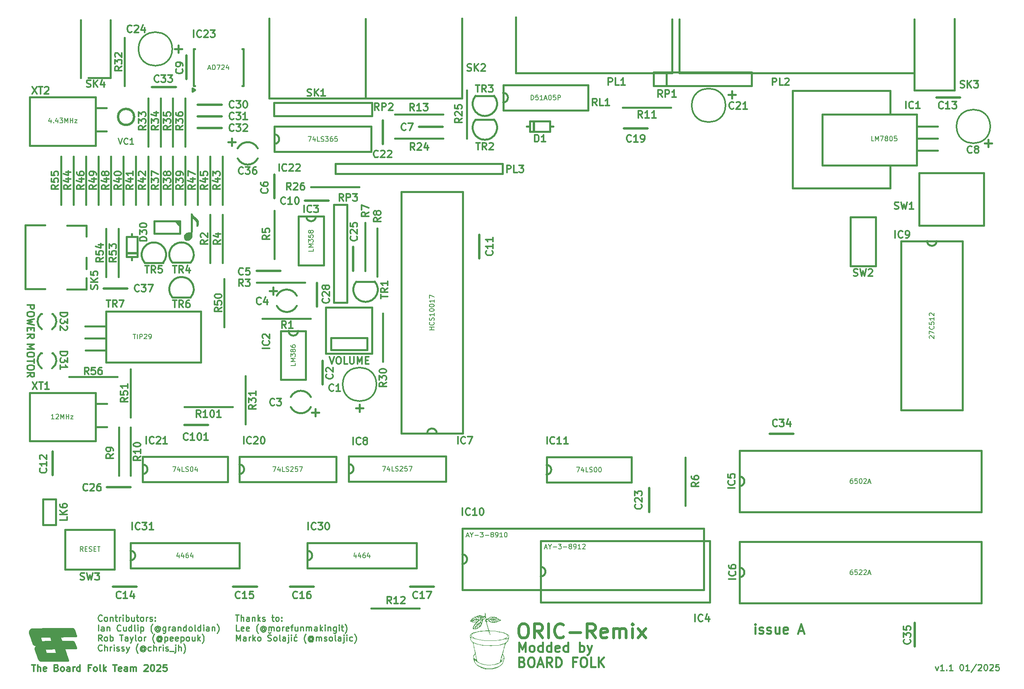
<source format=gbr>
%TF.GenerationSoftware,KiCad,Pcbnew,8.0.5*%
%TF.CreationDate,2025-01-06T13:55:56+00:00*%
%TF.ProjectId,Oric,4f726963-2e6b-4696-9361-645f70636258,rev?*%
%TF.SameCoordinates,Original*%
%TF.FileFunction,Legend,Top*%
%TF.FilePolarity,Positive*%
%FSLAX46Y46*%
G04 Gerber Fmt 4.6, Leading zero omitted, Abs format (unit mm)*
G04 Created by KiCad (PCBNEW 8.0.5) date 2025-01-06 13:55:56*
%MOMM*%
%LPD*%
G01*
G04 APERTURE LIST*
%ADD10C,0.400000*%
%ADD11C,0.260000*%
%ADD12C,0.600000*%
%ADD13C,0.300000*%
%ADD14C,0.150000*%
%ADD15C,0.254000*%
%ADD16C,0.500000*%
%ADD17C,0.000000*%
%ADD18C,0.120000*%
G04 APERTURE END LIST*
D10*
X208470000Y-41370000D02*
X228400000Y-41370000D01*
X228400000Y-52140000D01*
X208470000Y-52140000D01*
X208470000Y-41370000D01*
X57660000Y-102420000D02*
X55340000Y-102420000D01*
X232770000Y-43910000D02*
X228460000Y-43910000D01*
X72140000Y-63947500D02*
X72900000Y-64802500D01*
X48907987Y-129015000D02*
X59350000Y-129015000D01*
X59350000Y-137397013D01*
X48907987Y-137397013D01*
X48907987Y-129015000D01*
X222840000Y-36400000D02*
X222840000Y-41340000D01*
X53170000Y-86075000D02*
X57380000Y-86075000D01*
X91900000Y-38050000D02*
X132570000Y-38050000D01*
X112235000Y-38050000D02*
X112235000Y-21250000D01*
X202210000Y-57030000D02*
X202210000Y-36400000D01*
X57620000Y-40025000D02*
X55300000Y-40025000D01*
X178310000Y-32720000D02*
X227850000Y-32720000D01*
X228870000Y-53770000D02*
X242570000Y-53770000D01*
X242570000Y-64880000D01*
X228870000Y-64880000D01*
X228870000Y-53770000D01*
X143860000Y-20950000D02*
X143860000Y-32720000D01*
X41430000Y-37775000D02*
X55290000Y-37775000D01*
X55290000Y-47975000D01*
X41430000Y-47975000D01*
X41430000Y-37775000D01*
X227850000Y-36320000D02*
X236350000Y-36320000D01*
X236350000Y-36320000D02*
X236350000Y-21280000D01*
X178310000Y-32720000D02*
X178310000Y-21380000D01*
X232780000Y-46460000D02*
X228450000Y-46460000D01*
X222840000Y-52170000D02*
X222840000Y-57030000D01*
X91900000Y-21180000D02*
X91900000Y-38050000D01*
X53170000Y-88635000D02*
X57500000Y-88635000D01*
X57630000Y-44945000D02*
X55310000Y-44945000D01*
X72510000Y-63935000D02*
X73070000Y-64525000D01*
X41470000Y-100170000D02*
X55330000Y-100170000D01*
X55330000Y-110370000D01*
X41470000Y-110370000D01*
X41470000Y-100170000D01*
X105860000Y-51830000D02*
X141130000Y-51830000D01*
X141130000Y-53960000D01*
X105860000Y-53960000D01*
X105860000Y-51830000D01*
X227850000Y-32720000D02*
X227850000Y-36320000D01*
X143860000Y-32720000D02*
X176860000Y-32720000D01*
X53180000Y-91185000D02*
X57490000Y-91185000D01*
X227850000Y-32720000D02*
X227850000Y-21370000D01*
X222840000Y-57030000D02*
X202210000Y-57030000D01*
X44260000Y-122625000D02*
X46910000Y-122625000D01*
X46910000Y-128035000D01*
X44260000Y-128035000D01*
X44260000Y-122625000D01*
X57670000Y-107340000D02*
X55350000Y-107340000D01*
X202210000Y-36400000D02*
X222840000Y-36400000D01*
X176860000Y-32720000D02*
X176860000Y-21360000D01*
X232780000Y-49020000D02*
X228570000Y-49020000D01*
X104925000Y-88580000D02*
X112535000Y-88580000D01*
X112535000Y-91120000D01*
X104925000Y-91120000D01*
X104925000Y-88580000D01*
X132570000Y-38050000D02*
X132570000Y-21190000D01*
X57550000Y-82955000D02*
X77480000Y-82955000D01*
X77480000Y-93725000D01*
X57550000Y-93725000D01*
X57550000Y-82955000D01*
X67665000Y-63925000D02*
X73075000Y-63925000D01*
X73075000Y-66575000D01*
X67665000Y-66575000D01*
X67665000Y-63925000D01*
X145231014Y-156936819D02*
X145516728Y-157032057D01*
X145516728Y-157032057D02*
X145611966Y-157127295D01*
X145611966Y-157127295D02*
X145707204Y-157317771D01*
X145707204Y-157317771D02*
X145707204Y-157603485D01*
X145707204Y-157603485D02*
X145611966Y-157793961D01*
X145611966Y-157793961D02*
X145516728Y-157889200D01*
X145516728Y-157889200D02*
X145326252Y-157984438D01*
X145326252Y-157984438D02*
X144564347Y-157984438D01*
X144564347Y-157984438D02*
X144564347Y-155984438D01*
X144564347Y-155984438D02*
X145231014Y-155984438D01*
X145231014Y-155984438D02*
X145421490Y-156079676D01*
X145421490Y-156079676D02*
X145516728Y-156174914D01*
X145516728Y-156174914D02*
X145611966Y-156365390D01*
X145611966Y-156365390D02*
X145611966Y-156555866D01*
X145611966Y-156555866D02*
X145516728Y-156746342D01*
X145516728Y-156746342D02*
X145421490Y-156841580D01*
X145421490Y-156841580D02*
X145231014Y-156936819D01*
X145231014Y-156936819D02*
X144564347Y-156936819D01*
X146945299Y-155984438D02*
X147326252Y-155984438D01*
X147326252Y-155984438D02*
X147516728Y-156079676D01*
X147516728Y-156079676D02*
X147707204Y-156270152D01*
X147707204Y-156270152D02*
X147802442Y-156651104D01*
X147802442Y-156651104D02*
X147802442Y-157317771D01*
X147802442Y-157317771D02*
X147707204Y-157698723D01*
X147707204Y-157698723D02*
X147516728Y-157889200D01*
X147516728Y-157889200D02*
X147326252Y-157984438D01*
X147326252Y-157984438D02*
X146945299Y-157984438D01*
X146945299Y-157984438D02*
X146754823Y-157889200D01*
X146754823Y-157889200D02*
X146564347Y-157698723D01*
X146564347Y-157698723D02*
X146469109Y-157317771D01*
X146469109Y-157317771D02*
X146469109Y-156651104D01*
X146469109Y-156651104D02*
X146564347Y-156270152D01*
X146564347Y-156270152D02*
X146754823Y-156079676D01*
X146754823Y-156079676D02*
X146945299Y-155984438D01*
X148564347Y-157413009D02*
X149516728Y-157413009D01*
X148373871Y-157984438D02*
X149040537Y-155984438D01*
X149040537Y-155984438D02*
X149707204Y-157984438D01*
X151516728Y-157984438D02*
X150850061Y-157032057D01*
X150373871Y-157984438D02*
X150373871Y-155984438D01*
X150373871Y-155984438D02*
X151135776Y-155984438D01*
X151135776Y-155984438D02*
X151326252Y-156079676D01*
X151326252Y-156079676D02*
X151421490Y-156174914D01*
X151421490Y-156174914D02*
X151516728Y-156365390D01*
X151516728Y-156365390D02*
X151516728Y-156651104D01*
X151516728Y-156651104D02*
X151421490Y-156841580D01*
X151421490Y-156841580D02*
X151326252Y-156936819D01*
X151326252Y-156936819D02*
X151135776Y-157032057D01*
X151135776Y-157032057D02*
X150373871Y-157032057D01*
X152373871Y-157984438D02*
X152373871Y-155984438D01*
X152373871Y-155984438D02*
X152850061Y-155984438D01*
X152850061Y-155984438D02*
X153135776Y-156079676D01*
X153135776Y-156079676D02*
X153326252Y-156270152D01*
X153326252Y-156270152D02*
X153421490Y-156460628D01*
X153421490Y-156460628D02*
X153516728Y-156841580D01*
X153516728Y-156841580D02*
X153516728Y-157127295D01*
X153516728Y-157127295D02*
X153421490Y-157508247D01*
X153421490Y-157508247D02*
X153326252Y-157698723D01*
X153326252Y-157698723D02*
X153135776Y-157889200D01*
X153135776Y-157889200D02*
X152850061Y-157984438D01*
X152850061Y-157984438D02*
X152373871Y-157984438D01*
X156564348Y-156936819D02*
X155897681Y-156936819D01*
X155897681Y-157984438D02*
X155897681Y-155984438D01*
X155897681Y-155984438D02*
X156850062Y-155984438D01*
X157992919Y-155984438D02*
X158373872Y-155984438D01*
X158373872Y-155984438D02*
X158564348Y-156079676D01*
X158564348Y-156079676D02*
X158754824Y-156270152D01*
X158754824Y-156270152D02*
X158850062Y-156651104D01*
X158850062Y-156651104D02*
X158850062Y-157317771D01*
X158850062Y-157317771D02*
X158754824Y-157698723D01*
X158754824Y-157698723D02*
X158564348Y-157889200D01*
X158564348Y-157889200D02*
X158373872Y-157984438D01*
X158373872Y-157984438D02*
X157992919Y-157984438D01*
X157992919Y-157984438D02*
X157802443Y-157889200D01*
X157802443Y-157889200D02*
X157611967Y-157698723D01*
X157611967Y-157698723D02*
X157516729Y-157317771D01*
X157516729Y-157317771D02*
X157516729Y-156651104D01*
X157516729Y-156651104D02*
X157611967Y-156270152D01*
X157611967Y-156270152D02*
X157802443Y-156079676D01*
X157802443Y-156079676D02*
X157992919Y-155984438D01*
X160659586Y-157984438D02*
X159707205Y-157984438D01*
X159707205Y-157984438D02*
X159707205Y-155984438D01*
X161326253Y-157984438D02*
X161326253Y-155984438D01*
X162469110Y-157984438D02*
X161611967Y-156841580D01*
X162469110Y-155984438D02*
X161326253Y-157127295D01*
X194359347Y-150944438D02*
X194359347Y-149611104D01*
X194359347Y-148944438D02*
X194264109Y-149039676D01*
X194264109Y-149039676D02*
X194359347Y-149134914D01*
X194359347Y-149134914D02*
X194454585Y-149039676D01*
X194454585Y-149039676D02*
X194359347Y-148944438D01*
X194359347Y-148944438D02*
X194359347Y-149134914D01*
X195216490Y-150849200D02*
X195406966Y-150944438D01*
X195406966Y-150944438D02*
X195787918Y-150944438D01*
X195787918Y-150944438D02*
X195978395Y-150849200D01*
X195978395Y-150849200D02*
X196073633Y-150658723D01*
X196073633Y-150658723D02*
X196073633Y-150563485D01*
X196073633Y-150563485D02*
X195978395Y-150373009D01*
X195978395Y-150373009D02*
X195787918Y-150277771D01*
X195787918Y-150277771D02*
X195502204Y-150277771D01*
X195502204Y-150277771D02*
X195311728Y-150182533D01*
X195311728Y-150182533D02*
X195216490Y-149992057D01*
X195216490Y-149992057D02*
X195216490Y-149896819D01*
X195216490Y-149896819D02*
X195311728Y-149706342D01*
X195311728Y-149706342D02*
X195502204Y-149611104D01*
X195502204Y-149611104D02*
X195787918Y-149611104D01*
X195787918Y-149611104D02*
X195978395Y-149706342D01*
X196835538Y-150849200D02*
X197026014Y-150944438D01*
X197026014Y-150944438D02*
X197406966Y-150944438D01*
X197406966Y-150944438D02*
X197597443Y-150849200D01*
X197597443Y-150849200D02*
X197692681Y-150658723D01*
X197692681Y-150658723D02*
X197692681Y-150563485D01*
X197692681Y-150563485D02*
X197597443Y-150373009D01*
X197597443Y-150373009D02*
X197406966Y-150277771D01*
X197406966Y-150277771D02*
X197121252Y-150277771D01*
X197121252Y-150277771D02*
X196930776Y-150182533D01*
X196930776Y-150182533D02*
X196835538Y-149992057D01*
X196835538Y-149992057D02*
X196835538Y-149896819D01*
X196835538Y-149896819D02*
X196930776Y-149706342D01*
X196930776Y-149706342D02*
X197121252Y-149611104D01*
X197121252Y-149611104D02*
X197406966Y-149611104D01*
X197406966Y-149611104D02*
X197597443Y-149706342D01*
X199406967Y-149611104D02*
X199406967Y-150944438D01*
X198549824Y-149611104D02*
X198549824Y-150658723D01*
X198549824Y-150658723D02*
X198645062Y-150849200D01*
X198645062Y-150849200D02*
X198835538Y-150944438D01*
X198835538Y-150944438D02*
X199121253Y-150944438D01*
X199121253Y-150944438D02*
X199311729Y-150849200D01*
X199311729Y-150849200D02*
X199406967Y-150753961D01*
X201121253Y-150849200D02*
X200930777Y-150944438D01*
X200930777Y-150944438D02*
X200549824Y-150944438D01*
X200549824Y-150944438D02*
X200359348Y-150849200D01*
X200359348Y-150849200D02*
X200264110Y-150658723D01*
X200264110Y-150658723D02*
X200264110Y-149896819D01*
X200264110Y-149896819D02*
X200359348Y-149706342D01*
X200359348Y-149706342D02*
X200549824Y-149611104D01*
X200549824Y-149611104D02*
X200930777Y-149611104D01*
X200930777Y-149611104D02*
X201121253Y-149706342D01*
X201121253Y-149706342D02*
X201216491Y-149896819D01*
X201216491Y-149896819D02*
X201216491Y-150087295D01*
X201216491Y-150087295D02*
X200264110Y-150277771D01*
X203502206Y-150373009D02*
X204454587Y-150373009D01*
X203311730Y-150944438D02*
X203978396Y-148944438D01*
X203978396Y-148944438D02*
X204645063Y-150944438D01*
X144589347Y-154809438D02*
X144589347Y-152809438D01*
X144589347Y-152809438D02*
X145256014Y-154238009D01*
X145256014Y-154238009D02*
X145922680Y-152809438D01*
X145922680Y-152809438D02*
X145922680Y-154809438D01*
X147160775Y-154809438D02*
X146970299Y-154714200D01*
X146970299Y-154714200D02*
X146875061Y-154618961D01*
X146875061Y-154618961D02*
X146779823Y-154428485D01*
X146779823Y-154428485D02*
X146779823Y-153857057D01*
X146779823Y-153857057D02*
X146875061Y-153666580D01*
X146875061Y-153666580D02*
X146970299Y-153571342D01*
X146970299Y-153571342D02*
X147160775Y-153476104D01*
X147160775Y-153476104D02*
X147446490Y-153476104D01*
X147446490Y-153476104D02*
X147636966Y-153571342D01*
X147636966Y-153571342D02*
X147732204Y-153666580D01*
X147732204Y-153666580D02*
X147827442Y-153857057D01*
X147827442Y-153857057D02*
X147827442Y-154428485D01*
X147827442Y-154428485D02*
X147732204Y-154618961D01*
X147732204Y-154618961D02*
X147636966Y-154714200D01*
X147636966Y-154714200D02*
X147446490Y-154809438D01*
X147446490Y-154809438D02*
X147160775Y-154809438D01*
X149541728Y-154809438D02*
X149541728Y-152809438D01*
X149541728Y-154714200D02*
X149351252Y-154809438D01*
X149351252Y-154809438D02*
X148970299Y-154809438D01*
X148970299Y-154809438D02*
X148779823Y-154714200D01*
X148779823Y-154714200D02*
X148684585Y-154618961D01*
X148684585Y-154618961D02*
X148589347Y-154428485D01*
X148589347Y-154428485D02*
X148589347Y-153857057D01*
X148589347Y-153857057D02*
X148684585Y-153666580D01*
X148684585Y-153666580D02*
X148779823Y-153571342D01*
X148779823Y-153571342D02*
X148970299Y-153476104D01*
X148970299Y-153476104D02*
X149351252Y-153476104D01*
X149351252Y-153476104D02*
X149541728Y-153571342D01*
X151351252Y-154809438D02*
X151351252Y-152809438D01*
X151351252Y-154714200D02*
X151160776Y-154809438D01*
X151160776Y-154809438D02*
X150779823Y-154809438D01*
X150779823Y-154809438D02*
X150589347Y-154714200D01*
X150589347Y-154714200D02*
X150494109Y-154618961D01*
X150494109Y-154618961D02*
X150398871Y-154428485D01*
X150398871Y-154428485D02*
X150398871Y-153857057D01*
X150398871Y-153857057D02*
X150494109Y-153666580D01*
X150494109Y-153666580D02*
X150589347Y-153571342D01*
X150589347Y-153571342D02*
X150779823Y-153476104D01*
X150779823Y-153476104D02*
X151160776Y-153476104D01*
X151160776Y-153476104D02*
X151351252Y-153571342D01*
X153065538Y-154714200D02*
X152875062Y-154809438D01*
X152875062Y-154809438D02*
X152494109Y-154809438D01*
X152494109Y-154809438D02*
X152303633Y-154714200D01*
X152303633Y-154714200D02*
X152208395Y-154523723D01*
X152208395Y-154523723D02*
X152208395Y-153761819D01*
X152208395Y-153761819D02*
X152303633Y-153571342D01*
X152303633Y-153571342D02*
X152494109Y-153476104D01*
X152494109Y-153476104D02*
X152875062Y-153476104D01*
X152875062Y-153476104D02*
X153065538Y-153571342D01*
X153065538Y-153571342D02*
X153160776Y-153761819D01*
X153160776Y-153761819D02*
X153160776Y-153952295D01*
X153160776Y-153952295D02*
X152208395Y-154142771D01*
X154875062Y-154809438D02*
X154875062Y-152809438D01*
X154875062Y-154714200D02*
X154684586Y-154809438D01*
X154684586Y-154809438D02*
X154303633Y-154809438D01*
X154303633Y-154809438D02*
X154113157Y-154714200D01*
X154113157Y-154714200D02*
X154017919Y-154618961D01*
X154017919Y-154618961D02*
X153922681Y-154428485D01*
X153922681Y-154428485D02*
X153922681Y-153857057D01*
X153922681Y-153857057D02*
X154017919Y-153666580D01*
X154017919Y-153666580D02*
X154113157Y-153571342D01*
X154113157Y-153571342D02*
X154303633Y-153476104D01*
X154303633Y-153476104D02*
X154684586Y-153476104D01*
X154684586Y-153476104D02*
X154875062Y-153571342D01*
X157351253Y-154809438D02*
X157351253Y-152809438D01*
X157351253Y-153571342D02*
X157541729Y-153476104D01*
X157541729Y-153476104D02*
X157922682Y-153476104D01*
X157922682Y-153476104D02*
X158113158Y-153571342D01*
X158113158Y-153571342D02*
X158208396Y-153666580D01*
X158208396Y-153666580D02*
X158303634Y-153857057D01*
X158303634Y-153857057D02*
X158303634Y-154428485D01*
X158303634Y-154428485D02*
X158208396Y-154618961D01*
X158208396Y-154618961D02*
X158113158Y-154714200D01*
X158113158Y-154714200D02*
X157922682Y-154809438D01*
X157922682Y-154809438D02*
X157541729Y-154809438D01*
X157541729Y-154809438D02*
X157351253Y-154714200D01*
X158970301Y-153476104D02*
X159446491Y-154809438D01*
X159922682Y-153476104D02*
X159446491Y-154809438D01*
X159446491Y-154809438D02*
X159256015Y-155285628D01*
X159256015Y-155285628D02*
X159160777Y-155380866D01*
X159160777Y-155380866D02*
X158970301Y-155476104D01*
D11*
X84794861Y-147023384D02*
X85537718Y-147023384D01*
X85166290Y-148323384D02*
X85166290Y-147023384D01*
X85971051Y-148323384D02*
X85971051Y-147023384D01*
X86528194Y-148323384D02*
X86528194Y-147642432D01*
X86528194Y-147642432D02*
X86466289Y-147518622D01*
X86466289Y-147518622D02*
X86342480Y-147456718D01*
X86342480Y-147456718D02*
X86156766Y-147456718D01*
X86156766Y-147456718D02*
X86032956Y-147518622D01*
X86032956Y-147518622D02*
X85971051Y-147580527D01*
X87704384Y-148323384D02*
X87704384Y-147642432D01*
X87704384Y-147642432D02*
X87642479Y-147518622D01*
X87642479Y-147518622D02*
X87518670Y-147456718D01*
X87518670Y-147456718D02*
X87271051Y-147456718D01*
X87271051Y-147456718D02*
X87147241Y-147518622D01*
X87704384Y-148261480D02*
X87580575Y-148323384D01*
X87580575Y-148323384D02*
X87271051Y-148323384D01*
X87271051Y-148323384D02*
X87147241Y-148261480D01*
X87147241Y-148261480D02*
X87085337Y-148137670D01*
X87085337Y-148137670D02*
X87085337Y-148013860D01*
X87085337Y-148013860D02*
X87147241Y-147890051D01*
X87147241Y-147890051D02*
X87271051Y-147828146D01*
X87271051Y-147828146D02*
X87580575Y-147828146D01*
X87580575Y-147828146D02*
X87704384Y-147766241D01*
X88323431Y-147456718D02*
X88323431Y-148323384D01*
X88323431Y-147580527D02*
X88385336Y-147518622D01*
X88385336Y-147518622D02*
X88509146Y-147456718D01*
X88509146Y-147456718D02*
X88694860Y-147456718D01*
X88694860Y-147456718D02*
X88818669Y-147518622D01*
X88818669Y-147518622D02*
X88880574Y-147642432D01*
X88880574Y-147642432D02*
X88880574Y-148323384D01*
X89499621Y-148323384D02*
X89499621Y-147023384D01*
X89623431Y-147828146D02*
X89994859Y-148323384D01*
X89994859Y-147456718D02*
X89499621Y-147951956D01*
X90490098Y-148261480D02*
X90613907Y-148323384D01*
X90613907Y-148323384D02*
X90861526Y-148323384D01*
X90861526Y-148323384D02*
X90985336Y-148261480D01*
X90985336Y-148261480D02*
X91047240Y-148137670D01*
X91047240Y-148137670D02*
X91047240Y-148075765D01*
X91047240Y-148075765D02*
X90985336Y-147951956D01*
X90985336Y-147951956D02*
X90861526Y-147890051D01*
X90861526Y-147890051D02*
X90675812Y-147890051D01*
X90675812Y-147890051D02*
X90552002Y-147828146D01*
X90552002Y-147828146D02*
X90490098Y-147704337D01*
X90490098Y-147704337D02*
X90490098Y-147642432D01*
X90490098Y-147642432D02*
X90552002Y-147518622D01*
X90552002Y-147518622D02*
X90675812Y-147456718D01*
X90675812Y-147456718D02*
X90861526Y-147456718D01*
X90861526Y-147456718D02*
X90985336Y-147518622D01*
X92409145Y-147456718D02*
X92904383Y-147456718D01*
X92594859Y-147023384D02*
X92594859Y-148137670D01*
X92594859Y-148137670D02*
X92656764Y-148261480D01*
X92656764Y-148261480D02*
X92780574Y-148323384D01*
X92780574Y-148323384D02*
X92904383Y-148323384D01*
X93523431Y-148323384D02*
X93399621Y-148261480D01*
X93399621Y-148261480D02*
X93337716Y-148199575D01*
X93337716Y-148199575D02*
X93275812Y-148075765D01*
X93275812Y-148075765D02*
X93275812Y-147704337D01*
X93275812Y-147704337D02*
X93337716Y-147580527D01*
X93337716Y-147580527D02*
X93399621Y-147518622D01*
X93399621Y-147518622D02*
X93523431Y-147456718D01*
X93523431Y-147456718D02*
X93709145Y-147456718D01*
X93709145Y-147456718D02*
X93832954Y-147518622D01*
X93832954Y-147518622D02*
X93894859Y-147580527D01*
X93894859Y-147580527D02*
X93956764Y-147704337D01*
X93956764Y-147704337D02*
X93956764Y-148075765D01*
X93956764Y-148075765D02*
X93894859Y-148199575D01*
X93894859Y-148199575D02*
X93832954Y-148261480D01*
X93832954Y-148261480D02*
X93709145Y-148323384D01*
X93709145Y-148323384D02*
X93523431Y-148323384D01*
X94513906Y-148199575D02*
X94575811Y-148261480D01*
X94575811Y-148261480D02*
X94513906Y-148323384D01*
X94513906Y-148323384D02*
X94452002Y-148261480D01*
X94452002Y-148261480D02*
X94513906Y-148199575D01*
X94513906Y-148199575D02*
X94513906Y-148323384D01*
X94513906Y-147518622D02*
X94575811Y-147580527D01*
X94575811Y-147580527D02*
X94513906Y-147642432D01*
X94513906Y-147642432D02*
X94452002Y-147580527D01*
X94452002Y-147580527D02*
X94513906Y-147518622D01*
X94513906Y-147518622D02*
X94513906Y-147642432D01*
X85599623Y-150416311D02*
X84980575Y-150416311D01*
X84980575Y-150416311D02*
X84980575Y-149116311D01*
X86528194Y-150354407D02*
X86404385Y-150416311D01*
X86404385Y-150416311D02*
X86156766Y-150416311D01*
X86156766Y-150416311D02*
X86032956Y-150354407D01*
X86032956Y-150354407D02*
X85971052Y-150230597D01*
X85971052Y-150230597D02*
X85971052Y-149735359D01*
X85971052Y-149735359D02*
X86032956Y-149611549D01*
X86032956Y-149611549D02*
X86156766Y-149549645D01*
X86156766Y-149549645D02*
X86404385Y-149549645D01*
X86404385Y-149549645D02*
X86528194Y-149611549D01*
X86528194Y-149611549D02*
X86590099Y-149735359D01*
X86590099Y-149735359D02*
X86590099Y-149859168D01*
X86590099Y-149859168D02*
X85971052Y-149982978D01*
X87642480Y-150354407D02*
X87518671Y-150416311D01*
X87518671Y-150416311D02*
X87271052Y-150416311D01*
X87271052Y-150416311D02*
X87147242Y-150354407D01*
X87147242Y-150354407D02*
X87085338Y-150230597D01*
X87085338Y-150230597D02*
X87085338Y-149735359D01*
X87085338Y-149735359D02*
X87147242Y-149611549D01*
X87147242Y-149611549D02*
X87271052Y-149549645D01*
X87271052Y-149549645D02*
X87518671Y-149549645D01*
X87518671Y-149549645D02*
X87642480Y-149611549D01*
X87642480Y-149611549D02*
X87704385Y-149735359D01*
X87704385Y-149735359D02*
X87704385Y-149859168D01*
X87704385Y-149859168D02*
X87085338Y-149982978D01*
X89623433Y-150911549D02*
X89561528Y-150849645D01*
X89561528Y-150849645D02*
X89437719Y-150663930D01*
X89437719Y-150663930D02*
X89375814Y-150540121D01*
X89375814Y-150540121D02*
X89313909Y-150354407D01*
X89313909Y-150354407D02*
X89252004Y-150044883D01*
X89252004Y-150044883D02*
X89252004Y-149797264D01*
X89252004Y-149797264D02*
X89313909Y-149487740D01*
X89313909Y-149487740D02*
X89375814Y-149302026D01*
X89375814Y-149302026D02*
X89437719Y-149178216D01*
X89437719Y-149178216D02*
X89561528Y-148992502D01*
X89561528Y-148992502D02*
X89623433Y-148930597D01*
X90923433Y-149797264D02*
X90861528Y-149735359D01*
X90861528Y-149735359D02*
X90737719Y-149673454D01*
X90737719Y-149673454D02*
X90613909Y-149673454D01*
X90613909Y-149673454D02*
X90490100Y-149735359D01*
X90490100Y-149735359D02*
X90428195Y-149797264D01*
X90428195Y-149797264D02*
X90366290Y-149921073D01*
X90366290Y-149921073D02*
X90366290Y-150044883D01*
X90366290Y-150044883D02*
X90428195Y-150168692D01*
X90428195Y-150168692D02*
X90490100Y-150230597D01*
X90490100Y-150230597D02*
X90613909Y-150292502D01*
X90613909Y-150292502D02*
X90737719Y-150292502D01*
X90737719Y-150292502D02*
X90861528Y-150230597D01*
X90861528Y-150230597D02*
X90923433Y-150168692D01*
X90923433Y-149673454D02*
X90923433Y-150168692D01*
X90923433Y-150168692D02*
X90985338Y-150230597D01*
X90985338Y-150230597D02*
X91047243Y-150230597D01*
X91047243Y-150230597D02*
X91171052Y-150168692D01*
X91171052Y-150168692D02*
X91232957Y-150044883D01*
X91232957Y-150044883D02*
X91232957Y-149735359D01*
X91232957Y-149735359D02*
X91109148Y-149549645D01*
X91109148Y-149549645D02*
X90923433Y-149425835D01*
X90923433Y-149425835D02*
X90675814Y-149363930D01*
X90675814Y-149363930D02*
X90428195Y-149425835D01*
X90428195Y-149425835D02*
X90242481Y-149549645D01*
X90242481Y-149549645D02*
X90118671Y-149735359D01*
X90118671Y-149735359D02*
X90056767Y-149982978D01*
X90056767Y-149982978D02*
X90118671Y-150230597D01*
X90118671Y-150230597D02*
X90242481Y-150416311D01*
X90242481Y-150416311D02*
X90428195Y-150540121D01*
X90428195Y-150540121D02*
X90675814Y-150602026D01*
X90675814Y-150602026D02*
X90923433Y-150540121D01*
X90923433Y-150540121D02*
X91109148Y-150416311D01*
X91790100Y-150416311D02*
X91790100Y-149549645D01*
X91790100Y-149673454D02*
X91852005Y-149611549D01*
X91852005Y-149611549D02*
X91975815Y-149549645D01*
X91975815Y-149549645D02*
X92161529Y-149549645D01*
X92161529Y-149549645D02*
X92285338Y-149611549D01*
X92285338Y-149611549D02*
X92347243Y-149735359D01*
X92347243Y-149735359D02*
X92347243Y-150416311D01*
X92347243Y-149735359D02*
X92409148Y-149611549D01*
X92409148Y-149611549D02*
X92532957Y-149549645D01*
X92532957Y-149549645D02*
X92718672Y-149549645D01*
X92718672Y-149549645D02*
X92842481Y-149611549D01*
X92842481Y-149611549D02*
X92904386Y-149735359D01*
X92904386Y-149735359D02*
X92904386Y-150416311D01*
X93709148Y-150416311D02*
X93585338Y-150354407D01*
X93585338Y-150354407D02*
X93523433Y-150292502D01*
X93523433Y-150292502D02*
X93461529Y-150168692D01*
X93461529Y-150168692D02*
X93461529Y-149797264D01*
X93461529Y-149797264D02*
X93523433Y-149673454D01*
X93523433Y-149673454D02*
X93585338Y-149611549D01*
X93585338Y-149611549D02*
X93709148Y-149549645D01*
X93709148Y-149549645D02*
X93894862Y-149549645D01*
X93894862Y-149549645D02*
X94018671Y-149611549D01*
X94018671Y-149611549D02*
X94080576Y-149673454D01*
X94080576Y-149673454D02*
X94142481Y-149797264D01*
X94142481Y-149797264D02*
X94142481Y-150168692D01*
X94142481Y-150168692D02*
X94080576Y-150292502D01*
X94080576Y-150292502D02*
X94018671Y-150354407D01*
X94018671Y-150354407D02*
X93894862Y-150416311D01*
X93894862Y-150416311D02*
X93709148Y-150416311D01*
X94699623Y-150416311D02*
X94699623Y-149549645D01*
X94699623Y-149797264D02*
X94761528Y-149673454D01*
X94761528Y-149673454D02*
X94823433Y-149611549D01*
X94823433Y-149611549D02*
X94947242Y-149549645D01*
X94947242Y-149549645D02*
X95071052Y-149549645D01*
X95999623Y-150354407D02*
X95875814Y-150416311D01*
X95875814Y-150416311D02*
X95628195Y-150416311D01*
X95628195Y-150416311D02*
X95504385Y-150354407D01*
X95504385Y-150354407D02*
X95442481Y-150230597D01*
X95442481Y-150230597D02*
X95442481Y-149735359D01*
X95442481Y-149735359D02*
X95504385Y-149611549D01*
X95504385Y-149611549D02*
X95628195Y-149549645D01*
X95628195Y-149549645D02*
X95875814Y-149549645D01*
X95875814Y-149549645D02*
X95999623Y-149611549D01*
X95999623Y-149611549D02*
X96061528Y-149735359D01*
X96061528Y-149735359D02*
X96061528Y-149859168D01*
X96061528Y-149859168D02*
X95442481Y-149982978D01*
X96432957Y-149549645D02*
X96928195Y-149549645D01*
X96618671Y-150416311D02*
X96618671Y-149302026D01*
X96618671Y-149302026D02*
X96680576Y-149178216D01*
X96680576Y-149178216D02*
X96804386Y-149116311D01*
X96804386Y-149116311D02*
X96928195Y-149116311D01*
X97918671Y-149549645D02*
X97918671Y-150416311D01*
X97361528Y-149549645D02*
X97361528Y-150230597D01*
X97361528Y-150230597D02*
X97423433Y-150354407D01*
X97423433Y-150354407D02*
X97547243Y-150416311D01*
X97547243Y-150416311D02*
X97732957Y-150416311D01*
X97732957Y-150416311D02*
X97856766Y-150354407D01*
X97856766Y-150354407D02*
X97918671Y-150292502D01*
X98537718Y-149549645D02*
X98537718Y-150416311D01*
X98537718Y-149673454D02*
X98599623Y-149611549D01*
X98599623Y-149611549D02*
X98723433Y-149549645D01*
X98723433Y-149549645D02*
X98909147Y-149549645D01*
X98909147Y-149549645D02*
X99032956Y-149611549D01*
X99032956Y-149611549D02*
X99094861Y-149735359D01*
X99094861Y-149735359D02*
X99094861Y-150416311D01*
X99713908Y-150416311D02*
X99713908Y-149549645D01*
X99713908Y-149673454D02*
X99775813Y-149611549D01*
X99775813Y-149611549D02*
X99899623Y-149549645D01*
X99899623Y-149549645D02*
X100085337Y-149549645D01*
X100085337Y-149549645D02*
X100209146Y-149611549D01*
X100209146Y-149611549D02*
X100271051Y-149735359D01*
X100271051Y-149735359D02*
X100271051Y-150416311D01*
X100271051Y-149735359D02*
X100332956Y-149611549D01*
X100332956Y-149611549D02*
X100456765Y-149549645D01*
X100456765Y-149549645D02*
X100642480Y-149549645D01*
X100642480Y-149549645D02*
X100766289Y-149611549D01*
X100766289Y-149611549D02*
X100828194Y-149735359D01*
X100828194Y-149735359D02*
X100828194Y-150416311D01*
X102004384Y-150416311D02*
X102004384Y-149735359D01*
X102004384Y-149735359D02*
X101942479Y-149611549D01*
X101942479Y-149611549D02*
X101818670Y-149549645D01*
X101818670Y-149549645D02*
X101571051Y-149549645D01*
X101571051Y-149549645D02*
X101447241Y-149611549D01*
X102004384Y-150354407D02*
X101880575Y-150416311D01*
X101880575Y-150416311D02*
X101571051Y-150416311D01*
X101571051Y-150416311D02*
X101447241Y-150354407D01*
X101447241Y-150354407D02*
X101385337Y-150230597D01*
X101385337Y-150230597D02*
X101385337Y-150106787D01*
X101385337Y-150106787D02*
X101447241Y-149982978D01*
X101447241Y-149982978D02*
X101571051Y-149921073D01*
X101571051Y-149921073D02*
X101880575Y-149921073D01*
X101880575Y-149921073D02*
X102004384Y-149859168D01*
X102623431Y-150416311D02*
X102623431Y-149116311D01*
X102747241Y-149921073D02*
X103118669Y-150416311D01*
X103118669Y-149549645D02*
X102623431Y-150044883D01*
X103675812Y-150416311D02*
X103675812Y-149549645D01*
X103675812Y-149116311D02*
X103613908Y-149178216D01*
X103613908Y-149178216D02*
X103675812Y-149240121D01*
X103675812Y-149240121D02*
X103737717Y-149178216D01*
X103737717Y-149178216D02*
X103675812Y-149116311D01*
X103675812Y-149116311D02*
X103675812Y-149240121D01*
X104294860Y-149549645D02*
X104294860Y-150416311D01*
X104294860Y-149673454D02*
X104356765Y-149611549D01*
X104356765Y-149611549D02*
X104480575Y-149549645D01*
X104480575Y-149549645D02*
X104666289Y-149549645D01*
X104666289Y-149549645D02*
X104790098Y-149611549D01*
X104790098Y-149611549D02*
X104852003Y-149735359D01*
X104852003Y-149735359D02*
X104852003Y-150416311D01*
X106028193Y-149549645D02*
X106028193Y-150602026D01*
X106028193Y-150602026D02*
X105966288Y-150725835D01*
X105966288Y-150725835D02*
X105904384Y-150787740D01*
X105904384Y-150787740D02*
X105780574Y-150849645D01*
X105780574Y-150849645D02*
X105594860Y-150849645D01*
X105594860Y-150849645D02*
X105471050Y-150787740D01*
X106028193Y-150354407D02*
X105904384Y-150416311D01*
X105904384Y-150416311D02*
X105656765Y-150416311D01*
X105656765Y-150416311D02*
X105532955Y-150354407D01*
X105532955Y-150354407D02*
X105471050Y-150292502D01*
X105471050Y-150292502D02*
X105409146Y-150168692D01*
X105409146Y-150168692D02*
X105409146Y-149797264D01*
X105409146Y-149797264D02*
X105471050Y-149673454D01*
X105471050Y-149673454D02*
X105532955Y-149611549D01*
X105532955Y-149611549D02*
X105656765Y-149549645D01*
X105656765Y-149549645D02*
X105904384Y-149549645D01*
X105904384Y-149549645D02*
X106028193Y-149611549D01*
X106647240Y-150416311D02*
X106647240Y-149549645D01*
X106647240Y-149116311D02*
X106585336Y-149178216D01*
X106585336Y-149178216D02*
X106647240Y-149240121D01*
X106647240Y-149240121D02*
X106709145Y-149178216D01*
X106709145Y-149178216D02*
X106647240Y-149116311D01*
X106647240Y-149116311D02*
X106647240Y-149240121D01*
X107080574Y-149549645D02*
X107575812Y-149549645D01*
X107266288Y-149116311D02*
X107266288Y-150230597D01*
X107266288Y-150230597D02*
X107328193Y-150354407D01*
X107328193Y-150354407D02*
X107452003Y-150416311D01*
X107452003Y-150416311D02*
X107575812Y-150416311D01*
X107885336Y-150911549D02*
X107947241Y-150849645D01*
X107947241Y-150849645D02*
X108071050Y-150663930D01*
X108071050Y-150663930D02*
X108132955Y-150540121D01*
X108132955Y-150540121D02*
X108194860Y-150354407D01*
X108194860Y-150354407D02*
X108256764Y-150044883D01*
X108256764Y-150044883D02*
X108256764Y-149797264D01*
X108256764Y-149797264D02*
X108194860Y-149487740D01*
X108194860Y-149487740D02*
X108132955Y-149302026D01*
X108132955Y-149302026D02*
X108071050Y-149178216D01*
X108071050Y-149178216D02*
X107947241Y-148992502D01*
X107947241Y-148992502D02*
X107885336Y-148930597D01*
X84980575Y-152509238D02*
X84980575Y-151209238D01*
X84980575Y-151209238D02*
X85413909Y-152137810D01*
X85413909Y-152137810D02*
X85847242Y-151209238D01*
X85847242Y-151209238D02*
X85847242Y-152509238D01*
X87023432Y-152509238D02*
X87023432Y-151828286D01*
X87023432Y-151828286D02*
X86961527Y-151704476D01*
X86961527Y-151704476D02*
X86837718Y-151642572D01*
X86837718Y-151642572D02*
X86590099Y-151642572D01*
X86590099Y-151642572D02*
X86466289Y-151704476D01*
X87023432Y-152447334D02*
X86899623Y-152509238D01*
X86899623Y-152509238D02*
X86590099Y-152509238D01*
X86590099Y-152509238D02*
X86466289Y-152447334D01*
X86466289Y-152447334D02*
X86404385Y-152323524D01*
X86404385Y-152323524D02*
X86404385Y-152199714D01*
X86404385Y-152199714D02*
X86466289Y-152075905D01*
X86466289Y-152075905D02*
X86590099Y-152014000D01*
X86590099Y-152014000D02*
X86899623Y-152014000D01*
X86899623Y-152014000D02*
X87023432Y-151952095D01*
X87642479Y-152509238D02*
X87642479Y-151642572D01*
X87642479Y-151890191D02*
X87704384Y-151766381D01*
X87704384Y-151766381D02*
X87766289Y-151704476D01*
X87766289Y-151704476D02*
X87890098Y-151642572D01*
X87890098Y-151642572D02*
X88013908Y-151642572D01*
X88447241Y-152509238D02*
X88447241Y-151209238D01*
X88571051Y-152014000D02*
X88942479Y-152509238D01*
X88942479Y-151642572D02*
X88447241Y-152137810D01*
X89685337Y-152509238D02*
X89561527Y-152447334D01*
X89561527Y-152447334D02*
X89499622Y-152385429D01*
X89499622Y-152385429D02*
X89437718Y-152261619D01*
X89437718Y-152261619D02*
X89437718Y-151890191D01*
X89437718Y-151890191D02*
X89499622Y-151766381D01*
X89499622Y-151766381D02*
X89561527Y-151704476D01*
X89561527Y-151704476D02*
X89685337Y-151642572D01*
X89685337Y-151642572D02*
X89871051Y-151642572D01*
X89871051Y-151642572D02*
X89994860Y-151704476D01*
X89994860Y-151704476D02*
X90056765Y-151766381D01*
X90056765Y-151766381D02*
X90118670Y-151890191D01*
X90118670Y-151890191D02*
X90118670Y-152261619D01*
X90118670Y-152261619D02*
X90056765Y-152385429D01*
X90056765Y-152385429D02*
X89994860Y-152447334D01*
X89994860Y-152447334D02*
X89871051Y-152509238D01*
X89871051Y-152509238D02*
X89685337Y-152509238D01*
X91604384Y-152447334D02*
X91790098Y-152509238D01*
X91790098Y-152509238D02*
X92099622Y-152509238D01*
X92099622Y-152509238D02*
X92223431Y-152447334D01*
X92223431Y-152447334D02*
X92285336Y-152385429D01*
X92285336Y-152385429D02*
X92347241Y-152261619D01*
X92347241Y-152261619D02*
X92347241Y-152137810D01*
X92347241Y-152137810D02*
X92285336Y-152014000D01*
X92285336Y-152014000D02*
X92223431Y-151952095D01*
X92223431Y-151952095D02*
X92099622Y-151890191D01*
X92099622Y-151890191D02*
X91852003Y-151828286D01*
X91852003Y-151828286D02*
X91728193Y-151766381D01*
X91728193Y-151766381D02*
X91666288Y-151704476D01*
X91666288Y-151704476D02*
X91604384Y-151580667D01*
X91604384Y-151580667D02*
X91604384Y-151456857D01*
X91604384Y-151456857D02*
X91666288Y-151333048D01*
X91666288Y-151333048D02*
X91728193Y-151271143D01*
X91728193Y-151271143D02*
X91852003Y-151209238D01*
X91852003Y-151209238D02*
X92161526Y-151209238D01*
X92161526Y-151209238D02*
X92347241Y-151271143D01*
X91728193Y-150714000D02*
X91975812Y-150899714D01*
X91975812Y-150899714D02*
X92223431Y-150714000D01*
X93090098Y-152509238D02*
X92966288Y-152447334D01*
X92966288Y-152447334D02*
X92904383Y-152385429D01*
X92904383Y-152385429D02*
X92842479Y-152261619D01*
X92842479Y-152261619D02*
X92842479Y-151890191D01*
X92842479Y-151890191D02*
X92904383Y-151766381D01*
X92904383Y-151766381D02*
X92966288Y-151704476D01*
X92966288Y-151704476D02*
X93090098Y-151642572D01*
X93090098Y-151642572D02*
X93275812Y-151642572D01*
X93275812Y-151642572D02*
X93399621Y-151704476D01*
X93399621Y-151704476D02*
X93461526Y-151766381D01*
X93461526Y-151766381D02*
X93523431Y-151890191D01*
X93523431Y-151890191D02*
X93523431Y-152261619D01*
X93523431Y-152261619D02*
X93461526Y-152385429D01*
X93461526Y-152385429D02*
X93399621Y-152447334D01*
X93399621Y-152447334D02*
X93275812Y-152509238D01*
X93275812Y-152509238D02*
X93090098Y-152509238D01*
X94266288Y-152509238D02*
X94142478Y-152447334D01*
X94142478Y-152447334D02*
X94080573Y-152323524D01*
X94080573Y-152323524D02*
X94080573Y-151209238D01*
X95318668Y-152509238D02*
X95318668Y-151828286D01*
X95318668Y-151828286D02*
X95256763Y-151704476D01*
X95256763Y-151704476D02*
X95132954Y-151642572D01*
X95132954Y-151642572D02*
X94885335Y-151642572D01*
X94885335Y-151642572D02*
X94761525Y-151704476D01*
X95318668Y-152447334D02*
X95194859Y-152509238D01*
X95194859Y-152509238D02*
X94885335Y-152509238D01*
X94885335Y-152509238D02*
X94761525Y-152447334D01*
X94761525Y-152447334D02*
X94699621Y-152323524D01*
X94699621Y-152323524D02*
X94699621Y-152199714D01*
X94699621Y-152199714D02*
X94761525Y-152075905D01*
X94761525Y-152075905D02*
X94885335Y-152014000D01*
X94885335Y-152014000D02*
X95194859Y-152014000D01*
X95194859Y-152014000D02*
X95318668Y-151952095D01*
X95937715Y-151642572D02*
X95937715Y-152756857D01*
X95937715Y-152756857D02*
X95875811Y-152880667D01*
X95875811Y-152880667D02*
X95752001Y-152942572D01*
X95752001Y-152942572D02*
X95690096Y-152942572D01*
X95937715Y-151209238D02*
X95875811Y-151271143D01*
X95875811Y-151271143D02*
X95937715Y-151333048D01*
X95937715Y-151333048D02*
X95999620Y-151271143D01*
X95999620Y-151271143D02*
X95937715Y-151209238D01*
X95937715Y-151209238D02*
X95937715Y-151333048D01*
X96556763Y-152509238D02*
X96556763Y-151642572D01*
X96556763Y-151209238D02*
X96494859Y-151271143D01*
X96494859Y-151271143D02*
X96556763Y-151333048D01*
X96556763Y-151333048D02*
X96618668Y-151271143D01*
X96618668Y-151271143D02*
X96556763Y-151209238D01*
X96556763Y-151209238D02*
X96556763Y-151333048D01*
X97732954Y-152447334D02*
X97609145Y-152509238D01*
X97609145Y-152509238D02*
X97361526Y-152509238D01*
X97361526Y-152509238D02*
X97237716Y-152447334D01*
X97237716Y-152447334D02*
X97175811Y-152385429D01*
X97175811Y-152385429D02*
X97113907Y-152261619D01*
X97113907Y-152261619D02*
X97113907Y-151890191D01*
X97113907Y-151890191D02*
X97175811Y-151766381D01*
X97175811Y-151766381D02*
X97237716Y-151704476D01*
X97237716Y-151704476D02*
X97361526Y-151642572D01*
X97361526Y-151642572D02*
X97609145Y-151642572D01*
X97609145Y-151642572D02*
X97732954Y-151704476D01*
X97609145Y-151147334D02*
X97423430Y-151333048D01*
X99652002Y-153004476D02*
X99590097Y-152942572D01*
X99590097Y-152942572D02*
X99466288Y-152756857D01*
X99466288Y-152756857D02*
X99404383Y-152633048D01*
X99404383Y-152633048D02*
X99342478Y-152447334D01*
X99342478Y-152447334D02*
X99280573Y-152137810D01*
X99280573Y-152137810D02*
X99280573Y-151890191D01*
X99280573Y-151890191D02*
X99342478Y-151580667D01*
X99342478Y-151580667D02*
X99404383Y-151394953D01*
X99404383Y-151394953D02*
X99466288Y-151271143D01*
X99466288Y-151271143D02*
X99590097Y-151085429D01*
X99590097Y-151085429D02*
X99652002Y-151023524D01*
X100952002Y-151890191D02*
X100890097Y-151828286D01*
X100890097Y-151828286D02*
X100766288Y-151766381D01*
X100766288Y-151766381D02*
X100642478Y-151766381D01*
X100642478Y-151766381D02*
X100518669Y-151828286D01*
X100518669Y-151828286D02*
X100456764Y-151890191D01*
X100456764Y-151890191D02*
X100394859Y-152014000D01*
X100394859Y-152014000D02*
X100394859Y-152137810D01*
X100394859Y-152137810D02*
X100456764Y-152261619D01*
X100456764Y-152261619D02*
X100518669Y-152323524D01*
X100518669Y-152323524D02*
X100642478Y-152385429D01*
X100642478Y-152385429D02*
X100766288Y-152385429D01*
X100766288Y-152385429D02*
X100890097Y-152323524D01*
X100890097Y-152323524D02*
X100952002Y-152261619D01*
X100952002Y-151766381D02*
X100952002Y-152261619D01*
X100952002Y-152261619D02*
X101013907Y-152323524D01*
X101013907Y-152323524D02*
X101075812Y-152323524D01*
X101075812Y-152323524D02*
X101199621Y-152261619D01*
X101199621Y-152261619D02*
X101261526Y-152137810D01*
X101261526Y-152137810D02*
X101261526Y-151828286D01*
X101261526Y-151828286D02*
X101137717Y-151642572D01*
X101137717Y-151642572D02*
X100952002Y-151518762D01*
X100952002Y-151518762D02*
X100704383Y-151456857D01*
X100704383Y-151456857D02*
X100456764Y-151518762D01*
X100456764Y-151518762D02*
X100271050Y-151642572D01*
X100271050Y-151642572D02*
X100147240Y-151828286D01*
X100147240Y-151828286D02*
X100085336Y-152075905D01*
X100085336Y-152075905D02*
X100147240Y-152323524D01*
X100147240Y-152323524D02*
X100271050Y-152509238D01*
X100271050Y-152509238D02*
X100456764Y-152633048D01*
X100456764Y-152633048D02*
X100704383Y-152694953D01*
X100704383Y-152694953D02*
X100952002Y-152633048D01*
X100952002Y-152633048D02*
X101137717Y-152509238D01*
X101818669Y-152509238D02*
X101818669Y-151642572D01*
X101818669Y-151766381D02*
X101880574Y-151704476D01*
X101880574Y-151704476D02*
X102004384Y-151642572D01*
X102004384Y-151642572D02*
X102190098Y-151642572D01*
X102190098Y-151642572D02*
X102313907Y-151704476D01*
X102313907Y-151704476D02*
X102375812Y-151828286D01*
X102375812Y-151828286D02*
X102375812Y-152509238D01*
X102375812Y-151828286D02*
X102437717Y-151704476D01*
X102437717Y-151704476D02*
X102561526Y-151642572D01*
X102561526Y-151642572D02*
X102747241Y-151642572D01*
X102747241Y-151642572D02*
X102871050Y-151704476D01*
X102871050Y-151704476D02*
X102932955Y-151828286D01*
X102932955Y-151828286D02*
X102932955Y-152509238D01*
X103490098Y-152447334D02*
X103613907Y-152509238D01*
X103613907Y-152509238D02*
X103861526Y-152509238D01*
X103861526Y-152509238D02*
X103985336Y-152447334D01*
X103985336Y-152447334D02*
X104047240Y-152323524D01*
X104047240Y-152323524D02*
X104047240Y-152261619D01*
X104047240Y-152261619D02*
X103985336Y-152137810D01*
X103985336Y-152137810D02*
X103861526Y-152075905D01*
X103861526Y-152075905D02*
X103675812Y-152075905D01*
X103675812Y-152075905D02*
X103552002Y-152014000D01*
X103552002Y-152014000D02*
X103490098Y-151890191D01*
X103490098Y-151890191D02*
X103490098Y-151828286D01*
X103490098Y-151828286D02*
X103552002Y-151704476D01*
X103552002Y-151704476D02*
X103675812Y-151642572D01*
X103675812Y-151642572D02*
X103861526Y-151642572D01*
X103861526Y-151642572D02*
X103985336Y-151704476D01*
X104790098Y-152509238D02*
X104666288Y-152447334D01*
X104666288Y-152447334D02*
X104604383Y-152385429D01*
X104604383Y-152385429D02*
X104542479Y-152261619D01*
X104542479Y-152261619D02*
X104542479Y-151890191D01*
X104542479Y-151890191D02*
X104604383Y-151766381D01*
X104604383Y-151766381D02*
X104666288Y-151704476D01*
X104666288Y-151704476D02*
X104790098Y-151642572D01*
X104790098Y-151642572D02*
X104975812Y-151642572D01*
X104975812Y-151642572D02*
X105099621Y-151704476D01*
X105099621Y-151704476D02*
X105161526Y-151766381D01*
X105161526Y-151766381D02*
X105223431Y-151890191D01*
X105223431Y-151890191D02*
X105223431Y-152261619D01*
X105223431Y-152261619D02*
X105161526Y-152385429D01*
X105161526Y-152385429D02*
X105099621Y-152447334D01*
X105099621Y-152447334D02*
X104975812Y-152509238D01*
X104975812Y-152509238D02*
X104790098Y-152509238D01*
X105966288Y-152509238D02*
X105842478Y-152447334D01*
X105842478Y-152447334D02*
X105780573Y-152323524D01*
X105780573Y-152323524D02*
X105780573Y-151209238D01*
X107018668Y-152509238D02*
X107018668Y-151828286D01*
X107018668Y-151828286D02*
X106956763Y-151704476D01*
X106956763Y-151704476D02*
X106832954Y-151642572D01*
X106832954Y-151642572D02*
X106585335Y-151642572D01*
X106585335Y-151642572D02*
X106461525Y-151704476D01*
X107018668Y-152447334D02*
X106894859Y-152509238D01*
X106894859Y-152509238D02*
X106585335Y-152509238D01*
X106585335Y-152509238D02*
X106461525Y-152447334D01*
X106461525Y-152447334D02*
X106399621Y-152323524D01*
X106399621Y-152323524D02*
X106399621Y-152199714D01*
X106399621Y-152199714D02*
X106461525Y-152075905D01*
X106461525Y-152075905D02*
X106585335Y-152014000D01*
X106585335Y-152014000D02*
X106894859Y-152014000D01*
X106894859Y-152014000D02*
X107018668Y-151952095D01*
X107637715Y-151642572D02*
X107637715Y-152756857D01*
X107637715Y-152756857D02*
X107575811Y-152880667D01*
X107575811Y-152880667D02*
X107452001Y-152942572D01*
X107452001Y-152942572D02*
X107390096Y-152942572D01*
X107637715Y-151209238D02*
X107575811Y-151271143D01*
X107575811Y-151271143D02*
X107637715Y-151333048D01*
X107637715Y-151333048D02*
X107699620Y-151271143D01*
X107699620Y-151271143D02*
X107637715Y-151209238D01*
X107637715Y-151209238D02*
X107637715Y-151333048D01*
X108256763Y-152509238D02*
X108256763Y-151642572D01*
X108256763Y-151209238D02*
X108194859Y-151271143D01*
X108194859Y-151271143D02*
X108256763Y-151333048D01*
X108256763Y-151333048D02*
X108318668Y-151271143D01*
X108318668Y-151271143D02*
X108256763Y-151209238D01*
X108256763Y-151209238D02*
X108256763Y-151333048D01*
X109432954Y-152447334D02*
X109309145Y-152509238D01*
X109309145Y-152509238D02*
X109061526Y-152509238D01*
X109061526Y-152509238D02*
X108937716Y-152447334D01*
X108937716Y-152447334D02*
X108875811Y-152385429D01*
X108875811Y-152385429D02*
X108813907Y-152261619D01*
X108813907Y-152261619D02*
X108813907Y-151890191D01*
X108813907Y-151890191D02*
X108875811Y-151766381D01*
X108875811Y-151766381D02*
X108937716Y-151704476D01*
X108937716Y-151704476D02*
X109061526Y-151642572D01*
X109061526Y-151642572D02*
X109309145Y-151642572D01*
X109309145Y-151642572D02*
X109432954Y-151704476D01*
X109866288Y-153004476D02*
X109928193Y-152942572D01*
X109928193Y-152942572D02*
X110052002Y-152756857D01*
X110052002Y-152756857D02*
X110113907Y-152633048D01*
X110113907Y-152633048D02*
X110175812Y-152447334D01*
X110175812Y-152447334D02*
X110237716Y-152137810D01*
X110237716Y-152137810D02*
X110237716Y-151890191D01*
X110237716Y-151890191D02*
X110175812Y-151580667D01*
X110175812Y-151580667D02*
X110113907Y-151394953D01*
X110113907Y-151394953D02*
X110052002Y-151271143D01*
X110052002Y-151271143D02*
X109928193Y-151085429D01*
X109928193Y-151085429D02*
X109866288Y-151023524D01*
D12*
X145200450Y-148841657D02*
X145771878Y-148841657D01*
X145771878Y-148841657D02*
X146057593Y-148984514D01*
X146057593Y-148984514D02*
X146343307Y-149270228D01*
X146343307Y-149270228D02*
X146486164Y-149841657D01*
X146486164Y-149841657D02*
X146486164Y-150841657D01*
X146486164Y-150841657D02*
X146343307Y-151413085D01*
X146343307Y-151413085D02*
X146057593Y-151698800D01*
X146057593Y-151698800D02*
X145771878Y-151841657D01*
X145771878Y-151841657D02*
X145200450Y-151841657D01*
X145200450Y-151841657D02*
X144914736Y-151698800D01*
X144914736Y-151698800D02*
X144629021Y-151413085D01*
X144629021Y-151413085D02*
X144486164Y-150841657D01*
X144486164Y-150841657D02*
X144486164Y-149841657D01*
X144486164Y-149841657D02*
X144629021Y-149270228D01*
X144629021Y-149270228D02*
X144914736Y-148984514D01*
X144914736Y-148984514D02*
X145200450Y-148841657D01*
X149486164Y-151841657D02*
X148486164Y-150413085D01*
X147771878Y-151841657D02*
X147771878Y-148841657D01*
X147771878Y-148841657D02*
X148914735Y-148841657D01*
X148914735Y-148841657D02*
X149200450Y-148984514D01*
X149200450Y-148984514D02*
X149343307Y-149127371D01*
X149343307Y-149127371D02*
X149486164Y-149413085D01*
X149486164Y-149413085D02*
X149486164Y-149841657D01*
X149486164Y-149841657D02*
X149343307Y-150127371D01*
X149343307Y-150127371D02*
X149200450Y-150270228D01*
X149200450Y-150270228D02*
X148914735Y-150413085D01*
X148914735Y-150413085D02*
X147771878Y-150413085D01*
X150771878Y-151841657D02*
X150771878Y-148841657D01*
X153914735Y-151555942D02*
X153771878Y-151698800D01*
X153771878Y-151698800D02*
X153343306Y-151841657D01*
X153343306Y-151841657D02*
X153057592Y-151841657D01*
X153057592Y-151841657D02*
X152629021Y-151698800D01*
X152629021Y-151698800D02*
X152343306Y-151413085D01*
X152343306Y-151413085D02*
X152200449Y-151127371D01*
X152200449Y-151127371D02*
X152057592Y-150555942D01*
X152057592Y-150555942D02*
X152057592Y-150127371D01*
X152057592Y-150127371D02*
X152200449Y-149555942D01*
X152200449Y-149555942D02*
X152343306Y-149270228D01*
X152343306Y-149270228D02*
X152629021Y-148984514D01*
X152629021Y-148984514D02*
X153057592Y-148841657D01*
X153057592Y-148841657D02*
X153343306Y-148841657D01*
X153343306Y-148841657D02*
X153771878Y-148984514D01*
X153771878Y-148984514D02*
X153914735Y-149127371D01*
X155200449Y-150698800D02*
X157486164Y-150698800D01*
X160629021Y-151841657D02*
X159629021Y-150413085D01*
X158914735Y-151841657D02*
X158914735Y-148841657D01*
X158914735Y-148841657D02*
X160057592Y-148841657D01*
X160057592Y-148841657D02*
X160343307Y-148984514D01*
X160343307Y-148984514D02*
X160486164Y-149127371D01*
X160486164Y-149127371D02*
X160629021Y-149413085D01*
X160629021Y-149413085D02*
X160629021Y-149841657D01*
X160629021Y-149841657D02*
X160486164Y-150127371D01*
X160486164Y-150127371D02*
X160343307Y-150270228D01*
X160343307Y-150270228D02*
X160057592Y-150413085D01*
X160057592Y-150413085D02*
X158914735Y-150413085D01*
X163057592Y-151698800D02*
X162771878Y-151841657D01*
X162771878Y-151841657D02*
X162200450Y-151841657D01*
X162200450Y-151841657D02*
X161914735Y-151698800D01*
X161914735Y-151698800D02*
X161771878Y-151413085D01*
X161771878Y-151413085D02*
X161771878Y-150270228D01*
X161771878Y-150270228D02*
X161914735Y-149984514D01*
X161914735Y-149984514D02*
X162200450Y-149841657D01*
X162200450Y-149841657D02*
X162771878Y-149841657D01*
X162771878Y-149841657D02*
X163057592Y-149984514D01*
X163057592Y-149984514D02*
X163200450Y-150270228D01*
X163200450Y-150270228D02*
X163200450Y-150555942D01*
X163200450Y-150555942D02*
X161771878Y-150841657D01*
X164486164Y-151841657D02*
X164486164Y-149841657D01*
X164486164Y-150127371D02*
X164629021Y-149984514D01*
X164629021Y-149984514D02*
X164914736Y-149841657D01*
X164914736Y-149841657D02*
X165343307Y-149841657D01*
X165343307Y-149841657D02*
X165629021Y-149984514D01*
X165629021Y-149984514D02*
X165771879Y-150270228D01*
X165771879Y-150270228D02*
X165771879Y-151841657D01*
X165771879Y-150270228D02*
X165914736Y-149984514D01*
X165914736Y-149984514D02*
X166200450Y-149841657D01*
X166200450Y-149841657D02*
X166629021Y-149841657D01*
X166629021Y-149841657D02*
X166914736Y-149984514D01*
X166914736Y-149984514D02*
X167057593Y-150270228D01*
X167057593Y-150270228D02*
X167057593Y-151841657D01*
X168486164Y-151841657D02*
X168486164Y-149841657D01*
X168486164Y-148841657D02*
X168343307Y-148984514D01*
X168343307Y-148984514D02*
X168486164Y-149127371D01*
X168486164Y-149127371D02*
X168629021Y-148984514D01*
X168629021Y-148984514D02*
X168486164Y-148841657D01*
X168486164Y-148841657D02*
X168486164Y-149127371D01*
X169629021Y-151841657D02*
X171200450Y-149841657D01*
X169629021Y-149841657D02*
X171200450Y-151841657D01*
D11*
X232322997Y-157885718D02*
X232632521Y-158752384D01*
X232632521Y-158752384D02*
X232942044Y-157885718D01*
X234118235Y-158752384D02*
X233375378Y-158752384D01*
X233746806Y-158752384D02*
X233746806Y-157452384D01*
X233746806Y-157452384D02*
X233622997Y-157638099D01*
X233622997Y-157638099D02*
X233499187Y-157761908D01*
X233499187Y-157761908D02*
X233375378Y-157823813D01*
X234675377Y-158628575D02*
X234737282Y-158690480D01*
X234737282Y-158690480D02*
X234675377Y-158752384D01*
X234675377Y-158752384D02*
X234613473Y-158690480D01*
X234613473Y-158690480D02*
X234675377Y-158628575D01*
X234675377Y-158628575D02*
X234675377Y-158752384D01*
X235975378Y-158752384D02*
X235232521Y-158752384D01*
X235603949Y-158752384D02*
X235603949Y-157452384D01*
X235603949Y-157452384D02*
X235480140Y-157638099D01*
X235480140Y-157638099D02*
X235356330Y-157761908D01*
X235356330Y-157761908D02*
X235232521Y-157823813D01*
X237770615Y-157452384D02*
X237894425Y-157452384D01*
X237894425Y-157452384D02*
X238018234Y-157514289D01*
X238018234Y-157514289D02*
X238080139Y-157576194D01*
X238080139Y-157576194D02*
X238142044Y-157700003D01*
X238142044Y-157700003D02*
X238203949Y-157947622D01*
X238203949Y-157947622D02*
X238203949Y-158257146D01*
X238203949Y-158257146D02*
X238142044Y-158504765D01*
X238142044Y-158504765D02*
X238080139Y-158628575D01*
X238080139Y-158628575D02*
X238018234Y-158690480D01*
X238018234Y-158690480D02*
X237894425Y-158752384D01*
X237894425Y-158752384D02*
X237770615Y-158752384D01*
X237770615Y-158752384D02*
X237646806Y-158690480D01*
X237646806Y-158690480D02*
X237584901Y-158628575D01*
X237584901Y-158628575D02*
X237522996Y-158504765D01*
X237522996Y-158504765D02*
X237461092Y-158257146D01*
X237461092Y-158257146D02*
X237461092Y-157947622D01*
X237461092Y-157947622D02*
X237522996Y-157700003D01*
X237522996Y-157700003D02*
X237584901Y-157576194D01*
X237584901Y-157576194D02*
X237646806Y-157514289D01*
X237646806Y-157514289D02*
X237770615Y-157452384D01*
X239442044Y-158752384D02*
X238699187Y-158752384D01*
X239070615Y-158752384D02*
X239070615Y-157452384D01*
X239070615Y-157452384D02*
X238946806Y-157638099D01*
X238946806Y-157638099D02*
X238822996Y-157761908D01*
X238822996Y-157761908D02*
X238699187Y-157823813D01*
X240927758Y-157390480D02*
X239813472Y-159061908D01*
X241299187Y-157576194D02*
X241361091Y-157514289D01*
X241361091Y-157514289D02*
X241484901Y-157452384D01*
X241484901Y-157452384D02*
X241794425Y-157452384D01*
X241794425Y-157452384D02*
X241918234Y-157514289D01*
X241918234Y-157514289D02*
X241980139Y-157576194D01*
X241980139Y-157576194D02*
X242042044Y-157700003D01*
X242042044Y-157700003D02*
X242042044Y-157823813D01*
X242042044Y-157823813D02*
X241980139Y-158009527D01*
X241980139Y-158009527D02*
X241237282Y-158752384D01*
X241237282Y-158752384D02*
X242042044Y-158752384D01*
X242846805Y-157452384D02*
X242970615Y-157452384D01*
X242970615Y-157452384D02*
X243094424Y-157514289D01*
X243094424Y-157514289D02*
X243156329Y-157576194D01*
X243156329Y-157576194D02*
X243218234Y-157700003D01*
X243218234Y-157700003D02*
X243280139Y-157947622D01*
X243280139Y-157947622D02*
X243280139Y-158257146D01*
X243280139Y-158257146D02*
X243218234Y-158504765D01*
X243218234Y-158504765D02*
X243156329Y-158628575D01*
X243156329Y-158628575D02*
X243094424Y-158690480D01*
X243094424Y-158690480D02*
X242970615Y-158752384D01*
X242970615Y-158752384D02*
X242846805Y-158752384D01*
X242846805Y-158752384D02*
X242722996Y-158690480D01*
X242722996Y-158690480D02*
X242661091Y-158628575D01*
X242661091Y-158628575D02*
X242599186Y-158504765D01*
X242599186Y-158504765D02*
X242537282Y-158257146D01*
X242537282Y-158257146D02*
X242537282Y-157947622D01*
X242537282Y-157947622D02*
X242599186Y-157700003D01*
X242599186Y-157700003D02*
X242661091Y-157576194D01*
X242661091Y-157576194D02*
X242722996Y-157514289D01*
X242722996Y-157514289D02*
X242846805Y-157452384D01*
X243775377Y-157576194D02*
X243837281Y-157514289D01*
X243837281Y-157514289D02*
X243961091Y-157452384D01*
X243961091Y-157452384D02*
X244270615Y-157452384D01*
X244270615Y-157452384D02*
X244394424Y-157514289D01*
X244394424Y-157514289D02*
X244456329Y-157576194D01*
X244456329Y-157576194D02*
X244518234Y-157700003D01*
X244518234Y-157700003D02*
X244518234Y-157823813D01*
X244518234Y-157823813D02*
X244456329Y-158009527D01*
X244456329Y-158009527D02*
X243713472Y-158752384D01*
X243713472Y-158752384D02*
X244518234Y-158752384D01*
X245694424Y-157452384D02*
X245075376Y-157452384D01*
X245075376Y-157452384D02*
X245013472Y-158071432D01*
X245013472Y-158071432D02*
X245075376Y-158009527D01*
X245075376Y-158009527D02*
X245199186Y-157947622D01*
X245199186Y-157947622D02*
X245508710Y-157947622D01*
X245508710Y-157947622D02*
X245632519Y-158009527D01*
X245632519Y-158009527D02*
X245694424Y-158071432D01*
X245694424Y-158071432D02*
X245756329Y-158195241D01*
X245756329Y-158195241D02*
X245756329Y-158504765D01*
X245756329Y-158504765D02*
X245694424Y-158628575D01*
X245694424Y-158628575D02*
X245632519Y-158690480D01*
X245632519Y-158690480D02*
X245508710Y-158752384D01*
X245508710Y-158752384D02*
X245199186Y-158752384D01*
X245199186Y-158752384D02*
X245075376Y-158690480D01*
X245075376Y-158690480D02*
X245013472Y-158628575D01*
D13*
X41850701Y-157533066D02*
X42650701Y-157533066D01*
X42250701Y-158933066D02*
X42250701Y-157533066D01*
X43117368Y-158933066D02*
X43117368Y-157533066D01*
X43717368Y-158933066D02*
X43717368Y-158199733D01*
X43717368Y-158199733D02*
X43650701Y-158066400D01*
X43650701Y-158066400D02*
X43517368Y-157999733D01*
X43517368Y-157999733D02*
X43317368Y-157999733D01*
X43317368Y-157999733D02*
X43184035Y-158066400D01*
X43184035Y-158066400D02*
X43117368Y-158133066D01*
X44917368Y-158866400D02*
X44784035Y-158933066D01*
X44784035Y-158933066D02*
X44517368Y-158933066D01*
X44517368Y-158933066D02*
X44384035Y-158866400D01*
X44384035Y-158866400D02*
X44317368Y-158733066D01*
X44317368Y-158733066D02*
X44317368Y-158199733D01*
X44317368Y-158199733D02*
X44384035Y-158066400D01*
X44384035Y-158066400D02*
X44517368Y-157999733D01*
X44517368Y-157999733D02*
X44784035Y-157999733D01*
X44784035Y-157999733D02*
X44917368Y-158066400D01*
X44917368Y-158066400D02*
X44984035Y-158199733D01*
X44984035Y-158199733D02*
X44984035Y-158333066D01*
X44984035Y-158333066D02*
X44317368Y-158466400D01*
X47117369Y-158199733D02*
X47317369Y-158266400D01*
X47317369Y-158266400D02*
X47384035Y-158333066D01*
X47384035Y-158333066D02*
X47450702Y-158466400D01*
X47450702Y-158466400D02*
X47450702Y-158666400D01*
X47450702Y-158666400D02*
X47384035Y-158799733D01*
X47384035Y-158799733D02*
X47317369Y-158866400D01*
X47317369Y-158866400D02*
X47184035Y-158933066D01*
X47184035Y-158933066D02*
X46650702Y-158933066D01*
X46650702Y-158933066D02*
X46650702Y-157533066D01*
X46650702Y-157533066D02*
X47117369Y-157533066D01*
X47117369Y-157533066D02*
X47250702Y-157599733D01*
X47250702Y-157599733D02*
X47317369Y-157666400D01*
X47317369Y-157666400D02*
X47384035Y-157799733D01*
X47384035Y-157799733D02*
X47384035Y-157933066D01*
X47384035Y-157933066D02*
X47317369Y-158066400D01*
X47317369Y-158066400D02*
X47250702Y-158133066D01*
X47250702Y-158133066D02*
X47117369Y-158199733D01*
X47117369Y-158199733D02*
X46650702Y-158199733D01*
X48250702Y-158933066D02*
X48117369Y-158866400D01*
X48117369Y-158866400D02*
X48050702Y-158799733D01*
X48050702Y-158799733D02*
X47984035Y-158666400D01*
X47984035Y-158666400D02*
X47984035Y-158266400D01*
X47984035Y-158266400D02*
X48050702Y-158133066D01*
X48050702Y-158133066D02*
X48117369Y-158066400D01*
X48117369Y-158066400D02*
X48250702Y-157999733D01*
X48250702Y-157999733D02*
X48450702Y-157999733D01*
X48450702Y-157999733D02*
X48584035Y-158066400D01*
X48584035Y-158066400D02*
X48650702Y-158133066D01*
X48650702Y-158133066D02*
X48717369Y-158266400D01*
X48717369Y-158266400D02*
X48717369Y-158666400D01*
X48717369Y-158666400D02*
X48650702Y-158799733D01*
X48650702Y-158799733D02*
X48584035Y-158866400D01*
X48584035Y-158866400D02*
X48450702Y-158933066D01*
X48450702Y-158933066D02*
X48250702Y-158933066D01*
X49917369Y-158933066D02*
X49917369Y-158199733D01*
X49917369Y-158199733D02*
X49850702Y-158066400D01*
X49850702Y-158066400D02*
X49717369Y-157999733D01*
X49717369Y-157999733D02*
X49450702Y-157999733D01*
X49450702Y-157999733D02*
X49317369Y-158066400D01*
X49917369Y-158866400D02*
X49784036Y-158933066D01*
X49784036Y-158933066D02*
X49450702Y-158933066D01*
X49450702Y-158933066D02*
X49317369Y-158866400D01*
X49317369Y-158866400D02*
X49250702Y-158733066D01*
X49250702Y-158733066D02*
X49250702Y-158599733D01*
X49250702Y-158599733D02*
X49317369Y-158466400D01*
X49317369Y-158466400D02*
X49450702Y-158399733D01*
X49450702Y-158399733D02*
X49784036Y-158399733D01*
X49784036Y-158399733D02*
X49917369Y-158333066D01*
X50584036Y-158933066D02*
X50584036Y-157999733D01*
X50584036Y-158266400D02*
X50650703Y-158133066D01*
X50650703Y-158133066D02*
X50717369Y-158066400D01*
X50717369Y-158066400D02*
X50850703Y-157999733D01*
X50850703Y-157999733D02*
X50984036Y-157999733D01*
X52050703Y-158933066D02*
X52050703Y-157533066D01*
X52050703Y-158866400D02*
X51917370Y-158933066D01*
X51917370Y-158933066D02*
X51650703Y-158933066D01*
X51650703Y-158933066D02*
X51517370Y-158866400D01*
X51517370Y-158866400D02*
X51450703Y-158799733D01*
X51450703Y-158799733D02*
X51384036Y-158666400D01*
X51384036Y-158666400D02*
X51384036Y-158266400D01*
X51384036Y-158266400D02*
X51450703Y-158133066D01*
X51450703Y-158133066D02*
X51517370Y-158066400D01*
X51517370Y-158066400D02*
X51650703Y-157999733D01*
X51650703Y-157999733D02*
X51917370Y-157999733D01*
X51917370Y-157999733D02*
X52050703Y-158066400D01*
X54250704Y-158199733D02*
X53784037Y-158199733D01*
X53784037Y-158933066D02*
X53784037Y-157533066D01*
X53784037Y-157533066D02*
X54450704Y-157533066D01*
X55184037Y-158933066D02*
X55050704Y-158866400D01*
X55050704Y-158866400D02*
X54984037Y-158799733D01*
X54984037Y-158799733D02*
X54917370Y-158666400D01*
X54917370Y-158666400D02*
X54917370Y-158266400D01*
X54917370Y-158266400D02*
X54984037Y-158133066D01*
X54984037Y-158133066D02*
X55050704Y-158066400D01*
X55050704Y-158066400D02*
X55184037Y-157999733D01*
X55184037Y-157999733D02*
X55384037Y-157999733D01*
X55384037Y-157999733D02*
X55517370Y-158066400D01*
X55517370Y-158066400D02*
X55584037Y-158133066D01*
X55584037Y-158133066D02*
X55650704Y-158266400D01*
X55650704Y-158266400D02*
X55650704Y-158666400D01*
X55650704Y-158666400D02*
X55584037Y-158799733D01*
X55584037Y-158799733D02*
X55517370Y-158866400D01*
X55517370Y-158866400D02*
X55384037Y-158933066D01*
X55384037Y-158933066D02*
X55184037Y-158933066D01*
X56450704Y-158933066D02*
X56317371Y-158866400D01*
X56317371Y-158866400D02*
X56250704Y-158733066D01*
X56250704Y-158733066D02*
X56250704Y-157533066D01*
X56984037Y-158933066D02*
X56984037Y-157533066D01*
X57117370Y-158399733D02*
X57517370Y-158933066D01*
X57517370Y-157999733D02*
X56984037Y-158533066D01*
X58984037Y-157533066D02*
X59784037Y-157533066D01*
X59384037Y-158933066D02*
X59384037Y-157533066D01*
X60784037Y-158866400D02*
X60650704Y-158933066D01*
X60650704Y-158933066D02*
X60384037Y-158933066D01*
X60384037Y-158933066D02*
X60250704Y-158866400D01*
X60250704Y-158866400D02*
X60184037Y-158733066D01*
X60184037Y-158733066D02*
X60184037Y-158199733D01*
X60184037Y-158199733D02*
X60250704Y-158066400D01*
X60250704Y-158066400D02*
X60384037Y-157999733D01*
X60384037Y-157999733D02*
X60650704Y-157999733D01*
X60650704Y-157999733D02*
X60784037Y-158066400D01*
X60784037Y-158066400D02*
X60850704Y-158199733D01*
X60850704Y-158199733D02*
X60850704Y-158333066D01*
X60850704Y-158333066D02*
X60184037Y-158466400D01*
X62050704Y-158933066D02*
X62050704Y-158199733D01*
X62050704Y-158199733D02*
X61984037Y-158066400D01*
X61984037Y-158066400D02*
X61850704Y-157999733D01*
X61850704Y-157999733D02*
X61584037Y-157999733D01*
X61584037Y-157999733D02*
X61450704Y-158066400D01*
X62050704Y-158866400D02*
X61917371Y-158933066D01*
X61917371Y-158933066D02*
X61584037Y-158933066D01*
X61584037Y-158933066D02*
X61450704Y-158866400D01*
X61450704Y-158866400D02*
X61384037Y-158733066D01*
X61384037Y-158733066D02*
X61384037Y-158599733D01*
X61384037Y-158599733D02*
X61450704Y-158466400D01*
X61450704Y-158466400D02*
X61584037Y-158399733D01*
X61584037Y-158399733D02*
X61917371Y-158399733D01*
X61917371Y-158399733D02*
X62050704Y-158333066D01*
X62717371Y-158933066D02*
X62717371Y-157999733D01*
X62717371Y-158133066D02*
X62784038Y-158066400D01*
X62784038Y-158066400D02*
X62917371Y-157999733D01*
X62917371Y-157999733D02*
X63117371Y-157999733D01*
X63117371Y-157999733D02*
X63250704Y-158066400D01*
X63250704Y-158066400D02*
X63317371Y-158199733D01*
X63317371Y-158199733D02*
X63317371Y-158933066D01*
X63317371Y-158199733D02*
X63384038Y-158066400D01*
X63384038Y-158066400D02*
X63517371Y-157999733D01*
X63517371Y-157999733D02*
X63717371Y-157999733D01*
X63717371Y-157999733D02*
X63850704Y-158066400D01*
X63850704Y-158066400D02*
X63917371Y-158199733D01*
X63917371Y-158199733D02*
X63917371Y-158933066D01*
X65584038Y-157666400D02*
X65650705Y-157599733D01*
X65650705Y-157599733D02*
X65784038Y-157533066D01*
X65784038Y-157533066D02*
X66117372Y-157533066D01*
X66117372Y-157533066D02*
X66250705Y-157599733D01*
X66250705Y-157599733D02*
X66317372Y-157666400D01*
X66317372Y-157666400D02*
X66384038Y-157799733D01*
X66384038Y-157799733D02*
X66384038Y-157933066D01*
X66384038Y-157933066D02*
X66317372Y-158133066D01*
X66317372Y-158133066D02*
X65517372Y-158933066D01*
X65517372Y-158933066D02*
X66384038Y-158933066D01*
X67250705Y-157533066D02*
X67384038Y-157533066D01*
X67384038Y-157533066D02*
X67517371Y-157599733D01*
X67517371Y-157599733D02*
X67584038Y-157666400D01*
X67584038Y-157666400D02*
X67650705Y-157799733D01*
X67650705Y-157799733D02*
X67717371Y-158066400D01*
X67717371Y-158066400D02*
X67717371Y-158399733D01*
X67717371Y-158399733D02*
X67650705Y-158666400D01*
X67650705Y-158666400D02*
X67584038Y-158799733D01*
X67584038Y-158799733D02*
X67517371Y-158866400D01*
X67517371Y-158866400D02*
X67384038Y-158933066D01*
X67384038Y-158933066D02*
X67250705Y-158933066D01*
X67250705Y-158933066D02*
X67117371Y-158866400D01*
X67117371Y-158866400D02*
X67050705Y-158799733D01*
X67050705Y-158799733D02*
X66984038Y-158666400D01*
X66984038Y-158666400D02*
X66917371Y-158399733D01*
X66917371Y-158399733D02*
X66917371Y-158066400D01*
X66917371Y-158066400D02*
X66984038Y-157799733D01*
X66984038Y-157799733D02*
X67050705Y-157666400D01*
X67050705Y-157666400D02*
X67117371Y-157599733D01*
X67117371Y-157599733D02*
X67250705Y-157533066D01*
X68250704Y-157666400D02*
X68317371Y-157599733D01*
X68317371Y-157599733D02*
X68450704Y-157533066D01*
X68450704Y-157533066D02*
X68784038Y-157533066D01*
X68784038Y-157533066D02*
X68917371Y-157599733D01*
X68917371Y-157599733D02*
X68984038Y-157666400D01*
X68984038Y-157666400D02*
X69050704Y-157799733D01*
X69050704Y-157799733D02*
X69050704Y-157933066D01*
X69050704Y-157933066D02*
X68984038Y-158133066D01*
X68984038Y-158133066D02*
X68184038Y-158933066D01*
X68184038Y-158933066D02*
X69050704Y-158933066D01*
X70317371Y-157533066D02*
X69650704Y-157533066D01*
X69650704Y-157533066D02*
X69584037Y-158199733D01*
X69584037Y-158199733D02*
X69650704Y-158133066D01*
X69650704Y-158133066D02*
X69784037Y-158066400D01*
X69784037Y-158066400D02*
X70117371Y-158066400D01*
X70117371Y-158066400D02*
X70250704Y-158133066D01*
X70250704Y-158133066D02*
X70317371Y-158199733D01*
X70317371Y-158199733D02*
X70384037Y-158333066D01*
X70384037Y-158333066D02*
X70384037Y-158666400D01*
X70384037Y-158666400D02*
X70317371Y-158799733D01*
X70317371Y-158799733D02*
X70250704Y-158866400D01*
X70250704Y-158866400D02*
X70117371Y-158933066D01*
X70117371Y-158933066D02*
X69784037Y-158933066D01*
X69784037Y-158933066D02*
X69650704Y-158866400D01*
X69650704Y-158866400D02*
X69584037Y-158799733D01*
D11*
X56648432Y-148199575D02*
X56586528Y-148261480D01*
X56586528Y-148261480D02*
X56400813Y-148323384D01*
X56400813Y-148323384D02*
X56277004Y-148323384D01*
X56277004Y-148323384D02*
X56091290Y-148261480D01*
X56091290Y-148261480D02*
X55967480Y-148137670D01*
X55967480Y-148137670D02*
X55905575Y-148013860D01*
X55905575Y-148013860D02*
X55843671Y-147766241D01*
X55843671Y-147766241D02*
X55843671Y-147580527D01*
X55843671Y-147580527D02*
X55905575Y-147332908D01*
X55905575Y-147332908D02*
X55967480Y-147209099D01*
X55967480Y-147209099D02*
X56091290Y-147085289D01*
X56091290Y-147085289D02*
X56277004Y-147023384D01*
X56277004Y-147023384D02*
X56400813Y-147023384D01*
X56400813Y-147023384D02*
X56586528Y-147085289D01*
X56586528Y-147085289D02*
X56648432Y-147147194D01*
X57391290Y-148323384D02*
X57267480Y-148261480D01*
X57267480Y-148261480D02*
X57205575Y-148199575D01*
X57205575Y-148199575D02*
X57143671Y-148075765D01*
X57143671Y-148075765D02*
X57143671Y-147704337D01*
X57143671Y-147704337D02*
X57205575Y-147580527D01*
X57205575Y-147580527D02*
X57267480Y-147518622D01*
X57267480Y-147518622D02*
X57391290Y-147456718D01*
X57391290Y-147456718D02*
X57577004Y-147456718D01*
X57577004Y-147456718D02*
X57700813Y-147518622D01*
X57700813Y-147518622D02*
X57762718Y-147580527D01*
X57762718Y-147580527D02*
X57824623Y-147704337D01*
X57824623Y-147704337D02*
X57824623Y-148075765D01*
X57824623Y-148075765D02*
X57762718Y-148199575D01*
X57762718Y-148199575D02*
X57700813Y-148261480D01*
X57700813Y-148261480D02*
X57577004Y-148323384D01*
X57577004Y-148323384D02*
X57391290Y-148323384D01*
X58381765Y-147456718D02*
X58381765Y-148323384D01*
X58381765Y-147580527D02*
X58443670Y-147518622D01*
X58443670Y-147518622D02*
X58567480Y-147456718D01*
X58567480Y-147456718D02*
X58753194Y-147456718D01*
X58753194Y-147456718D02*
X58877003Y-147518622D01*
X58877003Y-147518622D02*
X58938908Y-147642432D01*
X58938908Y-147642432D02*
X58938908Y-148323384D01*
X59372241Y-147456718D02*
X59867479Y-147456718D01*
X59557955Y-147023384D02*
X59557955Y-148137670D01*
X59557955Y-148137670D02*
X59619860Y-148261480D01*
X59619860Y-148261480D02*
X59743670Y-148323384D01*
X59743670Y-148323384D02*
X59867479Y-148323384D01*
X60300812Y-148323384D02*
X60300812Y-147456718D01*
X60300812Y-147704337D02*
X60362717Y-147580527D01*
X60362717Y-147580527D02*
X60424622Y-147518622D01*
X60424622Y-147518622D02*
X60548431Y-147456718D01*
X60548431Y-147456718D02*
X60672241Y-147456718D01*
X61105574Y-148323384D02*
X61105574Y-147456718D01*
X61105574Y-147023384D02*
X61043670Y-147085289D01*
X61043670Y-147085289D02*
X61105574Y-147147194D01*
X61105574Y-147147194D02*
X61167479Y-147085289D01*
X61167479Y-147085289D02*
X61105574Y-147023384D01*
X61105574Y-147023384D02*
X61105574Y-147147194D01*
X61724622Y-148323384D02*
X61724622Y-147023384D01*
X61724622Y-147518622D02*
X61848432Y-147456718D01*
X61848432Y-147456718D02*
X62096051Y-147456718D01*
X62096051Y-147456718D02*
X62219860Y-147518622D01*
X62219860Y-147518622D02*
X62281765Y-147580527D01*
X62281765Y-147580527D02*
X62343670Y-147704337D01*
X62343670Y-147704337D02*
X62343670Y-148075765D01*
X62343670Y-148075765D02*
X62281765Y-148199575D01*
X62281765Y-148199575D02*
X62219860Y-148261480D01*
X62219860Y-148261480D02*
X62096051Y-148323384D01*
X62096051Y-148323384D02*
X61848432Y-148323384D01*
X61848432Y-148323384D02*
X61724622Y-148261480D01*
X63457955Y-147456718D02*
X63457955Y-148323384D01*
X62900812Y-147456718D02*
X62900812Y-148137670D01*
X62900812Y-148137670D02*
X62962717Y-148261480D01*
X62962717Y-148261480D02*
X63086527Y-148323384D01*
X63086527Y-148323384D02*
X63272241Y-148323384D01*
X63272241Y-148323384D02*
X63396050Y-148261480D01*
X63396050Y-148261480D02*
X63457955Y-148199575D01*
X63891288Y-147456718D02*
X64386526Y-147456718D01*
X64077002Y-147023384D02*
X64077002Y-148137670D01*
X64077002Y-148137670D02*
X64138907Y-148261480D01*
X64138907Y-148261480D02*
X64262717Y-148323384D01*
X64262717Y-148323384D02*
X64386526Y-148323384D01*
X65005574Y-148323384D02*
X64881764Y-148261480D01*
X64881764Y-148261480D02*
X64819859Y-148199575D01*
X64819859Y-148199575D02*
X64757955Y-148075765D01*
X64757955Y-148075765D02*
X64757955Y-147704337D01*
X64757955Y-147704337D02*
X64819859Y-147580527D01*
X64819859Y-147580527D02*
X64881764Y-147518622D01*
X64881764Y-147518622D02*
X65005574Y-147456718D01*
X65005574Y-147456718D02*
X65191288Y-147456718D01*
X65191288Y-147456718D02*
X65315097Y-147518622D01*
X65315097Y-147518622D02*
X65377002Y-147580527D01*
X65377002Y-147580527D02*
X65438907Y-147704337D01*
X65438907Y-147704337D02*
X65438907Y-148075765D01*
X65438907Y-148075765D02*
X65377002Y-148199575D01*
X65377002Y-148199575D02*
X65315097Y-148261480D01*
X65315097Y-148261480D02*
X65191288Y-148323384D01*
X65191288Y-148323384D02*
X65005574Y-148323384D01*
X65996049Y-148323384D02*
X65996049Y-147456718D01*
X65996049Y-147704337D02*
X66057954Y-147580527D01*
X66057954Y-147580527D02*
X66119859Y-147518622D01*
X66119859Y-147518622D02*
X66243668Y-147456718D01*
X66243668Y-147456718D02*
X66367478Y-147456718D01*
X66738907Y-148261480D02*
X66862716Y-148323384D01*
X66862716Y-148323384D02*
X67110335Y-148323384D01*
X67110335Y-148323384D02*
X67234145Y-148261480D01*
X67234145Y-148261480D02*
X67296049Y-148137670D01*
X67296049Y-148137670D02*
X67296049Y-148075765D01*
X67296049Y-148075765D02*
X67234145Y-147951956D01*
X67234145Y-147951956D02*
X67110335Y-147890051D01*
X67110335Y-147890051D02*
X66924621Y-147890051D01*
X66924621Y-147890051D02*
X66800811Y-147828146D01*
X66800811Y-147828146D02*
X66738907Y-147704337D01*
X66738907Y-147704337D02*
X66738907Y-147642432D01*
X66738907Y-147642432D02*
X66800811Y-147518622D01*
X66800811Y-147518622D02*
X66924621Y-147456718D01*
X66924621Y-147456718D02*
X67110335Y-147456718D01*
X67110335Y-147456718D02*
X67234145Y-147518622D01*
X67853192Y-148199575D02*
X67915097Y-148261480D01*
X67915097Y-148261480D02*
X67853192Y-148323384D01*
X67853192Y-148323384D02*
X67791288Y-148261480D01*
X67791288Y-148261480D02*
X67853192Y-148199575D01*
X67853192Y-148199575D02*
X67853192Y-148323384D01*
X67853192Y-147518622D02*
X67915097Y-147580527D01*
X67915097Y-147580527D02*
X67853192Y-147642432D01*
X67853192Y-147642432D02*
X67791288Y-147580527D01*
X67791288Y-147580527D02*
X67853192Y-147518622D01*
X67853192Y-147518622D02*
X67853192Y-147642432D01*
X55905575Y-150416311D02*
X55905575Y-149116311D01*
X57081766Y-150416311D02*
X57081766Y-149735359D01*
X57081766Y-149735359D02*
X57019861Y-149611549D01*
X57019861Y-149611549D02*
X56896052Y-149549645D01*
X56896052Y-149549645D02*
X56648433Y-149549645D01*
X56648433Y-149549645D02*
X56524623Y-149611549D01*
X57081766Y-150354407D02*
X56957957Y-150416311D01*
X56957957Y-150416311D02*
X56648433Y-150416311D01*
X56648433Y-150416311D02*
X56524623Y-150354407D01*
X56524623Y-150354407D02*
X56462719Y-150230597D01*
X56462719Y-150230597D02*
X56462719Y-150106787D01*
X56462719Y-150106787D02*
X56524623Y-149982978D01*
X56524623Y-149982978D02*
X56648433Y-149921073D01*
X56648433Y-149921073D02*
X56957957Y-149921073D01*
X56957957Y-149921073D02*
X57081766Y-149859168D01*
X57700813Y-149549645D02*
X57700813Y-150416311D01*
X57700813Y-149673454D02*
X57762718Y-149611549D01*
X57762718Y-149611549D02*
X57886528Y-149549645D01*
X57886528Y-149549645D02*
X58072242Y-149549645D01*
X58072242Y-149549645D02*
X58196051Y-149611549D01*
X58196051Y-149611549D02*
X58257956Y-149735359D01*
X58257956Y-149735359D02*
X58257956Y-150416311D01*
X60610336Y-150292502D02*
X60548432Y-150354407D01*
X60548432Y-150354407D02*
X60362717Y-150416311D01*
X60362717Y-150416311D02*
X60238908Y-150416311D01*
X60238908Y-150416311D02*
X60053194Y-150354407D01*
X60053194Y-150354407D02*
X59929384Y-150230597D01*
X59929384Y-150230597D02*
X59867479Y-150106787D01*
X59867479Y-150106787D02*
X59805575Y-149859168D01*
X59805575Y-149859168D02*
X59805575Y-149673454D01*
X59805575Y-149673454D02*
X59867479Y-149425835D01*
X59867479Y-149425835D02*
X59929384Y-149302026D01*
X59929384Y-149302026D02*
X60053194Y-149178216D01*
X60053194Y-149178216D02*
X60238908Y-149116311D01*
X60238908Y-149116311D02*
X60362717Y-149116311D01*
X60362717Y-149116311D02*
X60548432Y-149178216D01*
X60548432Y-149178216D02*
X60610336Y-149240121D01*
X61724622Y-149549645D02*
X61724622Y-150416311D01*
X61167479Y-149549645D02*
X61167479Y-150230597D01*
X61167479Y-150230597D02*
X61229384Y-150354407D01*
X61229384Y-150354407D02*
X61353194Y-150416311D01*
X61353194Y-150416311D02*
X61538908Y-150416311D01*
X61538908Y-150416311D02*
X61662717Y-150354407D01*
X61662717Y-150354407D02*
X61724622Y-150292502D01*
X62900812Y-150416311D02*
X62900812Y-149116311D01*
X62900812Y-150354407D02*
X62777003Y-150416311D01*
X62777003Y-150416311D02*
X62529384Y-150416311D01*
X62529384Y-150416311D02*
X62405574Y-150354407D01*
X62405574Y-150354407D02*
X62343669Y-150292502D01*
X62343669Y-150292502D02*
X62281765Y-150168692D01*
X62281765Y-150168692D02*
X62281765Y-149797264D01*
X62281765Y-149797264D02*
X62343669Y-149673454D01*
X62343669Y-149673454D02*
X62405574Y-149611549D01*
X62405574Y-149611549D02*
X62529384Y-149549645D01*
X62529384Y-149549645D02*
X62777003Y-149549645D01*
X62777003Y-149549645D02*
X62900812Y-149611549D01*
X63705574Y-150416311D02*
X63581764Y-150354407D01*
X63581764Y-150354407D02*
X63519859Y-150230597D01*
X63519859Y-150230597D02*
X63519859Y-149116311D01*
X64200811Y-150416311D02*
X64200811Y-149549645D01*
X64200811Y-149116311D02*
X64138907Y-149178216D01*
X64138907Y-149178216D02*
X64200811Y-149240121D01*
X64200811Y-149240121D02*
X64262716Y-149178216D01*
X64262716Y-149178216D02*
X64200811Y-149116311D01*
X64200811Y-149116311D02*
X64200811Y-149240121D01*
X64819859Y-149549645D02*
X64819859Y-150849645D01*
X64819859Y-149611549D02*
X64943669Y-149549645D01*
X64943669Y-149549645D02*
X65191288Y-149549645D01*
X65191288Y-149549645D02*
X65315097Y-149611549D01*
X65315097Y-149611549D02*
X65377002Y-149673454D01*
X65377002Y-149673454D02*
X65438907Y-149797264D01*
X65438907Y-149797264D02*
X65438907Y-150168692D01*
X65438907Y-150168692D02*
X65377002Y-150292502D01*
X65377002Y-150292502D02*
X65315097Y-150354407D01*
X65315097Y-150354407D02*
X65191288Y-150416311D01*
X65191288Y-150416311D02*
X64943669Y-150416311D01*
X64943669Y-150416311D02*
X64819859Y-150354407D01*
X67357954Y-150911549D02*
X67296049Y-150849645D01*
X67296049Y-150849645D02*
X67172240Y-150663930D01*
X67172240Y-150663930D02*
X67110335Y-150540121D01*
X67110335Y-150540121D02*
X67048430Y-150354407D01*
X67048430Y-150354407D02*
X66986525Y-150044883D01*
X66986525Y-150044883D02*
X66986525Y-149797264D01*
X66986525Y-149797264D02*
X67048430Y-149487740D01*
X67048430Y-149487740D02*
X67110335Y-149302026D01*
X67110335Y-149302026D02*
X67172240Y-149178216D01*
X67172240Y-149178216D02*
X67296049Y-148992502D01*
X67296049Y-148992502D02*
X67357954Y-148930597D01*
X68657954Y-149797264D02*
X68596049Y-149735359D01*
X68596049Y-149735359D02*
X68472240Y-149673454D01*
X68472240Y-149673454D02*
X68348430Y-149673454D01*
X68348430Y-149673454D02*
X68224621Y-149735359D01*
X68224621Y-149735359D02*
X68162716Y-149797264D01*
X68162716Y-149797264D02*
X68100811Y-149921073D01*
X68100811Y-149921073D02*
X68100811Y-150044883D01*
X68100811Y-150044883D02*
X68162716Y-150168692D01*
X68162716Y-150168692D02*
X68224621Y-150230597D01*
X68224621Y-150230597D02*
X68348430Y-150292502D01*
X68348430Y-150292502D02*
X68472240Y-150292502D01*
X68472240Y-150292502D02*
X68596049Y-150230597D01*
X68596049Y-150230597D02*
X68657954Y-150168692D01*
X68657954Y-149673454D02*
X68657954Y-150168692D01*
X68657954Y-150168692D02*
X68719859Y-150230597D01*
X68719859Y-150230597D02*
X68781764Y-150230597D01*
X68781764Y-150230597D02*
X68905573Y-150168692D01*
X68905573Y-150168692D02*
X68967478Y-150044883D01*
X68967478Y-150044883D02*
X68967478Y-149735359D01*
X68967478Y-149735359D02*
X68843669Y-149549645D01*
X68843669Y-149549645D02*
X68657954Y-149425835D01*
X68657954Y-149425835D02*
X68410335Y-149363930D01*
X68410335Y-149363930D02*
X68162716Y-149425835D01*
X68162716Y-149425835D02*
X67977002Y-149549645D01*
X67977002Y-149549645D02*
X67853192Y-149735359D01*
X67853192Y-149735359D02*
X67791288Y-149982978D01*
X67791288Y-149982978D02*
X67853192Y-150230597D01*
X67853192Y-150230597D02*
X67977002Y-150416311D01*
X67977002Y-150416311D02*
X68162716Y-150540121D01*
X68162716Y-150540121D02*
X68410335Y-150602026D01*
X68410335Y-150602026D02*
X68657954Y-150540121D01*
X68657954Y-150540121D02*
X68843669Y-150416311D01*
X70081764Y-149549645D02*
X70081764Y-150602026D01*
X70081764Y-150602026D02*
X70019859Y-150725835D01*
X70019859Y-150725835D02*
X69957955Y-150787740D01*
X69957955Y-150787740D02*
X69834145Y-150849645D01*
X69834145Y-150849645D02*
X69648431Y-150849645D01*
X69648431Y-150849645D02*
X69524621Y-150787740D01*
X70081764Y-150354407D02*
X69957955Y-150416311D01*
X69957955Y-150416311D02*
X69710336Y-150416311D01*
X69710336Y-150416311D02*
X69586526Y-150354407D01*
X69586526Y-150354407D02*
X69524621Y-150292502D01*
X69524621Y-150292502D02*
X69462717Y-150168692D01*
X69462717Y-150168692D02*
X69462717Y-149797264D01*
X69462717Y-149797264D02*
X69524621Y-149673454D01*
X69524621Y-149673454D02*
X69586526Y-149611549D01*
X69586526Y-149611549D02*
X69710336Y-149549645D01*
X69710336Y-149549645D02*
X69957955Y-149549645D01*
X69957955Y-149549645D02*
X70081764Y-149611549D01*
X70700811Y-150416311D02*
X70700811Y-149549645D01*
X70700811Y-149797264D02*
X70762716Y-149673454D01*
X70762716Y-149673454D02*
X70824621Y-149611549D01*
X70824621Y-149611549D02*
X70948430Y-149549645D01*
X70948430Y-149549645D02*
X71072240Y-149549645D01*
X72062716Y-150416311D02*
X72062716Y-149735359D01*
X72062716Y-149735359D02*
X72000811Y-149611549D01*
X72000811Y-149611549D02*
X71877002Y-149549645D01*
X71877002Y-149549645D02*
X71629383Y-149549645D01*
X71629383Y-149549645D02*
X71505573Y-149611549D01*
X72062716Y-150354407D02*
X71938907Y-150416311D01*
X71938907Y-150416311D02*
X71629383Y-150416311D01*
X71629383Y-150416311D02*
X71505573Y-150354407D01*
X71505573Y-150354407D02*
X71443669Y-150230597D01*
X71443669Y-150230597D02*
X71443669Y-150106787D01*
X71443669Y-150106787D02*
X71505573Y-149982978D01*
X71505573Y-149982978D02*
X71629383Y-149921073D01*
X71629383Y-149921073D02*
X71938907Y-149921073D01*
X71938907Y-149921073D02*
X72062716Y-149859168D01*
X72681763Y-149549645D02*
X72681763Y-150416311D01*
X72681763Y-149673454D02*
X72743668Y-149611549D01*
X72743668Y-149611549D02*
X72867478Y-149549645D01*
X72867478Y-149549645D02*
X73053192Y-149549645D01*
X73053192Y-149549645D02*
X73177001Y-149611549D01*
X73177001Y-149611549D02*
X73238906Y-149735359D01*
X73238906Y-149735359D02*
X73238906Y-150416311D01*
X74415096Y-150416311D02*
X74415096Y-149116311D01*
X74415096Y-150354407D02*
X74291287Y-150416311D01*
X74291287Y-150416311D02*
X74043668Y-150416311D01*
X74043668Y-150416311D02*
X73919858Y-150354407D01*
X73919858Y-150354407D02*
X73857953Y-150292502D01*
X73857953Y-150292502D02*
X73796049Y-150168692D01*
X73796049Y-150168692D02*
X73796049Y-149797264D01*
X73796049Y-149797264D02*
X73857953Y-149673454D01*
X73857953Y-149673454D02*
X73919858Y-149611549D01*
X73919858Y-149611549D02*
X74043668Y-149549645D01*
X74043668Y-149549645D02*
X74291287Y-149549645D01*
X74291287Y-149549645D02*
X74415096Y-149611549D01*
X75219858Y-150416311D02*
X75096048Y-150354407D01*
X75096048Y-150354407D02*
X75034143Y-150292502D01*
X75034143Y-150292502D02*
X74972239Y-150168692D01*
X74972239Y-150168692D02*
X74972239Y-149797264D01*
X74972239Y-149797264D02*
X75034143Y-149673454D01*
X75034143Y-149673454D02*
X75096048Y-149611549D01*
X75096048Y-149611549D02*
X75219858Y-149549645D01*
X75219858Y-149549645D02*
X75405572Y-149549645D01*
X75405572Y-149549645D02*
X75529381Y-149611549D01*
X75529381Y-149611549D02*
X75591286Y-149673454D01*
X75591286Y-149673454D02*
X75653191Y-149797264D01*
X75653191Y-149797264D02*
X75653191Y-150168692D01*
X75653191Y-150168692D02*
X75591286Y-150292502D01*
X75591286Y-150292502D02*
X75529381Y-150354407D01*
X75529381Y-150354407D02*
X75405572Y-150416311D01*
X75405572Y-150416311D02*
X75219858Y-150416311D01*
X76396048Y-150416311D02*
X76272238Y-150354407D01*
X76272238Y-150354407D02*
X76210333Y-150230597D01*
X76210333Y-150230597D02*
X76210333Y-149116311D01*
X77448428Y-150416311D02*
X77448428Y-149116311D01*
X77448428Y-150354407D02*
X77324619Y-150416311D01*
X77324619Y-150416311D02*
X77077000Y-150416311D01*
X77077000Y-150416311D02*
X76953190Y-150354407D01*
X76953190Y-150354407D02*
X76891285Y-150292502D01*
X76891285Y-150292502D02*
X76829381Y-150168692D01*
X76829381Y-150168692D02*
X76829381Y-149797264D01*
X76829381Y-149797264D02*
X76891285Y-149673454D01*
X76891285Y-149673454D02*
X76953190Y-149611549D01*
X76953190Y-149611549D02*
X77077000Y-149549645D01*
X77077000Y-149549645D02*
X77324619Y-149549645D01*
X77324619Y-149549645D02*
X77448428Y-149611549D01*
X78067475Y-150416311D02*
X78067475Y-149549645D01*
X78067475Y-149116311D02*
X78005571Y-149178216D01*
X78005571Y-149178216D02*
X78067475Y-149240121D01*
X78067475Y-149240121D02*
X78129380Y-149178216D01*
X78129380Y-149178216D02*
X78067475Y-149116311D01*
X78067475Y-149116311D02*
X78067475Y-149240121D01*
X79243666Y-150416311D02*
X79243666Y-149735359D01*
X79243666Y-149735359D02*
X79181761Y-149611549D01*
X79181761Y-149611549D02*
X79057952Y-149549645D01*
X79057952Y-149549645D02*
X78810333Y-149549645D01*
X78810333Y-149549645D02*
X78686523Y-149611549D01*
X79243666Y-150354407D02*
X79119857Y-150416311D01*
X79119857Y-150416311D02*
X78810333Y-150416311D01*
X78810333Y-150416311D02*
X78686523Y-150354407D01*
X78686523Y-150354407D02*
X78624619Y-150230597D01*
X78624619Y-150230597D02*
X78624619Y-150106787D01*
X78624619Y-150106787D02*
X78686523Y-149982978D01*
X78686523Y-149982978D02*
X78810333Y-149921073D01*
X78810333Y-149921073D02*
X79119857Y-149921073D01*
X79119857Y-149921073D02*
X79243666Y-149859168D01*
X79862713Y-149549645D02*
X79862713Y-150416311D01*
X79862713Y-149673454D02*
X79924618Y-149611549D01*
X79924618Y-149611549D02*
X80048428Y-149549645D01*
X80048428Y-149549645D02*
X80234142Y-149549645D01*
X80234142Y-149549645D02*
X80357951Y-149611549D01*
X80357951Y-149611549D02*
X80419856Y-149735359D01*
X80419856Y-149735359D02*
X80419856Y-150416311D01*
X80915094Y-150911549D02*
X80976999Y-150849645D01*
X80976999Y-150849645D02*
X81100808Y-150663930D01*
X81100808Y-150663930D02*
X81162713Y-150540121D01*
X81162713Y-150540121D02*
X81224618Y-150354407D01*
X81224618Y-150354407D02*
X81286522Y-150044883D01*
X81286522Y-150044883D02*
X81286522Y-149797264D01*
X81286522Y-149797264D02*
X81224618Y-149487740D01*
X81224618Y-149487740D02*
X81162713Y-149302026D01*
X81162713Y-149302026D02*
X81100808Y-149178216D01*
X81100808Y-149178216D02*
X80976999Y-148992502D01*
X80976999Y-148992502D02*
X80915094Y-148930597D01*
X56648432Y-152509238D02*
X56215099Y-151890191D01*
X55905575Y-152509238D02*
X55905575Y-151209238D01*
X55905575Y-151209238D02*
X56400813Y-151209238D01*
X56400813Y-151209238D02*
X56524623Y-151271143D01*
X56524623Y-151271143D02*
X56586528Y-151333048D01*
X56586528Y-151333048D02*
X56648432Y-151456857D01*
X56648432Y-151456857D02*
X56648432Y-151642572D01*
X56648432Y-151642572D02*
X56586528Y-151766381D01*
X56586528Y-151766381D02*
X56524623Y-151828286D01*
X56524623Y-151828286D02*
X56400813Y-151890191D01*
X56400813Y-151890191D02*
X55905575Y-151890191D01*
X57391290Y-152509238D02*
X57267480Y-152447334D01*
X57267480Y-152447334D02*
X57205575Y-152385429D01*
X57205575Y-152385429D02*
X57143671Y-152261619D01*
X57143671Y-152261619D02*
X57143671Y-151890191D01*
X57143671Y-151890191D02*
X57205575Y-151766381D01*
X57205575Y-151766381D02*
X57267480Y-151704476D01*
X57267480Y-151704476D02*
X57391290Y-151642572D01*
X57391290Y-151642572D02*
X57577004Y-151642572D01*
X57577004Y-151642572D02*
X57700813Y-151704476D01*
X57700813Y-151704476D02*
X57762718Y-151766381D01*
X57762718Y-151766381D02*
X57824623Y-151890191D01*
X57824623Y-151890191D02*
X57824623Y-152261619D01*
X57824623Y-152261619D02*
X57762718Y-152385429D01*
X57762718Y-152385429D02*
X57700813Y-152447334D01*
X57700813Y-152447334D02*
X57577004Y-152509238D01*
X57577004Y-152509238D02*
X57391290Y-152509238D01*
X58381765Y-152509238D02*
X58381765Y-151209238D01*
X58381765Y-151704476D02*
X58505575Y-151642572D01*
X58505575Y-151642572D02*
X58753194Y-151642572D01*
X58753194Y-151642572D02*
X58877003Y-151704476D01*
X58877003Y-151704476D02*
X58938908Y-151766381D01*
X58938908Y-151766381D02*
X59000813Y-151890191D01*
X59000813Y-151890191D02*
X59000813Y-152261619D01*
X59000813Y-152261619D02*
X58938908Y-152385429D01*
X58938908Y-152385429D02*
X58877003Y-152447334D01*
X58877003Y-152447334D02*
X58753194Y-152509238D01*
X58753194Y-152509238D02*
X58505575Y-152509238D01*
X58505575Y-152509238D02*
X58381765Y-152447334D01*
X60362717Y-151209238D02*
X61105574Y-151209238D01*
X60734146Y-152509238D02*
X60734146Y-151209238D01*
X62096050Y-152509238D02*
X62096050Y-151828286D01*
X62096050Y-151828286D02*
X62034145Y-151704476D01*
X62034145Y-151704476D02*
X61910336Y-151642572D01*
X61910336Y-151642572D02*
X61662717Y-151642572D01*
X61662717Y-151642572D02*
X61538907Y-151704476D01*
X62096050Y-152447334D02*
X61972241Y-152509238D01*
X61972241Y-152509238D02*
X61662717Y-152509238D01*
X61662717Y-152509238D02*
X61538907Y-152447334D01*
X61538907Y-152447334D02*
X61477003Y-152323524D01*
X61477003Y-152323524D02*
X61477003Y-152199714D01*
X61477003Y-152199714D02*
X61538907Y-152075905D01*
X61538907Y-152075905D02*
X61662717Y-152014000D01*
X61662717Y-152014000D02*
X61972241Y-152014000D01*
X61972241Y-152014000D02*
X62096050Y-151952095D01*
X62591288Y-151642572D02*
X62900812Y-152509238D01*
X63210335Y-151642572D02*
X62900812Y-152509238D01*
X62900812Y-152509238D02*
X62777002Y-152818762D01*
X62777002Y-152818762D02*
X62715097Y-152880667D01*
X62715097Y-152880667D02*
X62591288Y-152942572D01*
X63891288Y-152509238D02*
X63767478Y-152447334D01*
X63767478Y-152447334D02*
X63705573Y-152323524D01*
X63705573Y-152323524D02*
X63705573Y-151209238D01*
X64572240Y-152509238D02*
X64448430Y-152447334D01*
X64448430Y-152447334D02*
X64386525Y-152385429D01*
X64386525Y-152385429D02*
X64324621Y-152261619D01*
X64324621Y-152261619D02*
X64324621Y-151890191D01*
X64324621Y-151890191D02*
X64386525Y-151766381D01*
X64386525Y-151766381D02*
X64448430Y-151704476D01*
X64448430Y-151704476D02*
X64572240Y-151642572D01*
X64572240Y-151642572D02*
X64757954Y-151642572D01*
X64757954Y-151642572D02*
X64881763Y-151704476D01*
X64881763Y-151704476D02*
X64943668Y-151766381D01*
X64943668Y-151766381D02*
X65005573Y-151890191D01*
X65005573Y-151890191D02*
X65005573Y-152261619D01*
X65005573Y-152261619D02*
X64943668Y-152385429D01*
X64943668Y-152385429D02*
X64881763Y-152447334D01*
X64881763Y-152447334D02*
X64757954Y-152509238D01*
X64757954Y-152509238D02*
X64572240Y-152509238D01*
X65562715Y-152509238D02*
X65562715Y-151642572D01*
X65562715Y-151890191D02*
X65624620Y-151766381D01*
X65624620Y-151766381D02*
X65686525Y-151704476D01*
X65686525Y-151704476D02*
X65810334Y-151642572D01*
X65810334Y-151642572D02*
X65934144Y-151642572D01*
X67729382Y-153004476D02*
X67667477Y-152942572D01*
X67667477Y-152942572D02*
X67543668Y-152756857D01*
X67543668Y-152756857D02*
X67481763Y-152633048D01*
X67481763Y-152633048D02*
X67419858Y-152447334D01*
X67419858Y-152447334D02*
X67357953Y-152137810D01*
X67357953Y-152137810D02*
X67357953Y-151890191D01*
X67357953Y-151890191D02*
X67419858Y-151580667D01*
X67419858Y-151580667D02*
X67481763Y-151394953D01*
X67481763Y-151394953D02*
X67543668Y-151271143D01*
X67543668Y-151271143D02*
X67667477Y-151085429D01*
X67667477Y-151085429D02*
X67729382Y-151023524D01*
X69029382Y-151890191D02*
X68967477Y-151828286D01*
X68967477Y-151828286D02*
X68843668Y-151766381D01*
X68843668Y-151766381D02*
X68719858Y-151766381D01*
X68719858Y-151766381D02*
X68596049Y-151828286D01*
X68596049Y-151828286D02*
X68534144Y-151890191D01*
X68534144Y-151890191D02*
X68472239Y-152014000D01*
X68472239Y-152014000D02*
X68472239Y-152137810D01*
X68472239Y-152137810D02*
X68534144Y-152261619D01*
X68534144Y-152261619D02*
X68596049Y-152323524D01*
X68596049Y-152323524D02*
X68719858Y-152385429D01*
X68719858Y-152385429D02*
X68843668Y-152385429D01*
X68843668Y-152385429D02*
X68967477Y-152323524D01*
X68967477Y-152323524D02*
X69029382Y-152261619D01*
X69029382Y-151766381D02*
X69029382Y-152261619D01*
X69029382Y-152261619D02*
X69091287Y-152323524D01*
X69091287Y-152323524D02*
X69153192Y-152323524D01*
X69153192Y-152323524D02*
X69277001Y-152261619D01*
X69277001Y-152261619D02*
X69338906Y-152137810D01*
X69338906Y-152137810D02*
X69338906Y-151828286D01*
X69338906Y-151828286D02*
X69215097Y-151642572D01*
X69215097Y-151642572D02*
X69029382Y-151518762D01*
X69029382Y-151518762D02*
X68781763Y-151456857D01*
X68781763Y-151456857D02*
X68534144Y-151518762D01*
X68534144Y-151518762D02*
X68348430Y-151642572D01*
X68348430Y-151642572D02*
X68224620Y-151828286D01*
X68224620Y-151828286D02*
X68162716Y-152075905D01*
X68162716Y-152075905D02*
X68224620Y-152323524D01*
X68224620Y-152323524D02*
X68348430Y-152509238D01*
X68348430Y-152509238D02*
X68534144Y-152633048D01*
X68534144Y-152633048D02*
X68781763Y-152694953D01*
X68781763Y-152694953D02*
X69029382Y-152633048D01*
X69029382Y-152633048D02*
X69215097Y-152509238D01*
X69896049Y-151642572D02*
X69896049Y-152942572D01*
X69896049Y-151704476D02*
X70019859Y-151642572D01*
X70019859Y-151642572D02*
X70267478Y-151642572D01*
X70267478Y-151642572D02*
X70391287Y-151704476D01*
X70391287Y-151704476D02*
X70453192Y-151766381D01*
X70453192Y-151766381D02*
X70515097Y-151890191D01*
X70515097Y-151890191D02*
X70515097Y-152261619D01*
X70515097Y-152261619D02*
X70453192Y-152385429D01*
X70453192Y-152385429D02*
X70391287Y-152447334D01*
X70391287Y-152447334D02*
X70267478Y-152509238D01*
X70267478Y-152509238D02*
X70019859Y-152509238D01*
X70019859Y-152509238D02*
X69896049Y-152447334D01*
X71567477Y-152447334D02*
X71443668Y-152509238D01*
X71443668Y-152509238D02*
X71196049Y-152509238D01*
X71196049Y-152509238D02*
X71072239Y-152447334D01*
X71072239Y-152447334D02*
X71010335Y-152323524D01*
X71010335Y-152323524D02*
X71010335Y-151828286D01*
X71010335Y-151828286D02*
X71072239Y-151704476D01*
X71072239Y-151704476D02*
X71196049Y-151642572D01*
X71196049Y-151642572D02*
X71443668Y-151642572D01*
X71443668Y-151642572D02*
X71567477Y-151704476D01*
X71567477Y-151704476D02*
X71629382Y-151828286D01*
X71629382Y-151828286D02*
X71629382Y-151952095D01*
X71629382Y-151952095D02*
X71010335Y-152075905D01*
X72681763Y-152447334D02*
X72557954Y-152509238D01*
X72557954Y-152509238D02*
X72310335Y-152509238D01*
X72310335Y-152509238D02*
X72186525Y-152447334D01*
X72186525Y-152447334D02*
X72124621Y-152323524D01*
X72124621Y-152323524D02*
X72124621Y-151828286D01*
X72124621Y-151828286D02*
X72186525Y-151704476D01*
X72186525Y-151704476D02*
X72310335Y-151642572D01*
X72310335Y-151642572D02*
X72557954Y-151642572D01*
X72557954Y-151642572D02*
X72681763Y-151704476D01*
X72681763Y-151704476D02*
X72743668Y-151828286D01*
X72743668Y-151828286D02*
X72743668Y-151952095D01*
X72743668Y-151952095D02*
X72124621Y-152075905D01*
X73300811Y-151642572D02*
X73300811Y-152942572D01*
X73300811Y-151704476D02*
X73424621Y-151642572D01*
X73424621Y-151642572D02*
X73672240Y-151642572D01*
X73672240Y-151642572D02*
X73796049Y-151704476D01*
X73796049Y-151704476D02*
X73857954Y-151766381D01*
X73857954Y-151766381D02*
X73919859Y-151890191D01*
X73919859Y-151890191D02*
X73919859Y-152261619D01*
X73919859Y-152261619D02*
X73857954Y-152385429D01*
X73857954Y-152385429D02*
X73796049Y-152447334D01*
X73796049Y-152447334D02*
X73672240Y-152509238D01*
X73672240Y-152509238D02*
X73424621Y-152509238D01*
X73424621Y-152509238D02*
X73300811Y-152447334D01*
X74662716Y-152509238D02*
X74538906Y-152447334D01*
X74538906Y-152447334D02*
X74477001Y-152385429D01*
X74477001Y-152385429D02*
X74415097Y-152261619D01*
X74415097Y-152261619D02*
X74415097Y-151890191D01*
X74415097Y-151890191D02*
X74477001Y-151766381D01*
X74477001Y-151766381D02*
X74538906Y-151704476D01*
X74538906Y-151704476D02*
X74662716Y-151642572D01*
X74662716Y-151642572D02*
X74848430Y-151642572D01*
X74848430Y-151642572D02*
X74972239Y-151704476D01*
X74972239Y-151704476D02*
X75034144Y-151766381D01*
X75034144Y-151766381D02*
X75096049Y-151890191D01*
X75096049Y-151890191D02*
X75096049Y-152261619D01*
X75096049Y-152261619D02*
X75034144Y-152385429D01*
X75034144Y-152385429D02*
X74972239Y-152447334D01*
X74972239Y-152447334D02*
X74848430Y-152509238D01*
X74848430Y-152509238D02*
X74662716Y-152509238D01*
X76210334Y-151642572D02*
X76210334Y-152509238D01*
X75653191Y-151642572D02*
X75653191Y-152323524D01*
X75653191Y-152323524D02*
X75715096Y-152447334D01*
X75715096Y-152447334D02*
X75838906Y-152509238D01*
X75838906Y-152509238D02*
X76024620Y-152509238D01*
X76024620Y-152509238D02*
X76148429Y-152447334D01*
X76148429Y-152447334D02*
X76210334Y-152385429D01*
X76829381Y-152509238D02*
X76829381Y-151209238D01*
X76953191Y-152014000D02*
X77324619Y-152509238D01*
X77324619Y-151642572D02*
X76829381Y-152137810D01*
X77757953Y-153004476D02*
X77819858Y-152942572D01*
X77819858Y-152942572D02*
X77943667Y-152756857D01*
X77943667Y-152756857D02*
X78005572Y-152633048D01*
X78005572Y-152633048D02*
X78067477Y-152447334D01*
X78067477Y-152447334D02*
X78129381Y-152137810D01*
X78129381Y-152137810D02*
X78129381Y-151890191D01*
X78129381Y-151890191D02*
X78067477Y-151580667D01*
X78067477Y-151580667D02*
X78005572Y-151394953D01*
X78005572Y-151394953D02*
X77943667Y-151271143D01*
X77943667Y-151271143D02*
X77819858Y-151085429D01*
X77819858Y-151085429D02*
X77757953Y-151023524D01*
X56648432Y-154478356D02*
X56586528Y-154540261D01*
X56586528Y-154540261D02*
X56400813Y-154602165D01*
X56400813Y-154602165D02*
X56277004Y-154602165D01*
X56277004Y-154602165D02*
X56091290Y-154540261D01*
X56091290Y-154540261D02*
X55967480Y-154416451D01*
X55967480Y-154416451D02*
X55905575Y-154292641D01*
X55905575Y-154292641D02*
X55843671Y-154045022D01*
X55843671Y-154045022D02*
X55843671Y-153859308D01*
X55843671Y-153859308D02*
X55905575Y-153611689D01*
X55905575Y-153611689D02*
X55967480Y-153487880D01*
X55967480Y-153487880D02*
X56091290Y-153364070D01*
X56091290Y-153364070D02*
X56277004Y-153302165D01*
X56277004Y-153302165D02*
X56400813Y-153302165D01*
X56400813Y-153302165D02*
X56586528Y-153364070D01*
X56586528Y-153364070D02*
X56648432Y-153425975D01*
X57205575Y-154602165D02*
X57205575Y-153302165D01*
X57762718Y-154602165D02*
X57762718Y-153921213D01*
X57762718Y-153921213D02*
X57700813Y-153797403D01*
X57700813Y-153797403D02*
X57577004Y-153735499D01*
X57577004Y-153735499D02*
X57391290Y-153735499D01*
X57391290Y-153735499D02*
X57267480Y-153797403D01*
X57267480Y-153797403D02*
X57205575Y-153859308D01*
X58381765Y-154602165D02*
X58381765Y-153735499D01*
X58381765Y-153983118D02*
X58443670Y-153859308D01*
X58443670Y-153859308D02*
X58505575Y-153797403D01*
X58505575Y-153797403D02*
X58629384Y-153735499D01*
X58629384Y-153735499D02*
X58753194Y-153735499D01*
X59186527Y-154602165D02*
X59186527Y-153735499D01*
X59186527Y-153302165D02*
X59124623Y-153364070D01*
X59124623Y-153364070D02*
X59186527Y-153425975D01*
X59186527Y-153425975D02*
X59248432Y-153364070D01*
X59248432Y-153364070D02*
X59186527Y-153302165D01*
X59186527Y-153302165D02*
X59186527Y-153425975D01*
X59743671Y-154540261D02*
X59867480Y-154602165D01*
X59867480Y-154602165D02*
X60115099Y-154602165D01*
X60115099Y-154602165D02*
X60238909Y-154540261D01*
X60238909Y-154540261D02*
X60300813Y-154416451D01*
X60300813Y-154416451D02*
X60300813Y-154354546D01*
X60300813Y-154354546D02*
X60238909Y-154230737D01*
X60238909Y-154230737D02*
X60115099Y-154168832D01*
X60115099Y-154168832D02*
X59929385Y-154168832D01*
X59929385Y-154168832D02*
X59805575Y-154106927D01*
X59805575Y-154106927D02*
X59743671Y-153983118D01*
X59743671Y-153983118D02*
X59743671Y-153921213D01*
X59743671Y-153921213D02*
X59805575Y-153797403D01*
X59805575Y-153797403D02*
X59929385Y-153735499D01*
X59929385Y-153735499D02*
X60115099Y-153735499D01*
X60115099Y-153735499D02*
X60238909Y-153797403D01*
X60796052Y-154540261D02*
X60919861Y-154602165D01*
X60919861Y-154602165D02*
X61167480Y-154602165D01*
X61167480Y-154602165D02*
X61291290Y-154540261D01*
X61291290Y-154540261D02*
X61353194Y-154416451D01*
X61353194Y-154416451D02*
X61353194Y-154354546D01*
X61353194Y-154354546D02*
X61291290Y-154230737D01*
X61291290Y-154230737D02*
X61167480Y-154168832D01*
X61167480Y-154168832D02*
X60981766Y-154168832D01*
X60981766Y-154168832D02*
X60857956Y-154106927D01*
X60857956Y-154106927D02*
X60796052Y-153983118D01*
X60796052Y-153983118D02*
X60796052Y-153921213D01*
X60796052Y-153921213D02*
X60857956Y-153797403D01*
X60857956Y-153797403D02*
X60981766Y-153735499D01*
X60981766Y-153735499D02*
X61167480Y-153735499D01*
X61167480Y-153735499D02*
X61291290Y-153797403D01*
X61786528Y-153735499D02*
X62096052Y-154602165D01*
X62405575Y-153735499D02*
X62096052Y-154602165D01*
X62096052Y-154602165D02*
X61972242Y-154911689D01*
X61972242Y-154911689D02*
X61910337Y-154973594D01*
X61910337Y-154973594D02*
X61786528Y-155035499D01*
X64262718Y-155097403D02*
X64200813Y-155035499D01*
X64200813Y-155035499D02*
X64077004Y-154849784D01*
X64077004Y-154849784D02*
X64015099Y-154725975D01*
X64015099Y-154725975D02*
X63953194Y-154540261D01*
X63953194Y-154540261D02*
X63891289Y-154230737D01*
X63891289Y-154230737D02*
X63891289Y-153983118D01*
X63891289Y-153983118D02*
X63953194Y-153673594D01*
X63953194Y-153673594D02*
X64015099Y-153487880D01*
X64015099Y-153487880D02*
X64077004Y-153364070D01*
X64077004Y-153364070D02*
X64200813Y-153178356D01*
X64200813Y-153178356D02*
X64262718Y-153116451D01*
X65562718Y-153983118D02*
X65500813Y-153921213D01*
X65500813Y-153921213D02*
X65377004Y-153859308D01*
X65377004Y-153859308D02*
X65253194Y-153859308D01*
X65253194Y-153859308D02*
X65129385Y-153921213D01*
X65129385Y-153921213D02*
X65067480Y-153983118D01*
X65067480Y-153983118D02*
X65005575Y-154106927D01*
X65005575Y-154106927D02*
X65005575Y-154230737D01*
X65005575Y-154230737D02*
X65067480Y-154354546D01*
X65067480Y-154354546D02*
X65129385Y-154416451D01*
X65129385Y-154416451D02*
X65253194Y-154478356D01*
X65253194Y-154478356D02*
X65377004Y-154478356D01*
X65377004Y-154478356D02*
X65500813Y-154416451D01*
X65500813Y-154416451D02*
X65562718Y-154354546D01*
X65562718Y-153859308D02*
X65562718Y-154354546D01*
X65562718Y-154354546D02*
X65624623Y-154416451D01*
X65624623Y-154416451D02*
X65686528Y-154416451D01*
X65686528Y-154416451D02*
X65810337Y-154354546D01*
X65810337Y-154354546D02*
X65872242Y-154230737D01*
X65872242Y-154230737D02*
X65872242Y-153921213D01*
X65872242Y-153921213D02*
X65748433Y-153735499D01*
X65748433Y-153735499D02*
X65562718Y-153611689D01*
X65562718Y-153611689D02*
X65315099Y-153549784D01*
X65315099Y-153549784D02*
X65067480Y-153611689D01*
X65067480Y-153611689D02*
X64881766Y-153735499D01*
X64881766Y-153735499D02*
X64757956Y-153921213D01*
X64757956Y-153921213D02*
X64696052Y-154168832D01*
X64696052Y-154168832D02*
X64757956Y-154416451D01*
X64757956Y-154416451D02*
X64881766Y-154602165D01*
X64881766Y-154602165D02*
X65067480Y-154725975D01*
X65067480Y-154725975D02*
X65315099Y-154787880D01*
X65315099Y-154787880D02*
X65562718Y-154725975D01*
X65562718Y-154725975D02*
X65748433Y-154602165D01*
X66986528Y-154540261D02*
X66862719Y-154602165D01*
X66862719Y-154602165D02*
X66615100Y-154602165D01*
X66615100Y-154602165D02*
X66491290Y-154540261D01*
X66491290Y-154540261D02*
X66429385Y-154478356D01*
X66429385Y-154478356D02*
X66367481Y-154354546D01*
X66367481Y-154354546D02*
X66367481Y-153983118D01*
X66367481Y-153983118D02*
X66429385Y-153859308D01*
X66429385Y-153859308D02*
X66491290Y-153797403D01*
X66491290Y-153797403D02*
X66615100Y-153735499D01*
X66615100Y-153735499D02*
X66862719Y-153735499D01*
X66862719Y-153735499D02*
X66986528Y-153797403D01*
X67543671Y-154602165D02*
X67543671Y-153302165D01*
X68100814Y-154602165D02*
X68100814Y-153921213D01*
X68100814Y-153921213D02*
X68038909Y-153797403D01*
X68038909Y-153797403D02*
X67915100Y-153735499D01*
X67915100Y-153735499D02*
X67729386Y-153735499D01*
X67729386Y-153735499D02*
X67605576Y-153797403D01*
X67605576Y-153797403D02*
X67543671Y-153859308D01*
X68719861Y-154602165D02*
X68719861Y-153735499D01*
X68719861Y-153983118D02*
X68781766Y-153859308D01*
X68781766Y-153859308D02*
X68843671Y-153797403D01*
X68843671Y-153797403D02*
X68967480Y-153735499D01*
X68967480Y-153735499D02*
X69091290Y-153735499D01*
X69524623Y-154602165D02*
X69524623Y-153735499D01*
X69524623Y-153302165D02*
X69462719Y-153364070D01*
X69462719Y-153364070D02*
X69524623Y-153425975D01*
X69524623Y-153425975D02*
X69586528Y-153364070D01*
X69586528Y-153364070D02*
X69524623Y-153302165D01*
X69524623Y-153302165D02*
X69524623Y-153425975D01*
X70081767Y-154540261D02*
X70205576Y-154602165D01*
X70205576Y-154602165D02*
X70453195Y-154602165D01*
X70453195Y-154602165D02*
X70577005Y-154540261D01*
X70577005Y-154540261D02*
X70638909Y-154416451D01*
X70638909Y-154416451D02*
X70638909Y-154354546D01*
X70638909Y-154354546D02*
X70577005Y-154230737D01*
X70577005Y-154230737D02*
X70453195Y-154168832D01*
X70453195Y-154168832D02*
X70267481Y-154168832D01*
X70267481Y-154168832D02*
X70143671Y-154106927D01*
X70143671Y-154106927D02*
X70081767Y-153983118D01*
X70081767Y-153983118D02*
X70081767Y-153921213D01*
X70081767Y-153921213D02*
X70143671Y-153797403D01*
X70143671Y-153797403D02*
X70267481Y-153735499D01*
X70267481Y-153735499D02*
X70453195Y-153735499D01*
X70453195Y-153735499D02*
X70577005Y-153797403D01*
X70886529Y-154725975D02*
X71877005Y-154725975D01*
X72186528Y-153735499D02*
X72186528Y-154849784D01*
X72186528Y-154849784D02*
X72124624Y-154973594D01*
X72124624Y-154973594D02*
X72000814Y-155035499D01*
X72000814Y-155035499D02*
X71938909Y-155035499D01*
X72186528Y-153302165D02*
X72124624Y-153364070D01*
X72124624Y-153364070D02*
X72186528Y-153425975D01*
X72186528Y-153425975D02*
X72248433Y-153364070D01*
X72248433Y-153364070D02*
X72186528Y-153302165D01*
X72186528Y-153302165D02*
X72186528Y-153425975D01*
X72805576Y-154602165D02*
X72805576Y-153302165D01*
X73362719Y-154602165D02*
X73362719Y-153921213D01*
X73362719Y-153921213D02*
X73300814Y-153797403D01*
X73300814Y-153797403D02*
X73177005Y-153735499D01*
X73177005Y-153735499D02*
X72991291Y-153735499D01*
X72991291Y-153735499D02*
X72867481Y-153797403D01*
X72867481Y-153797403D02*
X72805576Y-153859308D01*
X73857957Y-155097403D02*
X73919862Y-155035499D01*
X73919862Y-155035499D02*
X74043671Y-154849784D01*
X74043671Y-154849784D02*
X74105576Y-154725975D01*
X74105576Y-154725975D02*
X74167481Y-154540261D01*
X74167481Y-154540261D02*
X74229385Y-154230737D01*
X74229385Y-154230737D02*
X74229385Y-153983118D01*
X74229385Y-153983118D02*
X74167481Y-153673594D01*
X74167481Y-153673594D02*
X74105576Y-153487880D01*
X74105576Y-153487880D02*
X74043671Y-153364070D01*
X74043671Y-153364070D02*
X73919862Y-153178356D01*
X73919862Y-153178356D02*
X73857957Y-153116451D01*
D13*
X142005714Y-53648328D02*
X142005714Y-52148328D01*
X142005714Y-52148328D02*
X142577143Y-52148328D01*
X142577143Y-52148328D02*
X142720000Y-52219757D01*
X142720000Y-52219757D02*
X142791429Y-52291185D01*
X142791429Y-52291185D02*
X142862857Y-52434042D01*
X142862857Y-52434042D02*
X142862857Y-52648328D01*
X142862857Y-52648328D02*
X142791429Y-52791185D01*
X142791429Y-52791185D02*
X142720000Y-52862614D01*
X142720000Y-52862614D02*
X142577143Y-52934042D01*
X142577143Y-52934042D02*
X142005714Y-52934042D01*
X144220000Y-53648328D02*
X143505714Y-53648328D01*
X143505714Y-53648328D02*
X143505714Y-52148328D01*
X144577143Y-52148328D02*
X145505715Y-52148328D01*
X145505715Y-52148328D02*
X145005715Y-52719757D01*
X145005715Y-52719757D02*
X145220000Y-52719757D01*
X145220000Y-52719757D02*
X145362858Y-52791185D01*
X145362858Y-52791185D02*
X145434286Y-52862614D01*
X145434286Y-52862614D02*
X145505715Y-53005471D01*
X145505715Y-53005471D02*
X145505715Y-53362614D01*
X145505715Y-53362614D02*
X145434286Y-53505471D01*
X145434286Y-53505471D02*
X145362858Y-53576900D01*
X145362858Y-53576900D02*
X145220000Y-53648328D01*
X145220000Y-53648328D02*
X144791429Y-53648328D01*
X144791429Y-53648328D02*
X144648572Y-53576900D01*
X144648572Y-53576900D02*
X144577143Y-53505471D01*
X189805714Y-40125471D02*
X189734286Y-40196900D01*
X189734286Y-40196900D02*
X189520000Y-40268328D01*
X189520000Y-40268328D02*
X189377143Y-40268328D01*
X189377143Y-40268328D02*
X189162857Y-40196900D01*
X189162857Y-40196900D02*
X189020000Y-40054042D01*
X189020000Y-40054042D02*
X188948571Y-39911185D01*
X188948571Y-39911185D02*
X188877143Y-39625471D01*
X188877143Y-39625471D02*
X188877143Y-39411185D01*
X188877143Y-39411185D02*
X188948571Y-39125471D01*
X188948571Y-39125471D02*
X189020000Y-38982614D01*
X189020000Y-38982614D02*
X189162857Y-38839757D01*
X189162857Y-38839757D02*
X189377143Y-38768328D01*
X189377143Y-38768328D02*
X189520000Y-38768328D01*
X189520000Y-38768328D02*
X189734286Y-38839757D01*
X189734286Y-38839757D02*
X189805714Y-38911185D01*
X190377143Y-38911185D02*
X190448571Y-38839757D01*
X190448571Y-38839757D02*
X190591429Y-38768328D01*
X190591429Y-38768328D02*
X190948571Y-38768328D01*
X190948571Y-38768328D02*
X191091429Y-38839757D01*
X191091429Y-38839757D02*
X191162857Y-38911185D01*
X191162857Y-38911185D02*
X191234286Y-39054042D01*
X191234286Y-39054042D02*
X191234286Y-39196900D01*
X191234286Y-39196900D02*
X191162857Y-39411185D01*
X191162857Y-39411185D02*
X190305714Y-40268328D01*
X190305714Y-40268328D02*
X191234286Y-40268328D01*
X192662857Y-40268328D02*
X191805714Y-40268328D01*
X192234285Y-40268328D02*
X192234285Y-38768328D01*
X192234285Y-38768328D02*
X192091428Y-38982614D01*
X192091428Y-38982614D02*
X191948571Y-39125471D01*
X191948571Y-39125471D02*
X191805714Y-39196900D01*
D10*
X190220652Y-37277466D02*
X188696843Y-37277466D01*
X189458747Y-36515561D02*
X189458747Y-38039371D01*
D13*
X107550000Y-59678328D02*
X107050000Y-58964042D01*
X106692857Y-59678328D02*
X106692857Y-58178328D01*
X106692857Y-58178328D02*
X107264286Y-58178328D01*
X107264286Y-58178328D02*
X107407143Y-58249757D01*
X107407143Y-58249757D02*
X107478572Y-58321185D01*
X107478572Y-58321185D02*
X107550000Y-58464042D01*
X107550000Y-58464042D02*
X107550000Y-58678328D01*
X107550000Y-58678328D02*
X107478572Y-58821185D01*
X107478572Y-58821185D02*
X107407143Y-58892614D01*
X107407143Y-58892614D02*
X107264286Y-58964042D01*
X107264286Y-58964042D02*
X106692857Y-58964042D01*
X108192857Y-59678328D02*
X108192857Y-58178328D01*
X108192857Y-58178328D02*
X108764286Y-58178328D01*
X108764286Y-58178328D02*
X108907143Y-58249757D01*
X108907143Y-58249757D02*
X108978572Y-58321185D01*
X108978572Y-58321185D02*
X109050000Y-58464042D01*
X109050000Y-58464042D02*
X109050000Y-58678328D01*
X109050000Y-58678328D02*
X108978572Y-58821185D01*
X108978572Y-58821185D02*
X108907143Y-58892614D01*
X108907143Y-58892614D02*
X108764286Y-58964042D01*
X108764286Y-58964042D02*
X108192857Y-58964042D01*
X109550000Y-58178328D02*
X110478572Y-58178328D01*
X110478572Y-58178328D02*
X109978572Y-58749757D01*
X109978572Y-58749757D02*
X110192857Y-58749757D01*
X110192857Y-58749757D02*
X110335715Y-58821185D01*
X110335715Y-58821185D02*
X110407143Y-58892614D01*
X110407143Y-58892614D02*
X110478572Y-59035471D01*
X110478572Y-59035471D02*
X110478572Y-59392614D01*
X110478572Y-59392614D02*
X110407143Y-59535471D01*
X110407143Y-59535471D02*
X110335715Y-59606900D01*
X110335715Y-59606900D02*
X110192857Y-59678328D01*
X110192857Y-59678328D02*
X109764286Y-59678328D01*
X109764286Y-59678328D02*
X109621429Y-59606900D01*
X109621429Y-59606900D02*
X109550000Y-59535471D01*
X84435714Y-42360471D02*
X84364286Y-42431900D01*
X84364286Y-42431900D02*
X84150000Y-42503328D01*
X84150000Y-42503328D02*
X84007143Y-42503328D01*
X84007143Y-42503328D02*
X83792857Y-42431900D01*
X83792857Y-42431900D02*
X83650000Y-42289042D01*
X83650000Y-42289042D02*
X83578571Y-42146185D01*
X83578571Y-42146185D02*
X83507143Y-41860471D01*
X83507143Y-41860471D02*
X83507143Y-41646185D01*
X83507143Y-41646185D02*
X83578571Y-41360471D01*
X83578571Y-41360471D02*
X83650000Y-41217614D01*
X83650000Y-41217614D02*
X83792857Y-41074757D01*
X83792857Y-41074757D02*
X84007143Y-41003328D01*
X84007143Y-41003328D02*
X84150000Y-41003328D01*
X84150000Y-41003328D02*
X84364286Y-41074757D01*
X84364286Y-41074757D02*
X84435714Y-41146185D01*
X84935714Y-41003328D02*
X85864286Y-41003328D01*
X85864286Y-41003328D02*
X85364286Y-41574757D01*
X85364286Y-41574757D02*
X85578571Y-41574757D01*
X85578571Y-41574757D02*
X85721429Y-41646185D01*
X85721429Y-41646185D02*
X85792857Y-41717614D01*
X85792857Y-41717614D02*
X85864286Y-41860471D01*
X85864286Y-41860471D02*
X85864286Y-42217614D01*
X85864286Y-42217614D02*
X85792857Y-42360471D01*
X85792857Y-42360471D02*
X85721429Y-42431900D01*
X85721429Y-42431900D02*
X85578571Y-42503328D01*
X85578571Y-42503328D02*
X85150000Y-42503328D01*
X85150000Y-42503328D02*
X85007143Y-42431900D01*
X85007143Y-42431900D02*
X84935714Y-42360471D01*
X87292857Y-42503328D02*
X86435714Y-42503328D01*
X86864285Y-42503328D02*
X86864285Y-41003328D01*
X86864285Y-41003328D02*
X86721428Y-41217614D01*
X86721428Y-41217614D02*
X86578571Y-41360471D01*
X86578571Y-41360471D02*
X86435714Y-41431900D01*
X74771429Y-110010471D02*
X74700001Y-110081900D01*
X74700001Y-110081900D02*
X74485715Y-110153328D01*
X74485715Y-110153328D02*
X74342858Y-110153328D01*
X74342858Y-110153328D02*
X74128572Y-110081900D01*
X74128572Y-110081900D02*
X73985715Y-109939042D01*
X73985715Y-109939042D02*
X73914286Y-109796185D01*
X73914286Y-109796185D02*
X73842858Y-109510471D01*
X73842858Y-109510471D02*
X73842858Y-109296185D01*
X73842858Y-109296185D02*
X73914286Y-109010471D01*
X73914286Y-109010471D02*
X73985715Y-108867614D01*
X73985715Y-108867614D02*
X74128572Y-108724757D01*
X74128572Y-108724757D02*
X74342858Y-108653328D01*
X74342858Y-108653328D02*
X74485715Y-108653328D01*
X74485715Y-108653328D02*
X74700001Y-108724757D01*
X74700001Y-108724757D02*
X74771429Y-108796185D01*
X76200001Y-110153328D02*
X75342858Y-110153328D01*
X75771429Y-110153328D02*
X75771429Y-108653328D01*
X75771429Y-108653328D02*
X75628572Y-108867614D01*
X75628572Y-108867614D02*
X75485715Y-109010471D01*
X75485715Y-109010471D02*
X75342858Y-109081900D01*
X77128572Y-108653328D02*
X77271429Y-108653328D01*
X77271429Y-108653328D02*
X77414286Y-108724757D01*
X77414286Y-108724757D02*
X77485715Y-108796185D01*
X77485715Y-108796185D02*
X77557143Y-108939042D01*
X77557143Y-108939042D02*
X77628572Y-109224757D01*
X77628572Y-109224757D02*
X77628572Y-109581900D01*
X77628572Y-109581900D02*
X77557143Y-109867614D01*
X77557143Y-109867614D02*
X77485715Y-110010471D01*
X77485715Y-110010471D02*
X77414286Y-110081900D01*
X77414286Y-110081900D02*
X77271429Y-110153328D01*
X77271429Y-110153328D02*
X77128572Y-110153328D01*
X77128572Y-110153328D02*
X76985715Y-110081900D01*
X76985715Y-110081900D02*
X76914286Y-110010471D01*
X76914286Y-110010471D02*
X76842857Y-109867614D01*
X76842857Y-109867614D02*
X76771429Y-109581900D01*
X76771429Y-109581900D02*
X76771429Y-109224757D01*
X76771429Y-109224757D02*
X76842857Y-108939042D01*
X76842857Y-108939042D02*
X76914286Y-108796185D01*
X76914286Y-108796185D02*
X76985715Y-108724757D01*
X76985715Y-108724757D02*
X77128572Y-108653328D01*
X79057143Y-110153328D02*
X78200000Y-110153328D01*
X78628571Y-110153328D02*
X78628571Y-108653328D01*
X78628571Y-108653328D02*
X78485714Y-108867614D01*
X78485714Y-108867614D02*
X78342857Y-109010471D01*
X78342857Y-109010471D02*
X78200000Y-109081900D01*
X170565714Y-42148328D02*
X170065714Y-41434042D01*
X169708571Y-42148328D02*
X169708571Y-40648328D01*
X169708571Y-40648328D02*
X170280000Y-40648328D01*
X170280000Y-40648328D02*
X170422857Y-40719757D01*
X170422857Y-40719757D02*
X170494286Y-40791185D01*
X170494286Y-40791185D02*
X170565714Y-40934042D01*
X170565714Y-40934042D02*
X170565714Y-41148328D01*
X170565714Y-41148328D02*
X170494286Y-41291185D01*
X170494286Y-41291185D02*
X170422857Y-41362614D01*
X170422857Y-41362614D02*
X170280000Y-41434042D01*
X170280000Y-41434042D02*
X169708571Y-41434042D01*
X171994286Y-42148328D02*
X171137143Y-42148328D01*
X171565714Y-42148328D02*
X171565714Y-40648328D01*
X171565714Y-40648328D02*
X171422857Y-40862614D01*
X171422857Y-40862614D02*
X171280000Y-41005471D01*
X171280000Y-41005471D02*
X171137143Y-41076900D01*
X173422857Y-42148328D02*
X172565714Y-42148328D01*
X172994285Y-42148328D02*
X172994285Y-40648328D01*
X172994285Y-40648328D02*
X172851428Y-40862614D01*
X172851428Y-40862614D02*
X172708571Y-41005471D01*
X172708571Y-41005471D02*
X172565714Y-41076900D01*
X104445471Y-80304285D02*
X104516900Y-80375713D01*
X104516900Y-80375713D02*
X104588328Y-80589999D01*
X104588328Y-80589999D02*
X104588328Y-80732856D01*
X104588328Y-80732856D02*
X104516900Y-80947142D01*
X104516900Y-80947142D02*
X104374042Y-81089999D01*
X104374042Y-81089999D02*
X104231185Y-81161428D01*
X104231185Y-81161428D02*
X103945471Y-81232856D01*
X103945471Y-81232856D02*
X103731185Y-81232856D01*
X103731185Y-81232856D02*
X103445471Y-81161428D01*
X103445471Y-81161428D02*
X103302614Y-81089999D01*
X103302614Y-81089999D02*
X103159757Y-80947142D01*
X103159757Y-80947142D02*
X103088328Y-80732856D01*
X103088328Y-80732856D02*
X103088328Y-80589999D01*
X103088328Y-80589999D02*
X103159757Y-80375713D01*
X103159757Y-80375713D02*
X103231185Y-80304285D01*
X103231185Y-79732856D02*
X103159757Y-79661428D01*
X103159757Y-79661428D02*
X103088328Y-79518571D01*
X103088328Y-79518571D02*
X103088328Y-79161428D01*
X103088328Y-79161428D02*
X103159757Y-79018571D01*
X103159757Y-79018571D02*
X103231185Y-78947142D01*
X103231185Y-78947142D02*
X103374042Y-78875713D01*
X103374042Y-78875713D02*
X103516900Y-78875713D01*
X103516900Y-78875713D02*
X103731185Y-78947142D01*
X103731185Y-78947142D02*
X104588328Y-79804285D01*
X104588328Y-79804285D02*
X104588328Y-78875713D01*
X103731185Y-78018571D02*
X103659757Y-78161428D01*
X103659757Y-78161428D02*
X103588328Y-78232857D01*
X103588328Y-78232857D02*
X103445471Y-78304285D01*
X103445471Y-78304285D02*
X103374042Y-78304285D01*
X103374042Y-78304285D02*
X103231185Y-78232857D01*
X103231185Y-78232857D02*
X103159757Y-78161428D01*
X103159757Y-78161428D02*
X103088328Y-78018571D01*
X103088328Y-78018571D02*
X103088328Y-77732857D01*
X103088328Y-77732857D02*
X103159757Y-77590000D01*
X103159757Y-77590000D02*
X103231185Y-77518571D01*
X103231185Y-77518571D02*
X103374042Y-77447142D01*
X103374042Y-77447142D02*
X103445471Y-77447142D01*
X103445471Y-77447142D02*
X103588328Y-77518571D01*
X103588328Y-77518571D02*
X103659757Y-77590000D01*
X103659757Y-77590000D02*
X103731185Y-77732857D01*
X103731185Y-77732857D02*
X103731185Y-78018571D01*
X103731185Y-78018571D02*
X103802614Y-78161428D01*
X103802614Y-78161428D02*
X103874042Y-78232857D01*
X103874042Y-78232857D02*
X104016900Y-78304285D01*
X104016900Y-78304285D02*
X104302614Y-78304285D01*
X104302614Y-78304285D02*
X104445471Y-78232857D01*
X104445471Y-78232857D02*
X104516900Y-78161428D01*
X104516900Y-78161428D02*
X104588328Y-78018571D01*
X104588328Y-78018571D02*
X104588328Y-77732857D01*
X104588328Y-77732857D02*
X104516900Y-77590000D01*
X104516900Y-77590000D02*
X104445471Y-77518571D01*
X104445471Y-77518571D02*
X104302614Y-77447142D01*
X104302614Y-77447142D02*
X104016900Y-77447142D01*
X104016900Y-77447142D02*
X103874042Y-77518571D01*
X103874042Y-77518571D02*
X103802614Y-77590000D01*
X103802614Y-77590000D02*
X103731185Y-77732857D01*
X91525471Y-57109999D02*
X91596900Y-57181427D01*
X91596900Y-57181427D02*
X91668328Y-57395713D01*
X91668328Y-57395713D02*
X91668328Y-57538570D01*
X91668328Y-57538570D02*
X91596900Y-57752856D01*
X91596900Y-57752856D02*
X91454042Y-57895713D01*
X91454042Y-57895713D02*
X91311185Y-57967142D01*
X91311185Y-57967142D02*
X91025471Y-58038570D01*
X91025471Y-58038570D02*
X90811185Y-58038570D01*
X90811185Y-58038570D02*
X90525471Y-57967142D01*
X90525471Y-57967142D02*
X90382614Y-57895713D01*
X90382614Y-57895713D02*
X90239757Y-57752856D01*
X90239757Y-57752856D02*
X90168328Y-57538570D01*
X90168328Y-57538570D02*
X90168328Y-57395713D01*
X90168328Y-57395713D02*
X90239757Y-57181427D01*
X90239757Y-57181427D02*
X90311185Y-57109999D01*
X90168328Y-55824285D02*
X90168328Y-56109999D01*
X90168328Y-56109999D02*
X90239757Y-56252856D01*
X90239757Y-56252856D02*
X90311185Y-56324285D01*
X90311185Y-56324285D02*
X90525471Y-56467142D01*
X90525471Y-56467142D02*
X90811185Y-56538570D01*
X90811185Y-56538570D02*
X91382614Y-56538570D01*
X91382614Y-56538570D02*
X91525471Y-56467142D01*
X91525471Y-56467142D02*
X91596900Y-56395713D01*
X91596900Y-56395713D02*
X91668328Y-56252856D01*
X91668328Y-56252856D02*
X91668328Y-55967142D01*
X91668328Y-55967142D02*
X91596900Y-55824285D01*
X91596900Y-55824285D02*
X91525471Y-55752856D01*
X91525471Y-55752856D02*
X91382614Y-55681427D01*
X91382614Y-55681427D02*
X91025471Y-55681427D01*
X91025471Y-55681427D02*
X90882614Y-55752856D01*
X90882614Y-55752856D02*
X90811185Y-55824285D01*
X90811185Y-55824285D02*
X90739757Y-55967142D01*
X90739757Y-55967142D02*
X90739757Y-56252856D01*
X90739757Y-56252856D02*
X90811185Y-56395713D01*
X90811185Y-56395713D02*
X90882614Y-56467142D01*
X90882614Y-56467142D02*
X91025471Y-56538570D01*
X120720000Y-44665471D02*
X120648572Y-44736900D01*
X120648572Y-44736900D02*
X120434286Y-44808328D01*
X120434286Y-44808328D02*
X120291429Y-44808328D01*
X120291429Y-44808328D02*
X120077143Y-44736900D01*
X120077143Y-44736900D02*
X119934286Y-44594042D01*
X119934286Y-44594042D02*
X119862857Y-44451185D01*
X119862857Y-44451185D02*
X119791429Y-44165471D01*
X119791429Y-44165471D02*
X119791429Y-43951185D01*
X119791429Y-43951185D02*
X119862857Y-43665471D01*
X119862857Y-43665471D02*
X119934286Y-43522614D01*
X119934286Y-43522614D02*
X120077143Y-43379757D01*
X120077143Y-43379757D02*
X120291429Y-43308328D01*
X120291429Y-43308328D02*
X120434286Y-43308328D01*
X120434286Y-43308328D02*
X120648572Y-43379757D01*
X120648572Y-43379757D02*
X120720000Y-43451185D01*
X121220000Y-43308328D02*
X122220000Y-43308328D01*
X122220000Y-43308328D02*
X121577143Y-44808328D01*
X190238328Y-139434285D02*
X188738328Y-139434285D01*
X190095471Y-137862856D02*
X190166900Y-137934284D01*
X190166900Y-137934284D02*
X190238328Y-138148570D01*
X190238328Y-138148570D02*
X190238328Y-138291427D01*
X190238328Y-138291427D02*
X190166900Y-138505713D01*
X190166900Y-138505713D02*
X190024042Y-138648570D01*
X190024042Y-138648570D02*
X189881185Y-138719999D01*
X189881185Y-138719999D02*
X189595471Y-138791427D01*
X189595471Y-138791427D02*
X189381185Y-138791427D01*
X189381185Y-138791427D02*
X189095471Y-138719999D01*
X189095471Y-138719999D02*
X188952614Y-138648570D01*
X188952614Y-138648570D02*
X188809757Y-138505713D01*
X188809757Y-138505713D02*
X188738328Y-138291427D01*
X188738328Y-138291427D02*
X188738328Y-138148570D01*
X188738328Y-138148570D02*
X188809757Y-137934284D01*
X188809757Y-137934284D02*
X188881185Y-137862856D01*
X188738328Y-136577142D02*
X188738328Y-136862856D01*
X188738328Y-136862856D02*
X188809757Y-137005713D01*
X188809757Y-137005713D02*
X188881185Y-137077142D01*
X188881185Y-137077142D02*
X189095471Y-137219999D01*
X189095471Y-137219999D02*
X189381185Y-137291427D01*
X189381185Y-137291427D02*
X189952614Y-137291427D01*
X189952614Y-137291427D02*
X190095471Y-137219999D01*
X190095471Y-137219999D02*
X190166900Y-137148570D01*
X190166900Y-137148570D02*
X190238328Y-137005713D01*
X190238328Y-137005713D02*
X190238328Y-136719999D01*
X190238328Y-136719999D02*
X190166900Y-136577142D01*
X190166900Y-136577142D02*
X190095471Y-136505713D01*
X190095471Y-136505713D02*
X189952614Y-136434284D01*
X189952614Y-136434284D02*
X189595471Y-136434284D01*
X189595471Y-136434284D02*
X189452614Y-136505713D01*
X189452614Y-136505713D02*
X189381185Y-136577142D01*
X189381185Y-136577142D02*
X189309757Y-136719999D01*
X189309757Y-136719999D02*
X189309757Y-137005713D01*
X189309757Y-137005713D02*
X189381185Y-137148570D01*
X189381185Y-137148570D02*
X189452614Y-137219999D01*
X189452614Y-137219999D02*
X189595471Y-137291427D01*
D14*
X214848333Y-137509819D02*
X214657857Y-137509819D01*
X214657857Y-137509819D02*
X214562619Y-137557438D01*
X214562619Y-137557438D02*
X214515000Y-137605057D01*
X214515000Y-137605057D02*
X214419762Y-137747914D01*
X214419762Y-137747914D02*
X214372143Y-137938390D01*
X214372143Y-137938390D02*
X214372143Y-138319342D01*
X214372143Y-138319342D02*
X214419762Y-138414580D01*
X214419762Y-138414580D02*
X214467381Y-138462200D01*
X214467381Y-138462200D02*
X214562619Y-138509819D01*
X214562619Y-138509819D02*
X214753095Y-138509819D01*
X214753095Y-138509819D02*
X214848333Y-138462200D01*
X214848333Y-138462200D02*
X214895952Y-138414580D01*
X214895952Y-138414580D02*
X214943571Y-138319342D01*
X214943571Y-138319342D02*
X214943571Y-138081247D01*
X214943571Y-138081247D02*
X214895952Y-137986009D01*
X214895952Y-137986009D02*
X214848333Y-137938390D01*
X214848333Y-137938390D02*
X214753095Y-137890771D01*
X214753095Y-137890771D02*
X214562619Y-137890771D01*
X214562619Y-137890771D02*
X214467381Y-137938390D01*
X214467381Y-137938390D02*
X214419762Y-137986009D01*
X214419762Y-137986009D02*
X214372143Y-138081247D01*
X215848333Y-137509819D02*
X215372143Y-137509819D01*
X215372143Y-137509819D02*
X215324524Y-137986009D01*
X215324524Y-137986009D02*
X215372143Y-137938390D01*
X215372143Y-137938390D02*
X215467381Y-137890771D01*
X215467381Y-137890771D02*
X215705476Y-137890771D01*
X215705476Y-137890771D02*
X215800714Y-137938390D01*
X215800714Y-137938390D02*
X215848333Y-137986009D01*
X215848333Y-137986009D02*
X215895952Y-138081247D01*
X215895952Y-138081247D02*
X215895952Y-138319342D01*
X215895952Y-138319342D02*
X215848333Y-138414580D01*
X215848333Y-138414580D02*
X215800714Y-138462200D01*
X215800714Y-138462200D02*
X215705476Y-138509819D01*
X215705476Y-138509819D02*
X215467381Y-138509819D01*
X215467381Y-138509819D02*
X215372143Y-138462200D01*
X215372143Y-138462200D02*
X215324524Y-138414580D01*
X216276905Y-137605057D02*
X216324524Y-137557438D01*
X216324524Y-137557438D02*
X216419762Y-137509819D01*
X216419762Y-137509819D02*
X216657857Y-137509819D01*
X216657857Y-137509819D02*
X216753095Y-137557438D01*
X216753095Y-137557438D02*
X216800714Y-137605057D01*
X216800714Y-137605057D02*
X216848333Y-137700295D01*
X216848333Y-137700295D02*
X216848333Y-137795533D01*
X216848333Y-137795533D02*
X216800714Y-137938390D01*
X216800714Y-137938390D02*
X216229286Y-138509819D01*
X216229286Y-138509819D02*
X216848333Y-138509819D01*
X217229286Y-137605057D02*
X217276905Y-137557438D01*
X217276905Y-137557438D02*
X217372143Y-137509819D01*
X217372143Y-137509819D02*
X217610238Y-137509819D01*
X217610238Y-137509819D02*
X217705476Y-137557438D01*
X217705476Y-137557438D02*
X217753095Y-137605057D01*
X217753095Y-137605057D02*
X217800714Y-137700295D01*
X217800714Y-137700295D02*
X217800714Y-137795533D01*
X217800714Y-137795533D02*
X217753095Y-137938390D01*
X217753095Y-137938390D02*
X217181667Y-138509819D01*
X217181667Y-138509819D02*
X217800714Y-138509819D01*
X218181667Y-138224104D02*
X218657857Y-138224104D01*
X218086429Y-138509819D02*
X218419762Y-137509819D01*
X218419762Y-137509819D02*
X218753095Y-138509819D01*
D13*
X133667143Y-32196900D02*
X133881429Y-32268328D01*
X133881429Y-32268328D02*
X134238571Y-32268328D01*
X134238571Y-32268328D02*
X134381429Y-32196900D01*
X134381429Y-32196900D02*
X134452857Y-32125471D01*
X134452857Y-32125471D02*
X134524286Y-31982614D01*
X134524286Y-31982614D02*
X134524286Y-31839757D01*
X134524286Y-31839757D02*
X134452857Y-31696900D01*
X134452857Y-31696900D02*
X134381429Y-31625471D01*
X134381429Y-31625471D02*
X134238571Y-31554042D01*
X134238571Y-31554042D02*
X133952857Y-31482614D01*
X133952857Y-31482614D02*
X133810000Y-31411185D01*
X133810000Y-31411185D02*
X133738571Y-31339757D01*
X133738571Y-31339757D02*
X133667143Y-31196900D01*
X133667143Y-31196900D02*
X133667143Y-31054042D01*
X133667143Y-31054042D02*
X133738571Y-30911185D01*
X133738571Y-30911185D02*
X133810000Y-30839757D01*
X133810000Y-30839757D02*
X133952857Y-30768328D01*
X133952857Y-30768328D02*
X134310000Y-30768328D01*
X134310000Y-30768328D02*
X134524286Y-30839757D01*
X135167142Y-32268328D02*
X135167142Y-30768328D01*
X136024285Y-32268328D02*
X135381428Y-31411185D01*
X136024285Y-30768328D02*
X135167142Y-31625471D01*
X136595714Y-30911185D02*
X136667142Y-30839757D01*
X136667142Y-30839757D02*
X136810000Y-30768328D01*
X136810000Y-30768328D02*
X137167142Y-30768328D01*
X137167142Y-30768328D02*
X137310000Y-30839757D01*
X137310000Y-30839757D02*
X137381428Y-30911185D01*
X137381428Y-30911185D02*
X137452857Y-31054042D01*
X137452857Y-31054042D02*
X137452857Y-31196900D01*
X137452857Y-31196900D02*
X137381428Y-31411185D01*
X137381428Y-31411185D02*
X136524285Y-32268328D01*
X136524285Y-32268328D02*
X137452857Y-32268328D01*
X99265714Y-62098328D02*
X99265714Y-60598328D01*
X100837143Y-61955471D02*
X100765715Y-62026900D01*
X100765715Y-62026900D02*
X100551429Y-62098328D01*
X100551429Y-62098328D02*
X100408572Y-62098328D01*
X100408572Y-62098328D02*
X100194286Y-62026900D01*
X100194286Y-62026900D02*
X100051429Y-61884042D01*
X100051429Y-61884042D02*
X99980000Y-61741185D01*
X99980000Y-61741185D02*
X99908572Y-61455471D01*
X99908572Y-61455471D02*
X99908572Y-61241185D01*
X99908572Y-61241185D02*
X99980000Y-60955471D01*
X99980000Y-60955471D02*
X100051429Y-60812614D01*
X100051429Y-60812614D02*
X100194286Y-60669757D01*
X100194286Y-60669757D02*
X100408572Y-60598328D01*
X100408572Y-60598328D02*
X100551429Y-60598328D01*
X100551429Y-60598328D02*
X100765715Y-60669757D01*
X100765715Y-60669757D02*
X100837143Y-60741185D01*
X101337143Y-60598328D02*
X102265715Y-60598328D01*
X102265715Y-60598328D02*
X101765715Y-61169757D01*
X101765715Y-61169757D02*
X101980000Y-61169757D01*
X101980000Y-61169757D02*
X102122858Y-61241185D01*
X102122858Y-61241185D02*
X102194286Y-61312614D01*
X102194286Y-61312614D02*
X102265715Y-61455471D01*
X102265715Y-61455471D02*
X102265715Y-61812614D01*
X102265715Y-61812614D02*
X102194286Y-61955471D01*
X102194286Y-61955471D02*
X102122858Y-62026900D01*
X102122858Y-62026900D02*
X101980000Y-62098328D01*
X101980000Y-62098328D02*
X101551429Y-62098328D01*
X101551429Y-62098328D02*
X101408572Y-62026900D01*
X101408572Y-62026900D02*
X101337143Y-61955471D01*
D14*
X101184819Y-69770476D02*
X101184819Y-70246666D01*
X101184819Y-70246666D02*
X100184819Y-70246666D01*
X101184819Y-69437142D02*
X100184819Y-69437142D01*
X100184819Y-69437142D02*
X100899104Y-69103809D01*
X100899104Y-69103809D02*
X100184819Y-68770476D01*
X100184819Y-68770476D02*
X101184819Y-68770476D01*
X100184819Y-68389523D02*
X100184819Y-67770476D01*
X100184819Y-67770476D02*
X100565771Y-68103809D01*
X100565771Y-68103809D02*
X100565771Y-67960952D01*
X100565771Y-67960952D02*
X100613390Y-67865714D01*
X100613390Y-67865714D02*
X100661009Y-67818095D01*
X100661009Y-67818095D02*
X100756247Y-67770476D01*
X100756247Y-67770476D02*
X100994342Y-67770476D01*
X100994342Y-67770476D02*
X101089580Y-67818095D01*
X101089580Y-67818095D02*
X101137200Y-67865714D01*
X101137200Y-67865714D02*
X101184819Y-67960952D01*
X101184819Y-67960952D02*
X101184819Y-68246666D01*
X101184819Y-68246666D02*
X101137200Y-68341904D01*
X101137200Y-68341904D02*
X101089580Y-68389523D01*
X100184819Y-66865714D02*
X100184819Y-67341904D01*
X100184819Y-67341904D02*
X100661009Y-67389523D01*
X100661009Y-67389523D02*
X100613390Y-67341904D01*
X100613390Y-67341904D02*
X100565771Y-67246666D01*
X100565771Y-67246666D02*
X100565771Y-67008571D01*
X100565771Y-67008571D02*
X100613390Y-66913333D01*
X100613390Y-66913333D02*
X100661009Y-66865714D01*
X100661009Y-66865714D02*
X100756247Y-66818095D01*
X100756247Y-66818095D02*
X100994342Y-66818095D01*
X100994342Y-66818095D02*
X101089580Y-66865714D01*
X101089580Y-66865714D02*
X101137200Y-66913333D01*
X101137200Y-66913333D02*
X101184819Y-67008571D01*
X101184819Y-67008571D02*
X101184819Y-67246666D01*
X101184819Y-67246666D02*
X101137200Y-67341904D01*
X101137200Y-67341904D02*
X101089580Y-67389523D01*
X100613390Y-66246666D02*
X100565771Y-66341904D01*
X100565771Y-66341904D02*
X100518152Y-66389523D01*
X100518152Y-66389523D02*
X100422914Y-66437142D01*
X100422914Y-66437142D02*
X100375295Y-66437142D01*
X100375295Y-66437142D02*
X100280057Y-66389523D01*
X100280057Y-66389523D02*
X100232438Y-66341904D01*
X100232438Y-66341904D02*
X100184819Y-66246666D01*
X100184819Y-66246666D02*
X100184819Y-66056190D01*
X100184819Y-66056190D02*
X100232438Y-65960952D01*
X100232438Y-65960952D02*
X100280057Y-65913333D01*
X100280057Y-65913333D02*
X100375295Y-65865714D01*
X100375295Y-65865714D02*
X100422914Y-65865714D01*
X100422914Y-65865714D02*
X100518152Y-65913333D01*
X100518152Y-65913333D02*
X100565771Y-65960952D01*
X100565771Y-65960952D02*
X100613390Y-66056190D01*
X100613390Y-66056190D02*
X100613390Y-66246666D01*
X100613390Y-66246666D02*
X100661009Y-66341904D01*
X100661009Y-66341904D02*
X100708628Y-66389523D01*
X100708628Y-66389523D02*
X100803866Y-66437142D01*
X100803866Y-66437142D02*
X100994342Y-66437142D01*
X100994342Y-66437142D02*
X101089580Y-66389523D01*
X101089580Y-66389523D02*
X101137200Y-66341904D01*
X101137200Y-66341904D02*
X101184819Y-66246666D01*
X101184819Y-66246666D02*
X101184819Y-66056190D01*
X101184819Y-66056190D02*
X101137200Y-65960952D01*
X101137200Y-65960952D02*
X101089580Y-65913333D01*
X101089580Y-65913333D02*
X100994342Y-65865714D01*
X100994342Y-65865714D02*
X100803866Y-65865714D01*
X100803866Y-65865714D02*
X100708628Y-65913333D01*
X100708628Y-65913333D02*
X100661009Y-65960952D01*
X100661009Y-65960952D02*
X100613390Y-66056190D01*
D15*
X60076905Y-46414318D02*
X60500238Y-47684318D01*
X60500238Y-47684318D02*
X60923572Y-46414318D01*
X62072619Y-47563365D02*
X62012143Y-47623842D01*
X62012143Y-47623842D02*
X61830714Y-47684318D01*
X61830714Y-47684318D02*
X61709762Y-47684318D01*
X61709762Y-47684318D02*
X61528333Y-47623842D01*
X61528333Y-47623842D02*
X61407381Y-47502889D01*
X61407381Y-47502889D02*
X61346904Y-47381937D01*
X61346904Y-47381937D02*
X61286428Y-47140032D01*
X61286428Y-47140032D02*
X61286428Y-46958603D01*
X61286428Y-46958603D02*
X61346904Y-46716699D01*
X61346904Y-46716699D02*
X61407381Y-46595746D01*
X61407381Y-46595746D02*
X61528333Y-46474794D01*
X61528333Y-46474794D02*
X61709762Y-46414318D01*
X61709762Y-46414318D02*
X61830714Y-46414318D01*
X61830714Y-46414318D02*
X62012143Y-46474794D01*
X62012143Y-46474794D02*
X62072619Y-46535270D01*
X63282143Y-47684318D02*
X62556428Y-47684318D01*
X62919285Y-47684318D02*
X62919285Y-46414318D01*
X62919285Y-46414318D02*
X62798333Y-46595746D01*
X62798333Y-46595746D02*
X62677381Y-46716699D01*
X62677381Y-46716699D02*
X62556428Y-46777175D01*
D13*
X131665714Y-110898328D02*
X131665714Y-109398328D01*
X133237143Y-110755471D02*
X133165715Y-110826900D01*
X133165715Y-110826900D02*
X132951429Y-110898328D01*
X132951429Y-110898328D02*
X132808572Y-110898328D01*
X132808572Y-110898328D02*
X132594286Y-110826900D01*
X132594286Y-110826900D02*
X132451429Y-110684042D01*
X132451429Y-110684042D02*
X132380000Y-110541185D01*
X132380000Y-110541185D02*
X132308572Y-110255471D01*
X132308572Y-110255471D02*
X132308572Y-110041185D01*
X132308572Y-110041185D02*
X132380000Y-109755471D01*
X132380000Y-109755471D02*
X132451429Y-109612614D01*
X132451429Y-109612614D02*
X132594286Y-109469757D01*
X132594286Y-109469757D02*
X132808572Y-109398328D01*
X132808572Y-109398328D02*
X132951429Y-109398328D01*
X132951429Y-109398328D02*
X133165715Y-109469757D01*
X133165715Y-109469757D02*
X133237143Y-109541185D01*
X133737143Y-109398328D02*
X134737143Y-109398328D01*
X134737143Y-109398328D02*
X134094286Y-110898328D01*
D14*
X126669819Y-86877856D02*
X125669819Y-86877856D01*
X126146009Y-86877856D02*
X126146009Y-86306428D01*
X126669819Y-86306428D02*
X125669819Y-86306428D01*
X126574580Y-85258809D02*
X126622200Y-85306428D01*
X126622200Y-85306428D02*
X126669819Y-85449285D01*
X126669819Y-85449285D02*
X126669819Y-85544523D01*
X126669819Y-85544523D02*
X126622200Y-85687380D01*
X126622200Y-85687380D02*
X126526961Y-85782618D01*
X126526961Y-85782618D02*
X126431723Y-85830237D01*
X126431723Y-85830237D02*
X126241247Y-85877856D01*
X126241247Y-85877856D02*
X126098390Y-85877856D01*
X126098390Y-85877856D02*
X125907914Y-85830237D01*
X125907914Y-85830237D02*
X125812676Y-85782618D01*
X125812676Y-85782618D02*
X125717438Y-85687380D01*
X125717438Y-85687380D02*
X125669819Y-85544523D01*
X125669819Y-85544523D02*
X125669819Y-85449285D01*
X125669819Y-85449285D02*
X125717438Y-85306428D01*
X125717438Y-85306428D02*
X125765057Y-85258809D01*
X126622200Y-84877856D02*
X126669819Y-84734999D01*
X126669819Y-84734999D02*
X126669819Y-84496904D01*
X126669819Y-84496904D02*
X126622200Y-84401666D01*
X126622200Y-84401666D02*
X126574580Y-84354047D01*
X126574580Y-84354047D02*
X126479342Y-84306428D01*
X126479342Y-84306428D02*
X126384104Y-84306428D01*
X126384104Y-84306428D02*
X126288866Y-84354047D01*
X126288866Y-84354047D02*
X126241247Y-84401666D01*
X126241247Y-84401666D02*
X126193628Y-84496904D01*
X126193628Y-84496904D02*
X126146009Y-84687380D01*
X126146009Y-84687380D02*
X126098390Y-84782618D01*
X126098390Y-84782618D02*
X126050771Y-84830237D01*
X126050771Y-84830237D02*
X125955533Y-84877856D01*
X125955533Y-84877856D02*
X125860295Y-84877856D01*
X125860295Y-84877856D02*
X125765057Y-84830237D01*
X125765057Y-84830237D02*
X125717438Y-84782618D01*
X125717438Y-84782618D02*
X125669819Y-84687380D01*
X125669819Y-84687380D02*
X125669819Y-84449285D01*
X125669819Y-84449285D02*
X125717438Y-84306428D01*
X126669819Y-83354047D02*
X126669819Y-83925475D01*
X126669819Y-83639761D02*
X125669819Y-83639761D01*
X125669819Y-83639761D02*
X125812676Y-83734999D01*
X125812676Y-83734999D02*
X125907914Y-83830237D01*
X125907914Y-83830237D02*
X125955533Y-83925475D01*
X125669819Y-82734999D02*
X125669819Y-82639761D01*
X125669819Y-82639761D02*
X125717438Y-82544523D01*
X125717438Y-82544523D02*
X125765057Y-82496904D01*
X125765057Y-82496904D02*
X125860295Y-82449285D01*
X125860295Y-82449285D02*
X126050771Y-82401666D01*
X126050771Y-82401666D02*
X126288866Y-82401666D01*
X126288866Y-82401666D02*
X126479342Y-82449285D01*
X126479342Y-82449285D02*
X126574580Y-82496904D01*
X126574580Y-82496904D02*
X126622200Y-82544523D01*
X126622200Y-82544523D02*
X126669819Y-82639761D01*
X126669819Y-82639761D02*
X126669819Y-82734999D01*
X126669819Y-82734999D02*
X126622200Y-82830237D01*
X126622200Y-82830237D02*
X126574580Y-82877856D01*
X126574580Y-82877856D02*
X126479342Y-82925475D01*
X126479342Y-82925475D02*
X126288866Y-82973094D01*
X126288866Y-82973094D02*
X126050771Y-82973094D01*
X126050771Y-82973094D02*
X125860295Y-82925475D01*
X125860295Y-82925475D02*
X125765057Y-82877856D01*
X125765057Y-82877856D02*
X125717438Y-82830237D01*
X125717438Y-82830237D02*
X125669819Y-82734999D01*
X125669819Y-81782618D02*
X125669819Y-81687380D01*
X125669819Y-81687380D02*
X125717438Y-81592142D01*
X125717438Y-81592142D02*
X125765057Y-81544523D01*
X125765057Y-81544523D02*
X125860295Y-81496904D01*
X125860295Y-81496904D02*
X126050771Y-81449285D01*
X126050771Y-81449285D02*
X126288866Y-81449285D01*
X126288866Y-81449285D02*
X126479342Y-81496904D01*
X126479342Y-81496904D02*
X126574580Y-81544523D01*
X126574580Y-81544523D02*
X126622200Y-81592142D01*
X126622200Y-81592142D02*
X126669819Y-81687380D01*
X126669819Y-81687380D02*
X126669819Y-81782618D01*
X126669819Y-81782618D02*
X126622200Y-81877856D01*
X126622200Y-81877856D02*
X126574580Y-81925475D01*
X126574580Y-81925475D02*
X126479342Y-81973094D01*
X126479342Y-81973094D02*
X126288866Y-82020713D01*
X126288866Y-82020713D02*
X126050771Y-82020713D01*
X126050771Y-82020713D02*
X125860295Y-81973094D01*
X125860295Y-81973094D02*
X125765057Y-81925475D01*
X125765057Y-81925475D02*
X125717438Y-81877856D01*
X125717438Y-81877856D02*
X125669819Y-81782618D01*
X126669819Y-80496904D02*
X126669819Y-81068332D01*
X126669819Y-80782618D02*
X125669819Y-80782618D01*
X125669819Y-80782618D02*
X125812676Y-80877856D01*
X125812676Y-80877856D02*
X125907914Y-80973094D01*
X125907914Y-80973094D02*
X125955533Y-81068332D01*
X125669819Y-80163570D02*
X125669819Y-79496904D01*
X125669819Y-79496904D02*
X126669819Y-79925475D01*
D13*
X233935714Y-40095471D02*
X233864286Y-40166900D01*
X233864286Y-40166900D02*
X233650000Y-40238328D01*
X233650000Y-40238328D02*
X233507143Y-40238328D01*
X233507143Y-40238328D02*
X233292857Y-40166900D01*
X233292857Y-40166900D02*
X233150000Y-40024042D01*
X233150000Y-40024042D02*
X233078571Y-39881185D01*
X233078571Y-39881185D02*
X233007143Y-39595471D01*
X233007143Y-39595471D02*
X233007143Y-39381185D01*
X233007143Y-39381185D02*
X233078571Y-39095471D01*
X233078571Y-39095471D02*
X233150000Y-38952614D01*
X233150000Y-38952614D02*
X233292857Y-38809757D01*
X233292857Y-38809757D02*
X233507143Y-38738328D01*
X233507143Y-38738328D02*
X233650000Y-38738328D01*
X233650000Y-38738328D02*
X233864286Y-38809757D01*
X233864286Y-38809757D02*
X233935714Y-38881185D01*
X235364286Y-40238328D02*
X234507143Y-40238328D01*
X234935714Y-40238328D02*
X234935714Y-38738328D01*
X234935714Y-38738328D02*
X234792857Y-38952614D01*
X234792857Y-38952614D02*
X234650000Y-39095471D01*
X234650000Y-39095471D02*
X234507143Y-39166900D01*
X235864285Y-38738328D02*
X236792857Y-38738328D01*
X236792857Y-38738328D02*
X236292857Y-39309757D01*
X236292857Y-39309757D02*
X236507142Y-39309757D01*
X236507142Y-39309757D02*
X236650000Y-39381185D01*
X236650000Y-39381185D02*
X236721428Y-39452614D01*
X236721428Y-39452614D02*
X236792857Y-39595471D01*
X236792857Y-39595471D02*
X236792857Y-39952614D01*
X236792857Y-39952614D02*
X236721428Y-40095471D01*
X236721428Y-40095471D02*
X236650000Y-40166900D01*
X236650000Y-40166900D02*
X236507142Y-40238328D01*
X236507142Y-40238328D02*
X236078571Y-40238328D01*
X236078571Y-40238328D02*
X235935714Y-40166900D01*
X235935714Y-40166900D02*
X235864285Y-40095471D01*
X147902857Y-47198328D02*
X147902857Y-45698328D01*
X147902857Y-45698328D02*
X148260000Y-45698328D01*
X148260000Y-45698328D02*
X148474286Y-45769757D01*
X148474286Y-45769757D02*
X148617143Y-45912614D01*
X148617143Y-45912614D02*
X148688572Y-46055471D01*
X148688572Y-46055471D02*
X148760000Y-46341185D01*
X148760000Y-46341185D02*
X148760000Y-46555471D01*
X148760000Y-46555471D02*
X148688572Y-46841185D01*
X148688572Y-46841185D02*
X148617143Y-46984042D01*
X148617143Y-46984042D02*
X148474286Y-47126900D01*
X148474286Y-47126900D02*
X148260000Y-47198328D01*
X148260000Y-47198328D02*
X147902857Y-47198328D01*
X150188572Y-47198328D02*
X149331429Y-47198328D01*
X149760000Y-47198328D02*
X149760000Y-45698328D01*
X149760000Y-45698328D02*
X149617143Y-45912614D01*
X149617143Y-45912614D02*
X149474286Y-46055471D01*
X149474286Y-46055471D02*
X149331429Y-46126900D01*
X237577143Y-35716900D02*
X237791429Y-35788328D01*
X237791429Y-35788328D02*
X238148571Y-35788328D01*
X238148571Y-35788328D02*
X238291429Y-35716900D01*
X238291429Y-35716900D02*
X238362857Y-35645471D01*
X238362857Y-35645471D02*
X238434286Y-35502614D01*
X238434286Y-35502614D02*
X238434286Y-35359757D01*
X238434286Y-35359757D02*
X238362857Y-35216900D01*
X238362857Y-35216900D02*
X238291429Y-35145471D01*
X238291429Y-35145471D02*
X238148571Y-35074042D01*
X238148571Y-35074042D02*
X237862857Y-35002614D01*
X237862857Y-35002614D02*
X237720000Y-34931185D01*
X237720000Y-34931185D02*
X237648571Y-34859757D01*
X237648571Y-34859757D02*
X237577143Y-34716900D01*
X237577143Y-34716900D02*
X237577143Y-34574042D01*
X237577143Y-34574042D02*
X237648571Y-34431185D01*
X237648571Y-34431185D02*
X237720000Y-34359757D01*
X237720000Y-34359757D02*
X237862857Y-34288328D01*
X237862857Y-34288328D02*
X238220000Y-34288328D01*
X238220000Y-34288328D02*
X238434286Y-34359757D01*
X239077142Y-35788328D02*
X239077142Y-34288328D01*
X239934285Y-35788328D02*
X239291428Y-34931185D01*
X239934285Y-34288328D02*
X239077142Y-35145471D01*
X240434285Y-34288328D02*
X241362857Y-34288328D01*
X241362857Y-34288328D02*
X240862857Y-34859757D01*
X240862857Y-34859757D02*
X241077142Y-34859757D01*
X241077142Y-34859757D02*
X241220000Y-34931185D01*
X241220000Y-34931185D02*
X241291428Y-35002614D01*
X241291428Y-35002614D02*
X241362857Y-35145471D01*
X241362857Y-35145471D02*
X241362857Y-35502614D01*
X241362857Y-35502614D02*
X241291428Y-35645471D01*
X241291428Y-35645471D02*
X241220000Y-35716900D01*
X241220000Y-35716900D02*
X241077142Y-35788328D01*
X241077142Y-35788328D02*
X240648571Y-35788328D01*
X240648571Y-35788328D02*
X240505714Y-35716900D01*
X240505714Y-35716900D02*
X240434285Y-35645471D01*
X57582143Y-80578328D02*
X58439286Y-80578328D01*
X58010714Y-82078328D02*
X58010714Y-80578328D01*
X59796428Y-82078328D02*
X59296428Y-81364042D01*
X58939285Y-82078328D02*
X58939285Y-80578328D01*
X58939285Y-80578328D02*
X59510714Y-80578328D01*
X59510714Y-80578328D02*
X59653571Y-80649757D01*
X59653571Y-80649757D02*
X59725000Y-80721185D01*
X59725000Y-80721185D02*
X59796428Y-80864042D01*
X59796428Y-80864042D02*
X59796428Y-81078328D01*
X59796428Y-81078328D02*
X59725000Y-81221185D01*
X59725000Y-81221185D02*
X59653571Y-81292614D01*
X59653571Y-81292614D02*
X59510714Y-81364042D01*
X59510714Y-81364042D02*
X58939285Y-81364042D01*
X60296428Y-80578328D02*
X61296428Y-80578328D01*
X61296428Y-80578328D02*
X60653571Y-82078328D01*
D14*
X63223810Y-87779819D02*
X63795238Y-87779819D01*
X63509524Y-88779819D02*
X63509524Y-87779819D01*
X64128572Y-88779819D02*
X64128572Y-87779819D01*
X64604762Y-88779819D02*
X64604762Y-87779819D01*
X64604762Y-87779819D02*
X64985714Y-87779819D01*
X64985714Y-87779819D02*
X65080952Y-87827438D01*
X65080952Y-87827438D02*
X65128571Y-87875057D01*
X65128571Y-87875057D02*
X65176190Y-87970295D01*
X65176190Y-87970295D02*
X65176190Y-88113152D01*
X65176190Y-88113152D02*
X65128571Y-88208390D01*
X65128571Y-88208390D02*
X65080952Y-88256009D01*
X65080952Y-88256009D02*
X64985714Y-88303628D01*
X64985714Y-88303628D02*
X64604762Y-88303628D01*
X65557143Y-87875057D02*
X65604762Y-87827438D01*
X65604762Y-87827438D02*
X65700000Y-87779819D01*
X65700000Y-87779819D02*
X65938095Y-87779819D01*
X65938095Y-87779819D02*
X66033333Y-87827438D01*
X66033333Y-87827438D02*
X66080952Y-87875057D01*
X66080952Y-87875057D02*
X66128571Y-87970295D01*
X66128571Y-87970295D02*
X66128571Y-88065533D01*
X66128571Y-88065533D02*
X66080952Y-88208390D01*
X66080952Y-88208390D02*
X65509524Y-88779819D01*
X65509524Y-88779819D02*
X66128571Y-88779819D01*
X66604762Y-88779819D02*
X66795238Y-88779819D01*
X66795238Y-88779819D02*
X66890476Y-88732200D01*
X66890476Y-88732200D02*
X66938095Y-88684580D01*
X66938095Y-88684580D02*
X67033333Y-88541723D01*
X67033333Y-88541723D02*
X67080952Y-88351247D01*
X67080952Y-88351247D02*
X67080952Y-87970295D01*
X67080952Y-87970295D02*
X67033333Y-87875057D01*
X67033333Y-87875057D02*
X66985714Y-87827438D01*
X66985714Y-87827438D02*
X66890476Y-87779819D01*
X66890476Y-87779819D02*
X66700000Y-87779819D01*
X66700000Y-87779819D02*
X66604762Y-87827438D01*
X66604762Y-87827438D02*
X66557143Y-87875057D01*
X66557143Y-87875057D02*
X66509524Y-87970295D01*
X66509524Y-87970295D02*
X66509524Y-88208390D01*
X66509524Y-88208390D02*
X66557143Y-88303628D01*
X66557143Y-88303628D02*
X66604762Y-88351247D01*
X66604762Y-88351247D02*
X66700000Y-88398866D01*
X66700000Y-88398866D02*
X66890476Y-88398866D01*
X66890476Y-88398866D02*
X66985714Y-88351247D01*
X66985714Y-88351247D02*
X67033333Y-88303628D01*
X67033333Y-88303628D02*
X67080952Y-88208390D01*
D13*
X63071428Y-129053328D02*
X63071428Y-127553328D01*
X64642857Y-128910471D02*
X64571429Y-128981900D01*
X64571429Y-128981900D02*
X64357143Y-129053328D01*
X64357143Y-129053328D02*
X64214286Y-129053328D01*
X64214286Y-129053328D02*
X64000000Y-128981900D01*
X64000000Y-128981900D02*
X63857143Y-128839042D01*
X63857143Y-128839042D02*
X63785714Y-128696185D01*
X63785714Y-128696185D02*
X63714286Y-128410471D01*
X63714286Y-128410471D02*
X63714286Y-128196185D01*
X63714286Y-128196185D02*
X63785714Y-127910471D01*
X63785714Y-127910471D02*
X63857143Y-127767614D01*
X63857143Y-127767614D02*
X64000000Y-127624757D01*
X64000000Y-127624757D02*
X64214286Y-127553328D01*
X64214286Y-127553328D02*
X64357143Y-127553328D01*
X64357143Y-127553328D02*
X64571429Y-127624757D01*
X64571429Y-127624757D02*
X64642857Y-127696185D01*
X65142857Y-127553328D02*
X66071429Y-127553328D01*
X66071429Y-127553328D02*
X65571429Y-128124757D01*
X65571429Y-128124757D02*
X65785714Y-128124757D01*
X65785714Y-128124757D02*
X65928572Y-128196185D01*
X65928572Y-128196185D02*
X66000000Y-128267614D01*
X66000000Y-128267614D02*
X66071429Y-128410471D01*
X66071429Y-128410471D02*
X66071429Y-128767614D01*
X66071429Y-128767614D02*
X66000000Y-128910471D01*
X66000000Y-128910471D02*
X65928572Y-128981900D01*
X65928572Y-128981900D02*
X65785714Y-129053328D01*
X65785714Y-129053328D02*
X65357143Y-129053328D01*
X65357143Y-129053328D02*
X65214286Y-128981900D01*
X65214286Y-128981900D02*
X65142857Y-128910471D01*
X67500000Y-129053328D02*
X66642857Y-129053328D01*
X67071428Y-129053328D02*
X67071428Y-127553328D01*
X67071428Y-127553328D02*
X66928571Y-127767614D01*
X66928571Y-127767614D02*
X66785714Y-127910471D01*
X66785714Y-127910471D02*
X66642857Y-127981900D01*
D14*
X72921904Y-134288152D02*
X72921904Y-134954819D01*
X72683809Y-133907200D02*
X72445714Y-134621485D01*
X72445714Y-134621485D02*
X73064761Y-134621485D01*
X73874285Y-134288152D02*
X73874285Y-134954819D01*
X73636190Y-133907200D02*
X73398095Y-134621485D01*
X73398095Y-134621485D02*
X74017142Y-134621485D01*
X74826666Y-133954819D02*
X74636190Y-133954819D01*
X74636190Y-133954819D02*
X74540952Y-134002438D01*
X74540952Y-134002438D02*
X74493333Y-134050057D01*
X74493333Y-134050057D02*
X74398095Y-134192914D01*
X74398095Y-134192914D02*
X74350476Y-134383390D01*
X74350476Y-134383390D02*
X74350476Y-134764342D01*
X74350476Y-134764342D02*
X74398095Y-134859580D01*
X74398095Y-134859580D02*
X74445714Y-134907200D01*
X74445714Y-134907200D02*
X74540952Y-134954819D01*
X74540952Y-134954819D02*
X74731428Y-134954819D01*
X74731428Y-134954819D02*
X74826666Y-134907200D01*
X74826666Y-134907200D02*
X74874285Y-134859580D01*
X74874285Y-134859580D02*
X74921904Y-134764342D01*
X74921904Y-134764342D02*
X74921904Y-134526247D01*
X74921904Y-134526247D02*
X74874285Y-134431009D01*
X74874285Y-134431009D02*
X74826666Y-134383390D01*
X74826666Y-134383390D02*
X74731428Y-134335771D01*
X74731428Y-134335771D02*
X74540952Y-134335771D01*
X74540952Y-134335771D02*
X74445714Y-134383390D01*
X74445714Y-134383390D02*
X74398095Y-134431009D01*
X74398095Y-134431009D02*
X74350476Y-134526247D01*
X75779047Y-134288152D02*
X75779047Y-134954819D01*
X75540952Y-133907200D02*
X75302857Y-134621485D01*
X75302857Y-134621485D02*
X75921904Y-134621485D01*
D13*
X68578328Y-56319285D02*
X67864042Y-56819285D01*
X68578328Y-57176428D02*
X67078328Y-57176428D01*
X67078328Y-57176428D02*
X67078328Y-56604999D01*
X67078328Y-56604999D02*
X67149757Y-56462142D01*
X67149757Y-56462142D02*
X67221185Y-56390713D01*
X67221185Y-56390713D02*
X67364042Y-56319285D01*
X67364042Y-56319285D02*
X67578328Y-56319285D01*
X67578328Y-56319285D02*
X67721185Y-56390713D01*
X67721185Y-56390713D02*
X67792614Y-56462142D01*
X67792614Y-56462142D02*
X67864042Y-56604999D01*
X67864042Y-56604999D02*
X67864042Y-57176428D01*
X67078328Y-55819285D02*
X67078328Y-54890713D01*
X67078328Y-54890713D02*
X67649757Y-55390713D01*
X67649757Y-55390713D02*
X67649757Y-55176428D01*
X67649757Y-55176428D02*
X67721185Y-55033571D01*
X67721185Y-55033571D02*
X67792614Y-54962142D01*
X67792614Y-54962142D02*
X67935471Y-54890713D01*
X67935471Y-54890713D02*
X68292614Y-54890713D01*
X68292614Y-54890713D02*
X68435471Y-54962142D01*
X68435471Y-54962142D02*
X68506900Y-55033571D01*
X68506900Y-55033571D02*
X68578328Y-55176428D01*
X68578328Y-55176428D02*
X68578328Y-55604999D01*
X68578328Y-55604999D02*
X68506900Y-55747856D01*
X68506900Y-55747856D02*
X68435471Y-55819285D01*
X67078328Y-54390714D02*
X67078328Y-53390714D01*
X67078328Y-53390714D02*
X68578328Y-54033571D01*
X47886671Y-91478571D02*
X49386671Y-91478571D01*
X49386671Y-91478571D02*
X49386671Y-91835714D01*
X49386671Y-91835714D02*
X49315242Y-92050000D01*
X49315242Y-92050000D02*
X49172385Y-92192857D01*
X49172385Y-92192857D02*
X49029528Y-92264286D01*
X49029528Y-92264286D02*
X48743814Y-92335714D01*
X48743814Y-92335714D02*
X48529528Y-92335714D01*
X48529528Y-92335714D02*
X48243814Y-92264286D01*
X48243814Y-92264286D02*
X48100957Y-92192857D01*
X48100957Y-92192857D02*
X47958100Y-92050000D01*
X47958100Y-92050000D02*
X47886671Y-91835714D01*
X47886671Y-91835714D02*
X47886671Y-91478571D01*
X49386671Y-92835714D02*
X49386671Y-93764286D01*
X49386671Y-93764286D02*
X48815242Y-93264286D01*
X48815242Y-93264286D02*
X48815242Y-93478571D01*
X48815242Y-93478571D02*
X48743814Y-93621429D01*
X48743814Y-93621429D02*
X48672385Y-93692857D01*
X48672385Y-93692857D02*
X48529528Y-93764286D01*
X48529528Y-93764286D02*
X48172385Y-93764286D01*
X48172385Y-93764286D02*
X48029528Y-93692857D01*
X48029528Y-93692857D02*
X47958100Y-93621429D01*
X47958100Y-93621429D02*
X47886671Y-93478571D01*
X47886671Y-93478571D02*
X47886671Y-93050000D01*
X47886671Y-93050000D02*
X47958100Y-92907143D01*
X47958100Y-92907143D02*
X48029528Y-92835714D01*
X47886671Y-95192857D02*
X47886671Y-94335714D01*
X47886671Y-94764285D02*
X49386671Y-94764285D01*
X49386671Y-94764285D02*
X49172385Y-94621428D01*
X49172385Y-94621428D02*
X49029528Y-94478571D01*
X49029528Y-94478571D02*
X48958100Y-94335714D01*
X40906671Y-89947142D02*
X42406671Y-89947142D01*
X42406671Y-89947142D02*
X41335242Y-90447142D01*
X41335242Y-90447142D02*
X42406671Y-90947142D01*
X42406671Y-90947142D02*
X40906671Y-90947142D01*
X42406671Y-91947143D02*
X42406671Y-92232857D01*
X42406671Y-92232857D02*
X42335242Y-92375714D01*
X42335242Y-92375714D02*
X42192385Y-92518571D01*
X42192385Y-92518571D02*
X41906671Y-92590000D01*
X41906671Y-92590000D02*
X41406671Y-92590000D01*
X41406671Y-92590000D02*
X41120957Y-92518571D01*
X41120957Y-92518571D02*
X40978100Y-92375714D01*
X40978100Y-92375714D02*
X40906671Y-92232857D01*
X40906671Y-92232857D02*
X40906671Y-91947143D01*
X40906671Y-91947143D02*
X40978100Y-91804286D01*
X40978100Y-91804286D02*
X41120957Y-91661428D01*
X41120957Y-91661428D02*
X41406671Y-91590000D01*
X41406671Y-91590000D02*
X41906671Y-91590000D01*
X41906671Y-91590000D02*
X42192385Y-91661428D01*
X42192385Y-91661428D02*
X42335242Y-91804286D01*
X42335242Y-91804286D02*
X42406671Y-91947143D01*
X42406671Y-93018572D02*
X42406671Y-93875715D01*
X40906671Y-93447143D02*
X42406671Y-93447143D01*
X42406671Y-94661429D02*
X42406671Y-94947143D01*
X42406671Y-94947143D02*
X42335242Y-95090000D01*
X42335242Y-95090000D02*
X42192385Y-95232857D01*
X42192385Y-95232857D02*
X41906671Y-95304286D01*
X41906671Y-95304286D02*
X41406671Y-95304286D01*
X41406671Y-95304286D02*
X41120957Y-95232857D01*
X41120957Y-95232857D02*
X40978100Y-95090000D01*
X40978100Y-95090000D02*
X40906671Y-94947143D01*
X40906671Y-94947143D02*
X40906671Y-94661429D01*
X40906671Y-94661429D02*
X40978100Y-94518572D01*
X40978100Y-94518572D02*
X41120957Y-94375714D01*
X41120957Y-94375714D02*
X41406671Y-94304286D01*
X41406671Y-94304286D02*
X41906671Y-94304286D01*
X41906671Y-94304286D02*
X42192385Y-94375714D01*
X42192385Y-94375714D02*
X42335242Y-94518572D01*
X42335242Y-94518572D02*
X42406671Y-94661429D01*
X40906671Y-96804286D02*
X41620957Y-96304286D01*
X40906671Y-95947143D02*
X42406671Y-95947143D01*
X42406671Y-95947143D02*
X42406671Y-96518572D01*
X42406671Y-96518572D02*
X42335242Y-96661429D01*
X42335242Y-96661429D02*
X42263814Y-96732858D01*
X42263814Y-96732858D02*
X42120957Y-96804286D01*
X42120957Y-96804286D02*
X41906671Y-96804286D01*
X41906671Y-96804286D02*
X41763814Y-96732858D01*
X41763814Y-96732858D02*
X41692385Y-96661429D01*
X41692385Y-96661429D02*
X41620957Y-96518572D01*
X41620957Y-96518572D02*
X41620957Y-95947143D01*
X86410000Y-75155471D02*
X86338572Y-75226900D01*
X86338572Y-75226900D02*
X86124286Y-75298328D01*
X86124286Y-75298328D02*
X85981429Y-75298328D01*
X85981429Y-75298328D02*
X85767143Y-75226900D01*
X85767143Y-75226900D02*
X85624286Y-75084042D01*
X85624286Y-75084042D02*
X85552857Y-74941185D01*
X85552857Y-74941185D02*
X85481429Y-74655471D01*
X85481429Y-74655471D02*
X85481429Y-74441185D01*
X85481429Y-74441185D02*
X85552857Y-74155471D01*
X85552857Y-74155471D02*
X85624286Y-74012614D01*
X85624286Y-74012614D02*
X85767143Y-73869757D01*
X85767143Y-73869757D02*
X85981429Y-73798328D01*
X85981429Y-73798328D02*
X86124286Y-73798328D01*
X86124286Y-73798328D02*
X86338572Y-73869757D01*
X86338572Y-73869757D02*
X86410000Y-73941185D01*
X87767143Y-73798328D02*
X87052857Y-73798328D01*
X87052857Y-73798328D02*
X86981429Y-74512614D01*
X86981429Y-74512614D02*
X87052857Y-74441185D01*
X87052857Y-74441185D02*
X87195715Y-74369757D01*
X87195715Y-74369757D02*
X87552857Y-74369757D01*
X87552857Y-74369757D02*
X87695715Y-74441185D01*
X87695715Y-74441185D02*
X87767143Y-74512614D01*
X87767143Y-74512614D02*
X87838572Y-74655471D01*
X87838572Y-74655471D02*
X87838572Y-75012614D01*
X87838572Y-75012614D02*
X87767143Y-75155471D01*
X87767143Y-75155471D02*
X87695715Y-75226900D01*
X87695715Y-75226900D02*
X87552857Y-75298328D01*
X87552857Y-75298328D02*
X87195715Y-75298328D01*
X87195715Y-75298328D02*
X87052857Y-75226900D01*
X87052857Y-75226900D02*
X86981429Y-75155471D01*
X81678328Y-67929999D02*
X80964042Y-68429999D01*
X81678328Y-68787142D02*
X80178328Y-68787142D01*
X80178328Y-68787142D02*
X80178328Y-68215713D01*
X80178328Y-68215713D02*
X80249757Y-68072856D01*
X80249757Y-68072856D02*
X80321185Y-68001427D01*
X80321185Y-68001427D02*
X80464042Y-67929999D01*
X80464042Y-67929999D02*
X80678328Y-67929999D01*
X80678328Y-67929999D02*
X80821185Y-68001427D01*
X80821185Y-68001427D02*
X80892614Y-68072856D01*
X80892614Y-68072856D02*
X80964042Y-68215713D01*
X80964042Y-68215713D02*
X80964042Y-68787142D01*
X80678328Y-66644285D02*
X81678328Y-66644285D01*
X80106900Y-67001427D02*
X81178328Y-67358570D01*
X81178328Y-67358570D02*
X81178328Y-66429999D01*
X78928328Y-56319285D02*
X78214042Y-56819285D01*
X78928328Y-57176428D02*
X77428328Y-57176428D01*
X77428328Y-57176428D02*
X77428328Y-56604999D01*
X77428328Y-56604999D02*
X77499757Y-56462142D01*
X77499757Y-56462142D02*
X77571185Y-56390713D01*
X77571185Y-56390713D02*
X77714042Y-56319285D01*
X77714042Y-56319285D02*
X77928328Y-56319285D01*
X77928328Y-56319285D02*
X78071185Y-56390713D01*
X78071185Y-56390713D02*
X78142614Y-56462142D01*
X78142614Y-56462142D02*
X78214042Y-56604999D01*
X78214042Y-56604999D02*
X78214042Y-57176428D01*
X77928328Y-55033571D02*
X78928328Y-55033571D01*
X77356900Y-55390713D02*
X78428328Y-55747856D01*
X78428328Y-55747856D02*
X78428328Y-54819285D01*
X77428328Y-53533571D02*
X77428328Y-54247857D01*
X77428328Y-54247857D02*
X78142614Y-54319285D01*
X78142614Y-54319285D02*
X78071185Y-54247857D01*
X78071185Y-54247857D02*
X77999757Y-54105000D01*
X77999757Y-54105000D02*
X77999757Y-53747857D01*
X77999757Y-53747857D02*
X78071185Y-53605000D01*
X78071185Y-53605000D02*
X78142614Y-53533571D01*
X78142614Y-53533571D02*
X78285471Y-53462142D01*
X78285471Y-53462142D02*
X78642614Y-53462142D01*
X78642614Y-53462142D02*
X78785471Y-53533571D01*
X78785471Y-53533571D02*
X78856900Y-53605000D01*
X78856900Y-53605000D02*
X78928328Y-53747857D01*
X78928328Y-53747857D02*
X78928328Y-54105000D01*
X78928328Y-54105000D02*
X78856900Y-54247857D01*
X78856900Y-54247857D02*
X78785471Y-54319285D01*
X198965714Y-107105471D02*
X198894286Y-107176900D01*
X198894286Y-107176900D02*
X198680000Y-107248328D01*
X198680000Y-107248328D02*
X198537143Y-107248328D01*
X198537143Y-107248328D02*
X198322857Y-107176900D01*
X198322857Y-107176900D02*
X198180000Y-107034042D01*
X198180000Y-107034042D02*
X198108571Y-106891185D01*
X198108571Y-106891185D02*
X198037143Y-106605471D01*
X198037143Y-106605471D02*
X198037143Y-106391185D01*
X198037143Y-106391185D02*
X198108571Y-106105471D01*
X198108571Y-106105471D02*
X198180000Y-105962614D01*
X198180000Y-105962614D02*
X198322857Y-105819757D01*
X198322857Y-105819757D02*
X198537143Y-105748328D01*
X198537143Y-105748328D02*
X198680000Y-105748328D01*
X198680000Y-105748328D02*
X198894286Y-105819757D01*
X198894286Y-105819757D02*
X198965714Y-105891185D01*
X199465714Y-105748328D02*
X200394286Y-105748328D01*
X200394286Y-105748328D02*
X199894286Y-106319757D01*
X199894286Y-106319757D02*
X200108571Y-106319757D01*
X200108571Y-106319757D02*
X200251429Y-106391185D01*
X200251429Y-106391185D02*
X200322857Y-106462614D01*
X200322857Y-106462614D02*
X200394286Y-106605471D01*
X200394286Y-106605471D02*
X200394286Y-106962614D01*
X200394286Y-106962614D02*
X200322857Y-107105471D01*
X200322857Y-107105471D02*
X200251429Y-107176900D01*
X200251429Y-107176900D02*
X200108571Y-107248328D01*
X200108571Y-107248328D02*
X199680000Y-107248328D01*
X199680000Y-107248328D02*
X199537143Y-107176900D01*
X199537143Y-107176900D02*
X199465714Y-107105471D01*
X201680000Y-106248328D02*
X201680000Y-107248328D01*
X201322857Y-105676900D02*
X200965714Y-106748328D01*
X200965714Y-106748328D02*
X201894285Y-106748328D01*
X60868328Y-31284285D02*
X60154042Y-31784285D01*
X60868328Y-32141428D02*
X59368328Y-32141428D01*
X59368328Y-32141428D02*
X59368328Y-31569999D01*
X59368328Y-31569999D02*
X59439757Y-31427142D01*
X59439757Y-31427142D02*
X59511185Y-31355713D01*
X59511185Y-31355713D02*
X59654042Y-31284285D01*
X59654042Y-31284285D02*
X59868328Y-31284285D01*
X59868328Y-31284285D02*
X60011185Y-31355713D01*
X60011185Y-31355713D02*
X60082614Y-31427142D01*
X60082614Y-31427142D02*
X60154042Y-31569999D01*
X60154042Y-31569999D02*
X60154042Y-32141428D01*
X59368328Y-30784285D02*
X59368328Y-29855713D01*
X59368328Y-29855713D02*
X59939757Y-30355713D01*
X59939757Y-30355713D02*
X59939757Y-30141428D01*
X59939757Y-30141428D02*
X60011185Y-29998571D01*
X60011185Y-29998571D02*
X60082614Y-29927142D01*
X60082614Y-29927142D02*
X60225471Y-29855713D01*
X60225471Y-29855713D02*
X60582614Y-29855713D01*
X60582614Y-29855713D02*
X60725471Y-29927142D01*
X60725471Y-29927142D02*
X60796900Y-29998571D01*
X60796900Y-29998571D02*
X60868328Y-30141428D01*
X60868328Y-30141428D02*
X60868328Y-30569999D01*
X60868328Y-30569999D02*
X60796900Y-30712856D01*
X60796900Y-30712856D02*
X60725471Y-30784285D01*
X59511185Y-29284285D02*
X59439757Y-29212857D01*
X59439757Y-29212857D02*
X59368328Y-29070000D01*
X59368328Y-29070000D02*
X59368328Y-28712857D01*
X59368328Y-28712857D02*
X59439757Y-28570000D01*
X59439757Y-28570000D02*
X59511185Y-28498571D01*
X59511185Y-28498571D02*
X59654042Y-28427142D01*
X59654042Y-28427142D02*
X59796900Y-28427142D01*
X59796900Y-28427142D02*
X60011185Y-28498571D01*
X60011185Y-28498571D02*
X60868328Y-29355714D01*
X60868328Y-29355714D02*
X60868328Y-28427142D01*
X76021428Y-25153328D02*
X76021428Y-23653328D01*
X77592857Y-25010471D02*
X77521429Y-25081900D01*
X77521429Y-25081900D02*
X77307143Y-25153328D01*
X77307143Y-25153328D02*
X77164286Y-25153328D01*
X77164286Y-25153328D02*
X76950000Y-25081900D01*
X76950000Y-25081900D02*
X76807143Y-24939042D01*
X76807143Y-24939042D02*
X76735714Y-24796185D01*
X76735714Y-24796185D02*
X76664286Y-24510471D01*
X76664286Y-24510471D02*
X76664286Y-24296185D01*
X76664286Y-24296185D02*
X76735714Y-24010471D01*
X76735714Y-24010471D02*
X76807143Y-23867614D01*
X76807143Y-23867614D02*
X76950000Y-23724757D01*
X76950000Y-23724757D02*
X77164286Y-23653328D01*
X77164286Y-23653328D02*
X77307143Y-23653328D01*
X77307143Y-23653328D02*
X77521429Y-23724757D01*
X77521429Y-23724757D02*
X77592857Y-23796185D01*
X78164286Y-23796185D02*
X78235714Y-23724757D01*
X78235714Y-23724757D02*
X78378572Y-23653328D01*
X78378572Y-23653328D02*
X78735714Y-23653328D01*
X78735714Y-23653328D02*
X78878572Y-23724757D01*
X78878572Y-23724757D02*
X78950000Y-23796185D01*
X78950000Y-23796185D02*
X79021429Y-23939042D01*
X79021429Y-23939042D02*
X79021429Y-24081900D01*
X79021429Y-24081900D02*
X78950000Y-24296185D01*
X78950000Y-24296185D02*
X78092857Y-25153328D01*
X78092857Y-25153328D02*
X79021429Y-25153328D01*
X79521428Y-23653328D02*
X80450000Y-23653328D01*
X80450000Y-23653328D02*
X79950000Y-24224757D01*
X79950000Y-24224757D02*
X80164285Y-24224757D01*
X80164285Y-24224757D02*
X80307143Y-24296185D01*
X80307143Y-24296185D02*
X80378571Y-24367614D01*
X80378571Y-24367614D02*
X80450000Y-24510471D01*
X80450000Y-24510471D02*
X80450000Y-24867614D01*
X80450000Y-24867614D02*
X80378571Y-25010471D01*
X80378571Y-25010471D02*
X80307143Y-25081900D01*
X80307143Y-25081900D02*
X80164285Y-25153328D01*
X80164285Y-25153328D02*
X79735714Y-25153328D01*
X79735714Y-25153328D02*
X79592857Y-25081900D01*
X79592857Y-25081900D02*
X79521428Y-25010471D01*
D14*
X79083333Y-31669104D02*
X79559523Y-31669104D01*
X78988095Y-31954819D02*
X79321428Y-30954819D01*
X79321428Y-30954819D02*
X79654761Y-31954819D01*
X79988095Y-31954819D02*
X79988095Y-30954819D01*
X79988095Y-30954819D02*
X80226190Y-30954819D01*
X80226190Y-30954819D02*
X80369047Y-31002438D01*
X80369047Y-31002438D02*
X80464285Y-31097676D01*
X80464285Y-31097676D02*
X80511904Y-31192914D01*
X80511904Y-31192914D02*
X80559523Y-31383390D01*
X80559523Y-31383390D02*
X80559523Y-31526247D01*
X80559523Y-31526247D02*
X80511904Y-31716723D01*
X80511904Y-31716723D02*
X80464285Y-31811961D01*
X80464285Y-31811961D02*
X80369047Y-31907200D01*
X80369047Y-31907200D02*
X80226190Y-31954819D01*
X80226190Y-31954819D02*
X79988095Y-31954819D01*
X80892857Y-30954819D02*
X81559523Y-30954819D01*
X81559523Y-30954819D02*
X81130952Y-31954819D01*
X81892857Y-31050057D02*
X81940476Y-31002438D01*
X81940476Y-31002438D02*
X82035714Y-30954819D01*
X82035714Y-30954819D02*
X82273809Y-30954819D01*
X82273809Y-30954819D02*
X82369047Y-31002438D01*
X82369047Y-31002438D02*
X82416666Y-31050057D01*
X82416666Y-31050057D02*
X82464285Y-31145295D01*
X82464285Y-31145295D02*
X82464285Y-31240533D01*
X82464285Y-31240533D02*
X82416666Y-31383390D01*
X82416666Y-31383390D02*
X81845238Y-31954819D01*
X81845238Y-31954819D02*
X82464285Y-31954819D01*
X83321428Y-31288152D02*
X83321428Y-31954819D01*
X83083333Y-30907200D02*
X82845238Y-31621485D01*
X82845238Y-31621485D02*
X83464285Y-31621485D01*
D13*
X44885471Y-116124285D02*
X44956900Y-116195713D01*
X44956900Y-116195713D02*
X45028328Y-116409999D01*
X45028328Y-116409999D02*
X45028328Y-116552856D01*
X45028328Y-116552856D02*
X44956900Y-116767142D01*
X44956900Y-116767142D02*
X44814042Y-116909999D01*
X44814042Y-116909999D02*
X44671185Y-116981428D01*
X44671185Y-116981428D02*
X44385471Y-117052856D01*
X44385471Y-117052856D02*
X44171185Y-117052856D01*
X44171185Y-117052856D02*
X43885471Y-116981428D01*
X43885471Y-116981428D02*
X43742614Y-116909999D01*
X43742614Y-116909999D02*
X43599757Y-116767142D01*
X43599757Y-116767142D02*
X43528328Y-116552856D01*
X43528328Y-116552856D02*
X43528328Y-116409999D01*
X43528328Y-116409999D02*
X43599757Y-116195713D01*
X43599757Y-116195713D02*
X43671185Y-116124285D01*
X45028328Y-114695713D02*
X45028328Y-115552856D01*
X45028328Y-115124285D02*
X43528328Y-115124285D01*
X43528328Y-115124285D02*
X43742614Y-115267142D01*
X43742614Y-115267142D02*
X43885471Y-115409999D01*
X43885471Y-115409999D02*
X43956900Y-115552856D01*
X43671185Y-114124285D02*
X43599757Y-114052857D01*
X43599757Y-114052857D02*
X43528328Y-113910000D01*
X43528328Y-113910000D02*
X43528328Y-113552857D01*
X43528328Y-113552857D02*
X43599757Y-113410000D01*
X43599757Y-113410000D02*
X43671185Y-113338571D01*
X43671185Y-113338571D02*
X43814042Y-113267142D01*
X43814042Y-113267142D02*
X43956900Y-113267142D01*
X43956900Y-113267142D02*
X44171185Y-113338571D01*
X44171185Y-113338571D02*
X45028328Y-114195714D01*
X45028328Y-114195714D02*
X45028328Y-113267142D01*
X81888328Y-82164285D02*
X81174042Y-82664285D01*
X81888328Y-83021428D02*
X80388328Y-83021428D01*
X80388328Y-83021428D02*
X80388328Y-82449999D01*
X80388328Y-82449999D02*
X80459757Y-82307142D01*
X80459757Y-82307142D02*
X80531185Y-82235713D01*
X80531185Y-82235713D02*
X80674042Y-82164285D01*
X80674042Y-82164285D02*
X80888328Y-82164285D01*
X80888328Y-82164285D02*
X81031185Y-82235713D01*
X81031185Y-82235713D02*
X81102614Y-82307142D01*
X81102614Y-82307142D02*
X81174042Y-82449999D01*
X81174042Y-82449999D02*
X81174042Y-83021428D01*
X80388328Y-80807142D02*
X80388328Y-81521428D01*
X80388328Y-81521428D02*
X81102614Y-81592856D01*
X81102614Y-81592856D02*
X81031185Y-81521428D01*
X81031185Y-81521428D02*
X80959757Y-81378571D01*
X80959757Y-81378571D02*
X80959757Y-81021428D01*
X80959757Y-81021428D02*
X81031185Y-80878571D01*
X81031185Y-80878571D02*
X81102614Y-80807142D01*
X81102614Y-80807142D02*
X81245471Y-80735713D01*
X81245471Y-80735713D02*
X81602614Y-80735713D01*
X81602614Y-80735713D02*
X81745471Y-80807142D01*
X81745471Y-80807142D02*
X81816900Y-80878571D01*
X81816900Y-80878571D02*
X81888328Y-81021428D01*
X81888328Y-81021428D02*
X81888328Y-81378571D01*
X81888328Y-81378571D02*
X81816900Y-81521428D01*
X81816900Y-81521428D02*
X81745471Y-81592856D01*
X80388328Y-79807142D02*
X80388328Y-79664285D01*
X80388328Y-79664285D02*
X80459757Y-79521428D01*
X80459757Y-79521428D02*
X80531185Y-79450000D01*
X80531185Y-79450000D02*
X80674042Y-79378571D01*
X80674042Y-79378571D02*
X80959757Y-79307142D01*
X80959757Y-79307142D02*
X81316900Y-79307142D01*
X81316900Y-79307142D02*
X81602614Y-79378571D01*
X81602614Y-79378571D02*
X81745471Y-79450000D01*
X81745471Y-79450000D02*
X81816900Y-79521428D01*
X81816900Y-79521428D02*
X81888328Y-79664285D01*
X81888328Y-79664285D02*
X81888328Y-79807142D01*
X81888328Y-79807142D02*
X81816900Y-79950000D01*
X81816900Y-79950000D02*
X81745471Y-80021428D01*
X81745471Y-80021428D02*
X81602614Y-80092857D01*
X81602614Y-80092857D02*
X81316900Y-80164285D01*
X81316900Y-80164285D02*
X80959757Y-80164285D01*
X80959757Y-80164285D02*
X80674042Y-80092857D01*
X80674042Y-80092857D02*
X80531185Y-80021428D01*
X80531185Y-80021428D02*
X80459757Y-79950000D01*
X80459757Y-79950000D02*
X80388328Y-79807142D01*
X190068328Y-120244285D02*
X188568328Y-120244285D01*
X189925471Y-118672856D02*
X189996900Y-118744284D01*
X189996900Y-118744284D02*
X190068328Y-118958570D01*
X190068328Y-118958570D02*
X190068328Y-119101427D01*
X190068328Y-119101427D02*
X189996900Y-119315713D01*
X189996900Y-119315713D02*
X189854042Y-119458570D01*
X189854042Y-119458570D02*
X189711185Y-119529999D01*
X189711185Y-119529999D02*
X189425471Y-119601427D01*
X189425471Y-119601427D02*
X189211185Y-119601427D01*
X189211185Y-119601427D02*
X188925471Y-119529999D01*
X188925471Y-119529999D02*
X188782614Y-119458570D01*
X188782614Y-119458570D02*
X188639757Y-119315713D01*
X188639757Y-119315713D02*
X188568328Y-119101427D01*
X188568328Y-119101427D02*
X188568328Y-118958570D01*
X188568328Y-118958570D02*
X188639757Y-118744284D01*
X188639757Y-118744284D02*
X188711185Y-118672856D01*
X188568328Y-117315713D02*
X188568328Y-118029999D01*
X188568328Y-118029999D02*
X189282614Y-118101427D01*
X189282614Y-118101427D02*
X189211185Y-118029999D01*
X189211185Y-118029999D02*
X189139757Y-117887142D01*
X189139757Y-117887142D02*
X189139757Y-117529999D01*
X189139757Y-117529999D02*
X189211185Y-117387142D01*
X189211185Y-117387142D02*
X189282614Y-117315713D01*
X189282614Y-117315713D02*
X189425471Y-117244284D01*
X189425471Y-117244284D02*
X189782614Y-117244284D01*
X189782614Y-117244284D02*
X189925471Y-117315713D01*
X189925471Y-117315713D02*
X189996900Y-117387142D01*
X189996900Y-117387142D02*
X190068328Y-117529999D01*
X190068328Y-117529999D02*
X190068328Y-117887142D01*
X190068328Y-117887142D02*
X189996900Y-118029999D01*
X189996900Y-118029999D02*
X189925471Y-118101427D01*
D14*
X214848333Y-118279819D02*
X214657857Y-118279819D01*
X214657857Y-118279819D02*
X214562619Y-118327438D01*
X214562619Y-118327438D02*
X214515000Y-118375057D01*
X214515000Y-118375057D02*
X214419762Y-118517914D01*
X214419762Y-118517914D02*
X214372143Y-118708390D01*
X214372143Y-118708390D02*
X214372143Y-119089342D01*
X214372143Y-119089342D02*
X214419762Y-119184580D01*
X214419762Y-119184580D02*
X214467381Y-119232200D01*
X214467381Y-119232200D02*
X214562619Y-119279819D01*
X214562619Y-119279819D02*
X214753095Y-119279819D01*
X214753095Y-119279819D02*
X214848333Y-119232200D01*
X214848333Y-119232200D02*
X214895952Y-119184580D01*
X214895952Y-119184580D02*
X214943571Y-119089342D01*
X214943571Y-119089342D02*
X214943571Y-118851247D01*
X214943571Y-118851247D02*
X214895952Y-118756009D01*
X214895952Y-118756009D02*
X214848333Y-118708390D01*
X214848333Y-118708390D02*
X214753095Y-118660771D01*
X214753095Y-118660771D02*
X214562619Y-118660771D01*
X214562619Y-118660771D02*
X214467381Y-118708390D01*
X214467381Y-118708390D02*
X214419762Y-118756009D01*
X214419762Y-118756009D02*
X214372143Y-118851247D01*
X215848333Y-118279819D02*
X215372143Y-118279819D01*
X215372143Y-118279819D02*
X215324524Y-118756009D01*
X215324524Y-118756009D02*
X215372143Y-118708390D01*
X215372143Y-118708390D02*
X215467381Y-118660771D01*
X215467381Y-118660771D02*
X215705476Y-118660771D01*
X215705476Y-118660771D02*
X215800714Y-118708390D01*
X215800714Y-118708390D02*
X215848333Y-118756009D01*
X215848333Y-118756009D02*
X215895952Y-118851247D01*
X215895952Y-118851247D02*
X215895952Y-119089342D01*
X215895952Y-119089342D02*
X215848333Y-119184580D01*
X215848333Y-119184580D02*
X215800714Y-119232200D01*
X215800714Y-119232200D02*
X215705476Y-119279819D01*
X215705476Y-119279819D02*
X215467381Y-119279819D01*
X215467381Y-119279819D02*
X215372143Y-119232200D01*
X215372143Y-119232200D02*
X215324524Y-119184580D01*
X216515000Y-118279819D02*
X216610238Y-118279819D01*
X216610238Y-118279819D02*
X216705476Y-118327438D01*
X216705476Y-118327438D02*
X216753095Y-118375057D01*
X216753095Y-118375057D02*
X216800714Y-118470295D01*
X216800714Y-118470295D02*
X216848333Y-118660771D01*
X216848333Y-118660771D02*
X216848333Y-118898866D01*
X216848333Y-118898866D02*
X216800714Y-119089342D01*
X216800714Y-119089342D02*
X216753095Y-119184580D01*
X216753095Y-119184580D02*
X216705476Y-119232200D01*
X216705476Y-119232200D02*
X216610238Y-119279819D01*
X216610238Y-119279819D02*
X216515000Y-119279819D01*
X216515000Y-119279819D02*
X216419762Y-119232200D01*
X216419762Y-119232200D02*
X216372143Y-119184580D01*
X216372143Y-119184580D02*
X216324524Y-119089342D01*
X216324524Y-119089342D02*
X216276905Y-118898866D01*
X216276905Y-118898866D02*
X216276905Y-118660771D01*
X216276905Y-118660771D02*
X216324524Y-118470295D01*
X216324524Y-118470295D02*
X216372143Y-118375057D01*
X216372143Y-118375057D02*
X216419762Y-118327438D01*
X216419762Y-118327438D02*
X216515000Y-118279819D01*
X217229286Y-118375057D02*
X217276905Y-118327438D01*
X217276905Y-118327438D02*
X217372143Y-118279819D01*
X217372143Y-118279819D02*
X217610238Y-118279819D01*
X217610238Y-118279819D02*
X217705476Y-118327438D01*
X217705476Y-118327438D02*
X217753095Y-118375057D01*
X217753095Y-118375057D02*
X217800714Y-118470295D01*
X217800714Y-118470295D02*
X217800714Y-118565533D01*
X217800714Y-118565533D02*
X217753095Y-118708390D01*
X217753095Y-118708390D02*
X217181667Y-119279819D01*
X217181667Y-119279819D02*
X217800714Y-119279819D01*
X218181667Y-118994104D02*
X218657857Y-118994104D01*
X218086429Y-119279819D02*
X218419762Y-118279819D01*
X218419762Y-118279819D02*
X218753095Y-119279819D01*
D13*
X59068328Y-113079999D02*
X58354042Y-113579999D01*
X59068328Y-113937142D02*
X57568328Y-113937142D01*
X57568328Y-113937142D02*
X57568328Y-113365713D01*
X57568328Y-113365713D02*
X57639757Y-113222856D01*
X57639757Y-113222856D02*
X57711185Y-113151427D01*
X57711185Y-113151427D02*
X57854042Y-113079999D01*
X57854042Y-113079999D02*
X58068328Y-113079999D01*
X58068328Y-113079999D02*
X58211185Y-113151427D01*
X58211185Y-113151427D02*
X58282614Y-113222856D01*
X58282614Y-113222856D02*
X58354042Y-113365713D01*
X58354042Y-113365713D02*
X58354042Y-113937142D01*
X59068328Y-112365713D02*
X59068328Y-112079999D01*
X59068328Y-112079999D02*
X58996900Y-111937142D01*
X58996900Y-111937142D02*
X58925471Y-111865713D01*
X58925471Y-111865713D02*
X58711185Y-111722856D01*
X58711185Y-111722856D02*
X58425471Y-111651427D01*
X58425471Y-111651427D02*
X57854042Y-111651427D01*
X57854042Y-111651427D02*
X57711185Y-111722856D01*
X57711185Y-111722856D02*
X57639757Y-111794285D01*
X57639757Y-111794285D02*
X57568328Y-111937142D01*
X57568328Y-111937142D02*
X57568328Y-112222856D01*
X57568328Y-112222856D02*
X57639757Y-112365713D01*
X57639757Y-112365713D02*
X57711185Y-112437142D01*
X57711185Y-112437142D02*
X57854042Y-112508570D01*
X57854042Y-112508570D02*
X58211185Y-112508570D01*
X58211185Y-112508570D02*
X58354042Y-112437142D01*
X58354042Y-112437142D02*
X58425471Y-112365713D01*
X58425471Y-112365713D02*
X58496900Y-112222856D01*
X58496900Y-112222856D02*
X58496900Y-111937142D01*
X58496900Y-111937142D02*
X58425471Y-111794285D01*
X58425471Y-111794285D02*
X58354042Y-111722856D01*
X58354042Y-111722856D02*
X58211185Y-111651427D01*
X71178328Y-56319285D02*
X70464042Y-56819285D01*
X71178328Y-57176428D02*
X69678328Y-57176428D01*
X69678328Y-57176428D02*
X69678328Y-56604999D01*
X69678328Y-56604999D02*
X69749757Y-56462142D01*
X69749757Y-56462142D02*
X69821185Y-56390713D01*
X69821185Y-56390713D02*
X69964042Y-56319285D01*
X69964042Y-56319285D02*
X70178328Y-56319285D01*
X70178328Y-56319285D02*
X70321185Y-56390713D01*
X70321185Y-56390713D02*
X70392614Y-56462142D01*
X70392614Y-56462142D02*
X70464042Y-56604999D01*
X70464042Y-56604999D02*
X70464042Y-57176428D01*
X69678328Y-55819285D02*
X69678328Y-54890713D01*
X69678328Y-54890713D02*
X70249757Y-55390713D01*
X70249757Y-55390713D02*
X70249757Y-55176428D01*
X70249757Y-55176428D02*
X70321185Y-55033571D01*
X70321185Y-55033571D02*
X70392614Y-54962142D01*
X70392614Y-54962142D02*
X70535471Y-54890713D01*
X70535471Y-54890713D02*
X70892614Y-54890713D01*
X70892614Y-54890713D02*
X71035471Y-54962142D01*
X71035471Y-54962142D02*
X71106900Y-55033571D01*
X71106900Y-55033571D02*
X71178328Y-55176428D01*
X71178328Y-55176428D02*
X71178328Y-55604999D01*
X71178328Y-55604999D02*
X71106900Y-55747856D01*
X71106900Y-55747856D02*
X71035471Y-55819285D01*
X70321185Y-54033571D02*
X70249757Y-54176428D01*
X70249757Y-54176428D02*
X70178328Y-54247857D01*
X70178328Y-54247857D02*
X70035471Y-54319285D01*
X70035471Y-54319285D02*
X69964042Y-54319285D01*
X69964042Y-54319285D02*
X69821185Y-54247857D01*
X69821185Y-54247857D02*
X69749757Y-54176428D01*
X69749757Y-54176428D02*
X69678328Y-54033571D01*
X69678328Y-54033571D02*
X69678328Y-53747857D01*
X69678328Y-53747857D02*
X69749757Y-53605000D01*
X69749757Y-53605000D02*
X69821185Y-53533571D01*
X69821185Y-53533571D02*
X69964042Y-53462142D01*
X69964042Y-53462142D02*
X70035471Y-53462142D01*
X70035471Y-53462142D02*
X70178328Y-53533571D01*
X70178328Y-53533571D02*
X70249757Y-53605000D01*
X70249757Y-53605000D02*
X70321185Y-53747857D01*
X70321185Y-53747857D02*
X70321185Y-54033571D01*
X70321185Y-54033571D02*
X70392614Y-54176428D01*
X70392614Y-54176428D02*
X70464042Y-54247857D01*
X70464042Y-54247857D02*
X70606900Y-54319285D01*
X70606900Y-54319285D02*
X70892614Y-54319285D01*
X70892614Y-54319285D02*
X71035471Y-54247857D01*
X71035471Y-54247857D02*
X71106900Y-54176428D01*
X71106900Y-54176428D02*
X71178328Y-54033571D01*
X71178328Y-54033571D02*
X71178328Y-53747857D01*
X71178328Y-53747857D02*
X71106900Y-53605000D01*
X71106900Y-53605000D02*
X71035471Y-53533571D01*
X71035471Y-53533571D02*
X70892614Y-53462142D01*
X70892614Y-53462142D02*
X70606900Y-53462142D01*
X70606900Y-53462142D02*
X70464042Y-53533571D01*
X70464042Y-53533571D02*
X70392614Y-53605000D01*
X70392614Y-53605000D02*
X70321185Y-53747857D01*
X65732143Y-73353328D02*
X66589286Y-73353328D01*
X66160714Y-74853328D02*
X66160714Y-73353328D01*
X67946428Y-74853328D02*
X67446428Y-74139042D01*
X67089285Y-74853328D02*
X67089285Y-73353328D01*
X67089285Y-73353328D02*
X67660714Y-73353328D01*
X67660714Y-73353328D02*
X67803571Y-73424757D01*
X67803571Y-73424757D02*
X67875000Y-73496185D01*
X67875000Y-73496185D02*
X67946428Y-73639042D01*
X67946428Y-73639042D02*
X67946428Y-73853328D01*
X67946428Y-73853328D02*
X67875000Y-73996185D01*
X67875000Y-73996185D02*
X67803571Y-74067614D01*
X67803571Y-74067614D02*
X67660714Y-74139042D01*
X67660714Y-74139042D02*
X67089285Y-74139042D01*
X69303571Y-73353328D02*
X68589285Y-73353328D01*
X68589285Y-73353328D02*
X68517857Y-74067614D01*
X68517857Y-74067614D02*
X68589285Y-73996185D01*
X68589285Y-73996185D02*
X68732143Y-73924757D01*
X68732143Y-73924757D02*
X69089285Y-73924757D01*
X69089285Y-73924757D02*
X69232143Y-73996185D01*
X69232143Y-73996185D02*
X69303571Y-74067614D01*
X69303571Y-74067614D02*
X69375000Y-74210471D01*
X69375000Y-74210471D02*
X69375000Y-74567614D01*
X69375000Y-74567614D02*
X69303571Y-74710471D01*
X69303571Y-74710471D02*
X69232143Y-74781900D01*
X69232143Y-74781900D02*
X69089285Y-74853328D01*
X69089285Y-74853328D02*
X68732143Y-74853328D01*
X68732143Y-74853328D02*
X68589285Y-74781900D01*
X68589285Y-74781900D02*
X68517857Y-74710471D01*
X215075000Y-75456900D02*
X215289286Y-75528328D01*
X215289286Y-75528328D02*
X215646428Y-75528328D01*
X215646428Y-75528328D02*
X215789286Y-75456900D01*
X215789286Y-75456900D02*
X215860714Y-75385471D01*
X215860714Y-75385471D02*
X215932143Y-75242614D01*
X215932143Y-75242614D02*
X215932143Y-75099757D01*
X215932143Y-75099757D02*
X215860714Y-74956900D01*
X215860714Y-74956900D02*
X215789286Y-74885471D01*
X215789286Y-74885471D02*
X215646428Y-74814042D01*
X215646428Y-74814042D02*
X215360714Y-74742614D01*
X215360714Y-74742614D02*
X215217857Y-74671185D01*
X215217857Y-74671185D02*
X215146428Y-74599757D01*
X215146428Y-74599757D02*
X215075000Y-74456900D01*
X215075000Y-74456900D02*
X215075000Y-74314042D01*
X215075000Y-74314042D02*
X215146428Y-74171185D01*
X215146428Y-74171185D02*
X215217857Y-74099757D01*
X215217857Y-74099757D02*
X215360714Y-74028328D01*
X215360714Y-74028328D02*
X215717857Y-74028328D01*
X215717857Y-74028328D02*
X215932143Y-74099757D01*
X216432142Y-74028328D02*
X216789285Y-75528328D01*
X216789285Y-75528328D02*
X217074999Y-74456900D01*
X217074999Y-74456900D02*
X217360714Y-75528328D01*
X217360714Y-75528328D02*
X217717857Y-74028328D01*
X218217857Y-74171185D02*
X218289285Y-74099757D01*
X218289285Y-74099757D02*
X218432143Y-74028328D01*
X218432143Y-74028328D02*
X218789285Y-74028328D01*
X218789285Y-74028328D02*
X218932143Y-74099757D01*
X218932143Y-74099757D02*
X219003571Y-74171185D01*
X219003571Y-74171185D02*
X219075000Y-74314042D01*
X219075000Y-74314042D02*
X219075000Y-74456900D01*
X219075000Y-74456900D02*
X219003571Y-74671185D01*
X219003571Y-74671185D02*
X218146428Y-75528328D01*
X218146428Y-75528328D02*
X219075000Y-75528328D01*
X90180000Y-81365471D02*
X90108572Y-81436900D01*
X90108572Y-81436900D02*
X89894286Y-81508328D01*
X89894286Y-81508328D02*
X89751429Y-81508328D01*
X89751429Y-81508328D02*
X89537143Y-81436900D01*
X89537143Y-81436900D02*
X89394286Y-81294042D01*
X89394286Y-81294042D02*
X89322857Y-81151185D01*
X89322857Y-81151185D02*
X89251429Y-80865471D01*
X89251429Y-80865471D02*
X89251429Y-80651185D01*
X89251429Y-80651185D02*
X89322857Y-80365471D01*
X89322857Y-80365471D02*
X89394286Y-80222614D01*
X89394286Y-80222614D02*
X89537143Y-80079757D01*
X89537143Y-80079757D02*
X89751429Y-80008328D01*
X89751429Y-80008328D02*
X89894286Y-80008328D01*
X89894286Y-80008328D02*
X90108572Y-80079757D01*
X90108572Y-80079757D02*
X90180000Y-80151185D01*
X91465715Y-80508328D02*
X91465715Y-81508328D01*
X91108572Y-79936900D02*
X90751429Y-81008328D01*
X90751429Y-81008328D02*
X91680000Y-81008328D01*
D10*
X92029347Y-78672533D02*
X93553157Y-78672533D01*
X92791252Y-79434438D02*
X92791252Y-77910628D01*
D13*
X168175714Y-47075471D02*
X168104286Y-47146900D01*
X168104286Y-47146900D02*
X167890000Y-47218328D01*
X167890000Y-47218328D02*
X167747143Y-47218328D01*
X167747143Y-47218328D02*
X167532857Y-47146900D01*
X167532857Y-47146900D02*
X167390000Y-47004042D01*
X167390000Y-47004042D02*
X167318571Y-46861185D01*
X167318571Y-46861185D02*
X167247143Y-46575471D01*
X167247143Y-46575471D02*
X167247143Y-46361185D01*
X167247143Y-46361185D02*
X167318571Y-46075471D01*
X167318571Y-46075471D02*
X167390000Y-45932614D01*
X167390000Y-45932614D02*
X167532857Y-45789757D01*
X167532857Y-45789757D02*
X167747143Y-45718328D01*
X167747143Y-45718328D02*
X167890000Y-45718328D01*
X167890000Y-45718328D02*
X168104286Y-45789757D01*
X168104286Y-45789757D02*
X168175714Y-45861185D01*
X169604286Y-47218328D02*
X168747143Y-47218328D01*
X169175714Y-47218328D02*
X169175714Y-45718328D01*
X169175714Y-45718328D02*
X169032857Y-45932614D01*
X169032857Y-45932614D02*
X168890000Y-46075471D01*
X168890000Y-46075471D02*
X168747143Y-46146900D01*
X170318571Y-47218328D02*
X170604285Y-47218328D01*
X170604285Y-47218328D02*
X170747142Y-47146900D01*
X170747142Y-47146900D02*
X170818571Y-47075471D01*
X170818571Y-47075471D02*
X170961428Y-46861185D01*
X170961428Y-46861185D02*
X171032857Y-46575471D01*
X171032857Y-46575471D02*
X171032857Y-46004042D01*
X171032857Y-46004042D02*
X170961428Y-45861185D01*
X170961428Y-45861185D02*
X170890000Y-45789757D01*
X170890000Y-45789757D02*
X170747142Y-45718328D01*
X170747142Y-45718328D02*
X170461428Y-45718328D01*
X170461428Y-45718328D02*
X170318571Y-45789757D01*
X170318571Y-45789757D02*
X170247142Y-45861185D01*
X170247142Y-45861185D02*
X170175714Y-46004042D01*
X170175714Y-46004042D02*
X170175714Y-46361185D01*
X170175714Y-46361185D02*
X170247142Y-46504042D01*
X170247142Y-46504042D02*
X170318571Y-46575471D01*
X170318571Y-46575471D02*
X170461428Y-46646900D01*
X170461428Y-46646900D02*
X170747142Y-46646900D01*
X170747142Y-46646900D02*
X170890000Y-46575471D01*
X170890000Y-46575471D02*
X170961428Y-46504042D01*
X170961428Y-46504042D02*
X171032857Y-46361185D01*
X105470000Y-99685471D02*
X105398572Y-99756900D01*
X105398572Y-99756900D02*
X105184286Y-99828328D01*
X105184286Y-99828328D02*
X105041429Y-99828328D01*
X105041429Y-99828328D02*
X104827143Y-99756900D01*
X104827143Y-99756900D02*
X104684286Y-99614042D01*
X104684286Y-99614042D02*
X104612857Y-99471185D01*
X104612857Y-99471185D02*
X104541429Y-99185471D01*
X104541429Y-99185471D02*
X104541429Y-98971185D01*
X104541429Y-98971185D02*
X104612857Y-98685471D01*
X104612857Y-98685471D02*
X104684286Y-98542614D01*
X104684286Y-98542614D02*
X104827143Y-98399757D01*
X104827143Y-98399757D02*
X105041429Y-98328328D01*
X105041429Y-98328328D02*
X105184286Y-98328328D01*
X105184286Y-98328328D02*
X105398572Y-98399757D01*
X105398572Y-98399757D02*
X105470000Y-98471185D01*
X106898572Y-99828328D02*
X106041429Y-99828328D01*
X106470000Y-99828328D02*
X106470000Y-98328328D01*
X106470000Y-98328328D02*
X106327143Y-98542614D01*
X106327143Y-98542614D02*
X106184286Y-98685471D01*
X106184286Y-98685471D02*
X106041429Y-98756900D01*
D10*
X110932533Y-104120652D02*
X110932533Y-102596843D01*
X111694438Y-103358747D02*
X110170628Y-103358747D01*
D13*
X112868328Y-62029999D02*
X112154042Y-62529999D01*
X112868328Y-62887142D02*
X111368328Y-62887142D01*
X111368328Y-62887142D02*
X111368328Y-62315713D01*
X111368328Y-62315713D02*
X111439757Y-62172856D01*
X111439757Y-62172856D02*
X111511185Y-62101427D01*
X111511185Y-62101427D02*
X111654042Y-62029999D01*
X111654042Y-62029999D02*
X111868328Y-62029999D01*
X111868328Y-62029999D02*
X112011185Y-62101427D01*
X112011185Y-62101427D02*
X112082614Y-62172856D01*
X112082614Y-62172856D02*
X112154042Y-62315713D01*
X112154042Y-62315713D02*
X112154042Y-62887142D01*
X111368328Y-61529999D02*
X111368328Y-60529999D01*
X111368328Y-60529999D02*
X112868328Y-61172856D01*
X117675714Y-144658328D02*
X117175714Y-143944042D01*
X116818571Y-144658328D02*
X116818571Y-143158328D01*
X116818571Y-143158328D02*
X117390000Y-143158328D01*
X117390000Y-143158328D02*
X117532857Y-143229757D01*
X117532857Y-143229757D02*
X117604286Y-143301185D01*
X117604286Y-143301185D02*
X117675714Y-143444042D01*
X117675714Y-143444042D02*
X117675714Y-143658328D01*
X117675714Y-143658328D02*
X117604286Y-143801185D01*
X117604286Y-143801185D02*
X117532857Y-143872614D01*
X117532857Y-143872614D02*
X117390000Y-143944042D01*
X117390000Y-143944042D02*
X116818571Y-143944042D01*
X119104286Y-144658328D02*
X118247143Y-144658328D01*
X118675714Y-144658328D02*
X118675714Y-143158328D01*
X118675714Y-143158328D02*
X118532857Y-143372614D01*
X118532857Y-143372614D02*
X118390000Y-143515471D01*
X118390000Y-143515471D02*
X118247143Y-143586900D01*
X119675714Y-143301185D02*
X119747142Y-143229757D01*
X119747142Y-143229757D02*
X119890000Y-143158328D01*
X119890000Y-143158328D02*
X120247142Y-143158328D01*
X120247142Y-143158328D02*
X120390000Y-143229757D01*
X120390000Y-143229757D02*
X120461428Y-143301185D01*
X120461428Y-143301185D02*
X120532857Y-143444042D01*
X120532857Y-143444042D02*
X120532857Y-143586900D01*
X120532857Y-143586900D02*
X120461428Y-143801185D01*
X120461428Y-143801185D02*
X119604285Y-144658328D01*
X119604285Y-144658328D02*
X120532857Y-144658328D01*
X240015000Y-49435471D02*
X239943572Y-49506900D01*
X239943572Y-49506900D02*
X239729286Y-49578328D01*
X239729286Y-49578328D02*
X239586429Y-49578328D01*
X239586429Y-49578328D02*
X239372143Y-49506900D01*
X239372143Y-49506900D02*
X239229286Y-49364042D01*
X239229286Y-49364042D02*
X239157857Y-49221185D01*
X239157857Y-49221185D02*
X239086429Y-48935471D01*
X239086429Y-48935471D02*
X239086429Y-48721185D01*
X239086429Y-48721185D02*
X239157857Y-48435471D01*
X239157857Y-48435471D02*
X239229286Y-48292614D01*
X239229286Y-48292614D02*
X239372143Y-48149757D01*
X239372143Y-48149757D02*
X239586429Y-48078328D01*
X239586429Y-48078328D02*
X239729286Y-48078328D01*
X239729286Y-48078328D02*
X239943572Y-48149757D01*
X239943572Y-48149757D02*
X240015000Y-48221185D01*
X240872143Y-48721185D02*
X240729286Y-48649757D01*
X240729286Y-48649757D02*
X240657857Y-48578328D01*
X240657857Y-48578328D02*
X240586429Y-48435471D01*
X240586429Y-48435471D02*
X240586429Y-48364042D01*
X240586429Y-48364042D02*
X240657857Y-48221185D01*
X240657857Y-48221185D02*
X240729286Y-48149757D01*
X240729286Y-48149757D02*
X240872143Y-48078328D01*
X240872143Y-48078328D02*
X241157857Y-48078328D01*
X241157857Y-48078328D02*
X241300715Y-48149757D01*
X241300715Y-48149757D02*
X241372143Y-48221185D01*
X241372143Y-48221185D02*
X241443572Y-48364042D01*
X241443572Y-48364042D02*
X241443572Y-48435471D01*
X241443572Y-48435471D02*
X241372143Y-48578328D01*
X241372143Y-48578328D02*
X241300715Y-48649757D01*
X241300715Y-48649757D02*
X241157857Y-48721185D01*
X241157857Y-48721185D02*
X240872143Y-48721185D01*
X240872143Y-48721185D02*
X240729286Y-48792614D01*
X240729286Y-48792614D02*
X240657857Y-48864042D01*
X240657857Y-48864042D02*
X240586429Y-49006900D01*
X240586429Y-49006900D02*
X240586429Y-49292614D01*
X240586429Y-49292614D02*
X240657857Y-49435471D01*
X240657857Y-49435471D02*
X240729286Y-49506900D01*
X240729286Y-49506900D02*
X240872143Y-49578328D01*
X240872143Y-49578328D02*
X241157857Y-49578328D01*
X241157857Y-49578328D02*
X241300715Y-49506900D01*
X241300715Y-49506900D02*
X241372143Y-49435471D01*
X241372143Y-49435471D02*
X241443572Y-49292614D01*
X241443572Y-49292614D02*
X241443572Y-49006900D01*
X241443572Y-49006900D02*
X241372143Y-48864042D01*
X241372143Y-48864042D02*
X241300715Y-48792614D01*
X241300715Y-48792614D02*
X241157857Y-48721185D01*
D10*
X243477533Y-48310652D02*
X243477533Y-46786843D01*
X244239438Y-47548747D02*
X242715628Y-47548747D01*
D13*
X47478328Y-56319285D02*
X46764042Y-56819285D01*
X47478328Y-57176428D02*
X45978328Y-57176428D01*
X45978328Y-57176428D02*
X45978328Y-56604999D01*
X45978328Y-56604999D02*
X46049757Y-56462142D01*
X46049757Y-56462142D02*
X46121185Y-56390713D01*
X46121185Y-56390713D02*
X46264042Y-56319285D01*
X46264042Y-56319285D02*
X46478328Y-56319285D01*
X46478328Y-56319285D02*
X46621185Y-56390713D01*
X46621185Y-56390713D02*
X46692614Y-56462142D01*
X46692614Y-56462142D02*
X46764042Y-56604999D01*
X46764042Y-56604999D02*
X46764042Y-57176428D01*
X45978328Y-54962142D02*
X45978328Y-55676428D01*
X45978328Y-55676428D02*
X46692614Y-55747856D01*
X46692614Y-55747856D02*
X46621185Y-55676428D01*
X46621185Y-55676428D02*
X46549757Y-55533571D01*
X46549757Y-55533571D02*
X46549757Y-55176428D01*
X46549757Y-55176428D02*
X46621185Y-55033571D01*
X46621185Y-55033571D02*
X46692614Y-54962142D01*
X46692614Y-54962142D02*
X46835471Y-54890713D01*
X46835471Y-54890713D02*
X47192614Y-54890713D01*
X47192614Y-54890713D02*
X47335471Y-54962142D01*
X47335471Y-54962142D02*
X47406900Y-55033571D01*
X47406900Y-55033571D02*
X47478328Y-55176428D01*
X47478328Y-55176428D02*
X47478328Y-55533571D01*
X47478328Y-55533571D02*
X47406900Y-55676428D01*
X47406900Y-55676428D02*
X47335471Y-55747856D01*
X45978328Y-53533571D02*
X45978328Y-54247857D01*
X45978328Y-54247857D02*
X46692614Y-54319285D01*
X46692614Y-54319285D02*
X46621185Y-54247857D01*
X46621185Y-54247857D02*
X46549757Y-54105000D01*
X46549757Y-54105000D02*
X46549757Y-53747857D01*
X46549757Y-53747857D02*
X46621185Y-53605000D01*
X46621185Y-53605000D02*
X46692614Y-53533571D01*
X46692614Y-53533571D02*
X46835471Y-53462142D01*
X46835471Y-53462142D02*
X47192614Y-53462142D01*
X47192614Y-53462142D02*
X47335471Y-53533571D01*
X47335471Y-53533571D02*
X47406900Y-53605000D01*
X47406900Y-53605000D02*
X47478328Y-53747857D01*
X47478328Y-53747857D02*
X47478328Y-54105000D01*
X47478328Y-54105000D02*
X47406900Y-54247857D01*
X47406900Y-54247857D02*
X47335471Y-54319285D01*
X42004286Y-97908328D02*
X43004286Y-99408328D01*
X43004286Y-97908328D02*
X42004286Y-99408328D01*
X43361429Y-97908328D02*
X44218572Y-97908328D01*
X43790000Y-99408328D02*
X43790000Y-97908328D01*
X45504286Y-99408328D02*
X44647143Y-99408328D01*
X45075714Y-99408328D02*
X45075714Y-97908328D01*
X45075714Y-97908328D02*
X44932857Y-98122614D01*
X44932857Y-98122614D02*
X44790000Y-98265471D01*
X44790000Y-98265471D02*
X44647143Y-98336900D01*
D14*
X46599523Y-105664819D02*
X46028095Y-105664819D01*
X46313809Y-105664819D02*
X46313809Y-104664819D01*
X46313809Y-104664819D02*
X46218571Y-104807676D01*
X46218571Y-104807676D02*
X46123333Y-104902914D01*
X46123333Y-104902914D02*
X46028095Y-104950533D01*
X46980476Y-104760057D02*
X47028095Y-104712438D01*
X47028095Y-104712438D02*
X47123333Y-104664819D01*
X47123333Y-104664819D02*
X47361428Y-104664819D01*
X47361428Y-104664819D02*
X47456666Y-104712438D01*
X47456666Y-104712438D02*
X47504285Y-104760057D01*
X47504285Y-104760057D02*
X47551904Y-104855295D01*
X47551904Y-104855295D02*
X47551904Y-104950533D01*
X47551904Y-104950533D02*
X47504285Y-105093390D01*
X47504285Y-105093390D02*
X46932857Y-105664819D01*
X46932857Y-105664819D02*
X47551904Y-105664819D01*
X47980476Y-105664819D02*
X47980476Y-104664819D01*
X47980476Y-104664819D02*
X48313809Y-105379104D01*
X48313809Y-105379104D02*
X48647142Y-104664819D01*
X48647142Y-104664819D02*
X48647142Y-105664819D01*
X49123333Y-105664819D02*
X49123333Y-104664819D01*
X49123333Y-105141009D02*
X49694761Y-105141009D01*
X49694761Y-105664819D02*
X49694761Y-104664819D01*
X50075714Y-104998152D02*
X50599523Y-104998152D01*
X50599523Y-104998152D02*
X50075714Y-105664819D01*
X50075714Y-105664819D02*
X50599523Y-105664819D01*
D13*
X104635714Y-92578328D02*
X105135714Y-94078328D01*
X105135714Y-94078328D02*
X105635714Y-92578328D01*
X106421428Y-92578328D02*
X106707142Y-92578328D01*
X106707142Y-92578328D02*
X106849999Y-92649757D01*
X106849999Y-92649757D02*
X106992856Y-92792614D01*
X106992856Y-92792614D02*
X107064285Y-93078328D01*
X107064285Y-93078328D02*
X107064285Y-93578328D01*
X107064285Y-93578328D02*
X106992856Y-93864042D01*
X106992856Y-93864042D02*
X106849999Y-94006900D01*
X106849999Y-94006900D02*
X106707142Y-94078328D01*
X106707142Y-94078328D02*
X106421428Y-94078328D01*
X106421428Y-94078328D02*
X106278571Y-94006900D01*
X106278571Y-94006900D02*
X106135713Y-93864042D01*
X106135713Y-93864042D02*
X106064285Y-93578328D01*
X106064285Y-93578328D02*
X106064285Y-93078328D01*
X106064285Y-93078328D02*
X106135713Y-92792614D01*
X106135713Y-92792614D02*
X106278571Y-92649757D01*
X106278571Y-92649757D02*
X106421428Y-92578328D01*
X108421428Y-94078328D02*
X107707142Y-94078328D01*
X107707142Y-94078328D02*
X107707142Y-92578328D01*
X108921428Y-92578328D02*
X108921428Y-93792614D01*
X108921428Y-93792614D02*
X108992857Y-93935471D01*
X108992857Y-93935471D02*
X109064286Y-94006900D01*
X109064286Y-94006900D02*
X109207143Y-94078328D01*
X109207143Y-94078328D02*
X109492857Y-94078328D01*
X109492857Y-94078328D02*
X109635714Y-94006900D01*
X109635714Y-94006900D02*
X109707143Y-93935471D01*
X109707143Y-93935471D02*
X109778571Y-93792614D01*
X109778571Y-93792614D02*
X109778571Y-92578328D01*
X110492857Y-94078328D02*
X110492857Y-92578328D01*
X110492857Y-92578328D02*
X110992857Y-93649757D01*
X110992857Y-93649757D02*
X111492857Y-92578328D01*
X111492857Y-92578328D02*
X111492857Y-94078328D01*
X112207143Y-93292614D02*
X112707143Y-93292614D01*
X112921429Y-94078328D02*
X112207143Y-94078328D01*
X112207143Y-94078328D02*
X112207143Y-92578328D01*
X112207143Y-92578328D02*
X112921429Y-92578328D01*
X174760000Y-37778328D02*
X174260000Y-37064042D01*
X173902857Y-37778328D02*
X173902857Y-36278328D01*
X173902857Y-36278328D02*
X174474286Y-36278328D01*
X174474286Y-36278328D02*
X174617143Y-36349757D01*
X174617143Y-36349757D02*
X174688572Y-36421185D01*
X174688572Y-36421185D02*
X174760000Y-36564042D01*
X174760000Y-36564042D02*
X174760000Y-36778328D01*
X174760000Y-36778328D02*
X174688572Y-36921185D01*
X174688572Y-36921185D02*
X174617143Y-36992614D01*
X174617143Y-36992614D02*
X174474286Y-37064042D01*
X174474286Y-37064042D02*
X173902857Y-37064042D01*
X175402857Y-37778328D02*
X175402857Y-36278328D01*
X175402857Y-36278328D02*
X175974286Y-36278328D01*
X175974286Y-36278328D02*
X176117143Y-36349757D01*
X176117143Y-36349757D02*
X176188572Y-36421185D01*
X176188572Y-36421185D02*
X176260000Y-36564042D01*
X176260000Y-36564042D02*
X176260000Y-36778328D01*
X176260000Y-36778328D02*
X176188572Y-36921185D01*
X176188572Y-36921185D02*
X176117143Y-36992614D01*
X176117143Y-36992614D02*
X175974286Y-37064042D01*
X175974286Y-37064042D02*
X175402857Y-37064042D01*
X177688572Y-37778328D02*
X176831429Y-37778328D01*
X177260000Y-37778328D02*
X177260000Y-36278328D01*
X177260000Y-36278328D02*
X177117143Y-36492614D01*
X177117143Y-36492614D02*
X176974286Y-36635471D01*
X176974286Y-36635471D02*
X176831429Y-36706900D01*
X93010000Y-102705471D02*
X92938572Y-102776900D01*
X92938572Y-102776900D02*
X92724286Y-102848328D01*
X92724286Y-102848328D02*
X92581429Y-102848328D01*
X92581429Y-102848328D02*
X92367143Y-102776900D01*
X92367143Y-102776900D02*
X92224286Y-102634042D01*
X92224286Y-102634042D02*
X92152857Y-102491185D01*
X92152857Y-102491185D02*
X92081429Y-102205471D01*
X92081429Y-102205471D02*
X92081429Y-101991185D01*
X92081429Y-101991185D02*
X92152857Y-101705471D01*
X92152857Y-101705471D02*
X92224286Y-101562614D01*
X92224286Y-101562614D02*
X92367143Y-101419757D01*
X92367143Y-101419757D02*
X92581429Y-101348328D01*
X92581429Y-101348328D02*
X92724286Y-101348328D01*
X92724286Y-101348328D02*
X92938572Y-101419757D01*
X92938572Y-101419757D02*
X93010000Y-101491185D01*
X93510000Y-101348328D02*
X94438572Y-101348328D01*
X94438572Y-101348328D02*
X93938572Y-101919757D01*
X93938572Y-101919757D02*
X94152857Y-101919757D01*
X94152857Y-101919757D02*
X94295715Y-101991185D01*
X94295715Y-101991185D02*
X94367143Y-102062614D01*
X94367143Y-102062614D02*
X94438572Y-102205471D01*
X94438572Y-102205471D02*
X94438572Y-102562614D01*
X94438572Y-102562614D02*
X94367143Y-102705471D01*
X94367143Y-102705471D02*
X94295715Y-102776900D01*
X94295715Y-102776900D02*
X94152857Y-102848328D01*
X94152857Y-102848328D02*
X93724286Y-102848328D01*
X93724286Y-102848328D02*
X93581429Y-102776900D01*
X93581429Y-102776900D02*
X93510000Y-102705471D01*
D10*
X102435652Y-104282466D02*
X100911843Y-104282466D01*
X101673747Y-103520561D02*
X101673747Y-105044371D01*
D13*
X182428328Y-119039999D02*
X181714042Y-119539999D01*
X182428328Y-119897142D02*
X180928328Y-119897142D01*
X180928328Y-119897142D02*
X180928328Y-119325713D01*
X180928328Y-119325713D02*
X180999757Y-119182856D01*
X180999757Y-119182856D02*
X181071185Y-119111427D01*
X181071185Y-119111427D02*
X181214042Y-119039999D01*
X181214042Y-119039999D02*
X181428328Y-119039999D01*
X181428328Y-119039999D02*
X181571185Y-119111427D01*
X181571185Y-119111427D02*
X181642614Y-119182856D01*
X181642614Y-119182856D02*
X181714042Y-119325713D01*
X181714042Y-119325713D02*
X181714042Y-119897142D01*
X180928328Y-117754285D02*
X180928328Y-118039999D01*
X180928328Y-118039999D02*
X180999757Y-118182856D01*
X180999757Y-118182856D02*
X181071185Y-118254285D01*
X181071185Y-118254285D02*
X181285471Y-118397142D01*
X181285471Y-118397142D02*
X181571185Y-118468570D01*
X181571185Y-118468570D02*
X182142614Y-118468570D01*
X182142614Y-118468570D02*
X182285471Y-118397142D01*
X182285471Y-118397142D02*
X182356900Y-118325713D01*
X182356900Y-118325713D02*
X182428328Y-118182856D01*
X182428328Y-118182856D02*
X182428328Y-117897142D01*
X182428328Y-117897142D02*
X182356900Y-117754285D01*
X182356900Y-117754285D02*
X182285471Y-117682856D01*
X182285471Y-117682856D02*
X182142614Y-117611427D01*
X182142614Y-117611427D02*
X181785471Y-117611427D01*
X181785471Y-117611427D02*
X181642614Y-117682856D01*
X181642614Y-117682856D02*
X181571185Y-117754285D01*
X181571185Y-117754285D02*
X181499757Y-117897142D01*
X181499757Y-117897142D02*
X181499757Y-118182856D01*
X181499757Y-118182856D02*
X181571185Y-118325713D01*
X181571185Y-118325713D02*
X181642614Y-118397142D01*
X181642614Y-118397142D02*
X181785471Y-118468570D01*
X97835714Y-143410471D02*
X97764286Y-143481900D01*
X97764286Y-143481900D02*
X97550000Y-143553328D01*
X97550000Y-143553328D02*
X97407143Y-143553328D01*
X97407143Y-143553328D02*
X97192857Y-143481900D01*
X97192857Y-143481900D02*
X97050000Y-143339042D01*
X97050000Y-143339042D02*
X96978571Y-143196185D01*
X96978571Y-143196185D02*
X96907143Y-142910471D01*
X96907143Y-142910471D02*
X96907143Y-142696185D01*
X96907143Y-142696185D02*
X96978571Y-142410471D01*
X96978571Y-142410471D02*
X97050000Y-142267614D01*
X97050000Y-142267614D02*
X97192857Y-142124757D01*
X97192857Y-142124757D02*
X97407143Y-142053328D01*
X97407143Y-142053328D02*
X97550000Y-142053328D01*
X97550000Y-142053328D02*
X97764286Y-142124757D01*
X97764286Y-142124757D02*
X97835714Y-142196185D01*
X99264286Y-143553328D02*
X98407143Y-143553328D01*
X98835714Y-143553328D02*
X98835714Y-142053328D01*
X98835714Y-142053328D02*
X98692857Y-142267614D01*
X98692857Y-142267614D02*
X98550000Y-142410471D01*
X98550000Y-142410471D02*
X98407143Y-142481900D01*
X100550000Y-142053328D02*
X100264285Y-142053328D01*
X100264285Y-142053328D02*
X100121428Y-142124757D01*
X100121428Y-142124757D02*
X100050000Y-142196185D01*
X100050000Y-142196185D02*
X99907142Y-142410471D01*
X99907142Y-142410471D02*
X99835714Y-142696185D01*
X99835714Y-142696185D02*
X99835714Y-143267614D01*
X99835714Y-143267614D02*
X99907142Y-143410471D01*
X99907142Y-143410471D02*
X99978571Y-143481900D01*
X99978571Y-143481900D02*
X100121428Y-143553328D01*
X100121428Y-143553328D02*
X100407142Y-143553328D01*
X100407142Y-143553328D02*
X100550000Y-143481900D01*
X100550000Y-143481900D02*
X100621428Y-143410471D01*
X100621428Y-143410471D02*
X100692857Y-143267614D01*
X100692857Y-143267614D02*
X100692857Y-142910471D01*
X100692857Y-142910471D02*
X100621428Y-142767614D01*
X100621428Y-142767614D02*
X100550000Y-142696185D01*
X100550000Y-142696185D02*
X100407142Y-142624757D01*
X100407142Y-142624757D02*
X100121428Y-142624757D01*
X100121428Y-142624757D02*
X99978571Y-142696185D01*
X99978571Y-142696185D02*
X99907142Y-142767614D01*
X99907142Y-142767614D02*
X99835714Y-142910471D01*
X53432143Y-35601900D02*
X53646429Y-35673328D01*
X53646429Y-35673328D02*
X54003571Y-35673328D01*
X54003571Y-35673328D02*
X54146429Y-35601900D01*
X54146429Y-35601900D02*
X54217857Y-35530471D01*
X54217857Y-35530471D02*
X54289286Y-35387614D01*
X54289286Y-35387614D02*
X54289286Y-35244757D01*
X54289286Y-35244757D02*
X54217857Y-35101900D01*
X54217857Y-35101900D02*
X54146429Y-35030471D01*
X54146429Y-35030471D02*
X54003571Y-34959042D01*
X54003571Y-34959042D02*
X53717857Y-34887614D01*
X53717857Y-34887614D02*
X53575000Y-34816185D01*
X53575000Y-34816185D02*
X53503571Y-34744757D01*
X53503571Y-34744757D02*
X53432143Y-34601900D01*
X53432143Y-34601900D02*
X53432143Y-34459042D01*
X53432143Y-34459042D02*
X53503571Y-34316185D01*
X53503571Y-34316185D02*
X53575000Y-34244757D01*
X53575000Y-34244757D02*
X53717857Y-34173328D01*
X53717857Y-34173328D02*
X54075000Y-34173328D01*
X54075000Y-34173328D02*
X54289286Y-34244757D01*
X54932142Y-35673328D02*
X54932142Y-34173328D01*
X55789285Y-35673328D02*
X55146428Y-34816185D01*
X55789285Y-34173328D02*
X54932142Y-35030471D01*
X57075000Y-34673328D02*
X57075000Y-35673328D01*
X56717857Y-34101900D02*
X56360714Y-35173328D01*
X56360714Y-35173328D02*
X57289285Y-35173328D01*
X170335471Y-123739285D02*
X170406900Y-123810713D01*
X170406900Y-123810713D02*
X170478328Y-124024999D01*
X170478328Y-124024999D02*
X170478328Y-124167856D01*
X170478328Y-124167856D02*
X170406900Y-124382142D01*
X170406900Y-124382142D02*
X170264042Y-124524999D01*
X170264042Y-124524999D02*
X170121185Y-124596428D01*
X170121185Y-124596428D02*
X169835471Y-124667856D01*
X169835471Y-124667856D02*
X169621185Y-124667856D01*
X169621185Y-124667856D02*
X169335471Y-124596428D01*
X169335471Y-124596428D02*
X169192614Y-124524999D01*
X169192614Y-124524999D02*
X169049757Y-124382142D01*
X169049757Y-124382142D02*
X168978328Y-124167856D01*
X168978328Y-124167856D02*
X168978328Y-124024999D01*
X168978328Y-124024999D02*
X169049757Y-123810713D01*
X169049757Y-123810713D02*
X169121185Y-123739285D01*
X169121185Y-123167856D02*
X169049757Y-123096428D01*
X169049757Y-123096428D02*
X168978328Y-122953571D01*
X168978328Y-122953571D02*
X168978328Y-122596428D01*
X168978328Y-122596428D02*
X169049757Y-122453571D01*
X169049757Y-122453571D02*
X169121185Y-122382142D01*
X169121185Y-122382142D02*
X169264042Y-122310713D01*
X169264042Y-122310713D02*
X169406900Y-122310713D01*
X169406900Y-122310713D02*
X169621185Y-122382142D01*
X169621185Y-122382142D02*
X170478328Y-123239285D01*
X170478328Y-123239285D02*
X170478328Y-122310713D01*
X168978328Y-121810714D02*
X168978328Y-120882142D01*
X168978328Y-120882142D02*
X169549757Y-121382142D01*
X169549757Y-121382142D02*
X169549757Y-121167857D01*
X169549757Y-121167857D02*
X169621185Y-121025000D01*
X169621185Y-121025000D02*
X169692614Y-120953571D01*
X169692614Y-120953571D02*
X169835471Y-120882142D01*
X169835471Y-120882142D02*
X170192614Y-120882142D01*
X170192614Y-120882142D02*
X170335471Y-120953571D01*
X170335471Y-120953571D02*
X170406900Y-121025000D01*
X170406900Y-121025000D02*
X170478328Y-121167857D01*
X170478328Y-121167857D02*
X170478328Y-121596428D01*
X170478328Y-121596428D02*
X170406900Y-121739285D01*
X170406900Y-121739285D02*
X170335471Y-121810714D01*
X122465714Y-40618328D02*
X121965714Y-39904042D01*
X121608571Y-40618328D02*
X121608571Y-39118328D01*
X121608571Y-39118328D02*
X122180000Y-39118328D01*
X122180000Y-39118328D02*
X122322857Y-39189757D01*
X122322857Y-39189757D02*
X122394286Y-39261185D01*
X122394286Y-39261185D02*
X122465714Y-39404042D01*
X122465714Y-39404042D02*
X122465714Y-39618328D01*
X1224657
... [248541 chars truncated]
</source>
